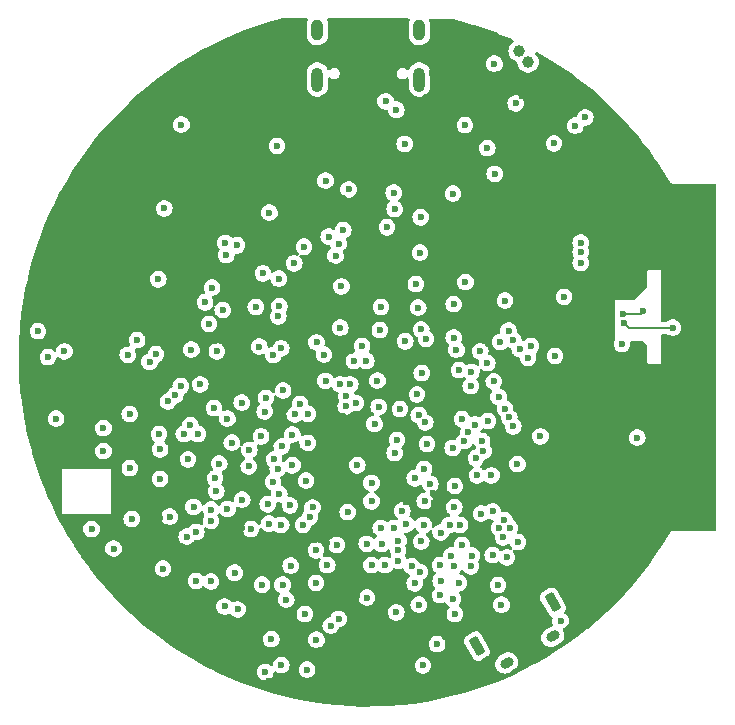
<source format=gbr>
%TF.GenerationSoftware,KiCad,Pcbnew,8.0.1*%
%TF.CreationDate,2024-08-18T17:01:31-04:00*%
%TF.ProjectId,stm32h7,73746d33-3268-4372-9e6b-696361645f70,rev?*%
%TF.SameCoordinates,Original*%
%TF.FileFunction,Copper,L2,Inr*%
%TF.FilePolarity,Positive*%
%FSLAX46Y46*%
G04 Gerber Fmt 4.6, Leading zero omitted, Abs format (unit mm)*
G04 Created by KiCad (PCBNEW 8.0.1) date 2024-08-18 17:01:31*
%MOMM*%
%LPD*%
G01*
G04 APERTURE LIST*
G04 Aperture macros list*
%AMRoundRect*
0 Rectangle with rounded corners*
0 $1 Rounding radius*
0 $2 $3 $4 $5 $6 $7 $8 $9 X,Y pos of 4 corners*
0 Add a 4 corners polygon primitive as box body*
4,1,4,$2,$3,$4,$5,$6,$7,$8,$9,$2,$3,0*
0 Add four circle primitives for the rounded corners*
1,1,$1+$1,$2,$3*
1,1,$1+$1,$4,$5*
1,1,$1+$1,$6,$7*
1,1,$1+$1,$8,$9*
0 Add four rect primitives between the rounded corners*
20,1,$1+$1,$2,$3,$4,$5,0*
20,1,$1+$1,$4,$5,$6,$7,0*
20,1,$1+$1,$6,$7,$8,$9,0*
20,1,$1+$1,$8,$9,$2,$3,0*%
%AMHorizOval*
0 Thick line with rounded ends*
0 $1 width*
0 $2 $3 position (X,Y) of the first rounded end (center of the circle)*
0 $4 $5 position (X,Y) of the second rounded end (center of the circle)*
0 Add line between two ends*
20,1,$1,$2,$3,$4,$5,0*
0 Add two circle primitives to create the rounded ends*
1,1,$1,$2,$3*
1,1,$1,$4,$5*%
G04 Aperture macros list end*
%TA.AperFunction,ComponentPad*%
%ADD10HorizOval,0.800000X0.173205X0.100000X-0.173205X-0.100000X0*%
%TD*%
%TA.AperFunction,ComponentPad*%
%ADD11RoundRect,0.131234X0.101625X-0.713551X0.567141X-0.444785X-0.101625X0.713551X-0.567141X0.444785X0*%
%TD*%
%TA.AperFunction,ComponentPad*%
%ADD12O,1.000000X2.100000*%
%TD*%
%TA.AperFunction,ComponentPad*%
%ADD13O,1.000000X1.800000*%
%TD*%
%TA.AperFunction,ViaPad*%
%ADD14C,0.600000*%
%TD*%
%TA.AperFunction,ViaPad*%
%ADD15C,1.000000*%
%TD*%
%TA.AperFunction,Conductor*%
%ADD16C,0.200000*%
%TD*%
G04 APERTURE END LIST*
D10*
%TO.N,BTN*%
%TO.C,SW1*%
X141742149Y-97881403D03*
%TO.N,+3V3*%
X145630603Y-95636403D03*
D11*
%TO.N,N/C*%
X145650000Y-92750000D03*
X139232752Y-96455000D03*
%TD*%
D12*
%TO.N,unconnected-(J1-SHIELD-PadS1)_1*%
%TO.C,J1*%
X134345000Y-48490000D03*
D13*
%TO.N,unconnected-(J1-SHIELD-PadS1)_2*%
X134345000Y-44290000D03*
D12*
%TO.N,unconnected-(J1-SHIELD-PadS1)*%
X125705000Y-48490000D03*
D13*
%TO.N,unconnected-(J1-SHIELD-PadS1)_0*%
X125705000Y-44290000D03*
%TD*%
D14*
%TO.N,GND*%
X127000000Y-52600000D03*
X126600000Y-53300000D03*
X127500000Y-53300000D03*
%TO.N,+3V3*%
X112400000Y-79800000D03*
X134365000Y-90185000D03*
X151500000Y-70900000D03*
X148000000Y-63100000D03*
X102900000Y-72000000D03*
X127500000Y-62400000D03*
X121650000Y-59750000D03*
X106590796Y-86549452D03*
X146300000Y-94300000D03*
X144600000Y-78700000D03*
X134800000Y-84182940D03*
X103595000Y-77200000D03*
X148000000Y-62300000D03*
X126550000Y-89600000D03*
D15*
X143550000Y-47000000D03*
X142780000Y-46080000D03*
D14*
X126400000Y-74000000D03*
X122300000Y-54100000D03*
X137161192Y-79674110D03*
X107600000Y-78000000D03*
X108450000Y-88200000D03*
X125600000Y-88350000D03*
X102050000Y-69800000D03*
X141000000Y-91300000D03*
X114200000Y-52300000D03*
X148000000Y-64000000D03*
X112650000Y-89900000D03*
X112050000Y-71750000D03*
X126275000Y-71775000D03*
X112307777Y-78513878D03*
X116800000Y-66100000D03*
%TO.N,GPS_TXD*%
X117925000Y-62325000D03*
X116200000Y-67350000D03*
%TO.N,VCC*%
X137200000Y-58150000D03*
X128350000Y-57800000D03*
X142500000Y-50512500D03*
X147550000Y-52400000D03*
X123800000Y-76850000D03*
X140724584Y-56475790D03*
X118700000Y-90250000D03*
X123750000Y-64050000D03*
X122350000Y-81450000D03*
%TO.N,VBUS*%
X132250000Y-59450000D03*
X131600000Y-61000000D03*
X127250000Y-63400000D03*
X128950000Y-75875000D03*
%TO.N,Net-(J1-CC1)*%
X131486091Y-50336091D03*
X132400000Y-51050000D03*
%TO.N,Net-(U6-XTB)*%
X151600000Y-68300000D03*
X153300000Y-68100000D03*
%TO.N,Net-(U6-XTA)*%
X155800000Y-69500000D03*
X151700000Y-69141158D03*
%TO.N,Net-(U4-PROG)*%
X140100000Y-54300000D03*
X138200000Y-52350000D03*
%TO.N,ANT_SW_CTRL*%
X146600000Y-66900000D03*
X152800000Y-78800000D03*
%TO.N,LCD_RST*%
X139586091Y-85236091D03*
X123075000Y-92525000D03*
X137200000Y-92450000D03*
X134988603Y-79350000D03*
X141750000Y-88950000D03*
X129900000Y-92350000D03*
X138150000Y-79100000D03*
X139775000Y-79925000D03*
%TO.N,LoRa_BUSY*%
X141550000Y-85788909D03*
X132575000Y-87525000D03*
X141950000Y-77100000D03*
X142300000Y-70550000D03*
%TO.N,LoRa_NSS*%
X127900000Y-61250000D03*
X122813909Y-74813909D03*
X145825000Y-71900000D03*
X134450000Y-60150000D03*
%TO.N,INT_MAG*%
X134300000Y-92950000D03*
X130300000Y-89600000D03*
X129888909Y-87800000D03*
X141300000Y-92950000D03*
%TO.N,LCD_B3*%
X130900000Y-76200000D03*
X115225000Y-84675000D03*
X122050000Y-80650000D03*
X117150000Y-83350000D03*
X137700000Y-73100000D03*
X134150000Y-75150000D03*
%TO.N,SCK*%
X120500000Y-67750000D03*
X141600000Y-67200000D03*
X134300000Y-76900000D03*
X141200000Y-70700000D03*
%TO.N,XL_INT1*%
X137300000Y-84700000D03*
X128275000Y-85125000D03*
X137800000Y-86200000D03*
%TO.N,LCD_CS*%
X132700000Y-76400000D03*
X129500000Y-71050000D03*
%TO.N,USB_D-*%
X126672488Y-61800000D03*
X124922182Y-76800000D03*
%TO.N,USB_D+*%
X124575000Y-62650000D03*
X124250000Y-75948829D03*
%TO.N,LCD_HSYNC*%
X139050000Y-77704664D03*
X132450000Y-79000000D03*
%TO.N,LCD_R1*%
X117400000Y-81000000D03*
X115450000Y-86800000D03*
X115600000Y-78500000D03*
X128500000Y-74300000D03*
X138250000Y-65650000D03*
X130800000Y-73978318D03*
%TO.N,Net-(J5-Pin_12)*%
X137250000Y-89700000D03*
X138700000Y-89700000D03*
X140550000Y-88750000D03*
X132400000Y-93600000D03*
%TO.N,LoRa_RST*%
X138800000Y-88800000D03*
X142850000Y-71300000D03*
X132550000Y-89249184D03*
X142000000Y-86450000D03*
X137050000Y-88800000D03*
X142300000Y-77850000D03*
%TO.N,LCD_B2*%
X138700000Y-74450000D03*
X140550000Y-85050000D03*
X122763909Y-91263909D03*
X141050000Y-75350000D03*
%TO.N,LCD_G3*%
X137250000Y-70350000D03*
X131076603Y-86450000D03*
X124500000Y-86200000D03*
X139661091Y-79111091D03*
X133950000Y-82250000D03*
X139500000Y-71500000D03*
%TO.N,LCD_R4*%
X118100000Y-77200000D03*
X127650000Y-69500000D03*
X131100000Y-67750000D03*
X119350000Y-84050000D03*
X119950000Y-79850000D03*
X122650000Y-71250000D03*
%TO.N,LCD_G0*%
X117050000Y-82250000D03*
X122700000Y-79550000D03*
X114638909Y-87188909D03*
X129850000Y-72300000D03*
%TO.N,LCD_VSYNC*%
X138500000Y-78350000D03*
X121500000Y-84450000D03*
X116700000Y-85850000D03*
X124750000Y-82450000D03*
%TO.N,LoRa_DIO1*%
X132550000Y-88356270D03*
X141100000Y-86450000D03*
X141600000Y-76350000D03*
X141900000Y-69750000D03*
%TO.N,LCD_G4*%
X138750000Y-73250000D03*
X130550000Y-77650000D03*
%TO.N,XL_INT0*%
X133250000Y-86150000D03*
X136900000Y-86200000D03*
X134700000Y-86200000D03*
X125300000Y-84725000D03*
%TO.N,LCD_R3*%
X114750000Y-80650000D03*
X134250000Y-67800000D03*
X128175000Y-75325000D03*
X120950000Y-78700000D03*
X123600000Y-78550000D03*
X134550000Y-73350000D03*
%TO.N,LCD_G1*%
X125638379Y-70738379D03*
X116700461Y-84899661D03*
X131000000Y-69700000D03*
X114400000Y-78500000D03*
X121989674Y-71825208D03*
X134500000Y-69650000D03*
X137486091Y-71363909D03*
X120100000Y-86550000D03*
%TO.N,LCD_B5*%
X116950000Y-76300000D03*
X119300000Y-75850000D03*
%TO.N,LCD_DE*%
X132250000Y-80100000D03*
X137950000Y-77250000D03*
X129100000Y-81150000D03*
X122650000Y-86200000D03*
%TO.N,LCD_R5*%
X134050000Y-65800000D03*
X123600000Y-81150000D03*
X128800000Y-72300000D03*
X124900000Y-79250000D03*
X133150000Y-70650000D03*
X123400000Y-84550000D03*
%TO.N,LCD_B4*%
X127647182Y-74297182D03*
X121250000Y-76600000D03*
%TO.N,LCD_G2*%
X134750000Y-81450000D03*
X134900000Y-70450000D03*
X140100000Y-72500000D03*
X130300000Y-82650000D03*
X140150000Y-77400000D03*
X125086091Y-85513909D03*
%TO.N,LCD_R2*%
X132177913Y-86450000D03*
X125600000Y-91100000D03*
X115450000Y-90950000D03*
X127350000Y-87900000D03*
X140650000Y-74050000D03*
X135275000Y-82725000D03*
X137249262Y-67499262D03*
X139150000Y-80550000D03*
%TO.N,SDA*%
X136150000Y-90950000D03*
X132900000Y-85000000D03*
X141450000Y-87250000D03*
X130300000Y-84200000D03*
X137950000Y-87900000D03*
%TO.N,SCL*%
X126400000Y-57050000D03*
X136110000Y-89600000D03*
X131150000Y-87800000D03*
X133950000Y-91150000D03*
X120800000Y-71100000D03*
X121100000Y-64900000D03*
X122488909Y-67688909D03*
X145750000Y-53900000D03*
X131450000Y-89600000D03*
%TO.N,MISO*%
X143800000Y-71050000D03*
X122450000Y-65350000D03*
%TO.N,MOSI*%
X135850000Y-96300000D03*
X121036091Y-91263909D03*
X143550000Y-72050000D03*
X124650000Y-93750000D03*
X134852274Y-77525067D03*
X142650000Y-81050000D03*
X116713909Y-90986091D03*
X142700000Y-87650000D03*
X137350000Y-93750000D03*
%TO.N,/Accel & Magnetometer/CS_MAG*%
X137700000Y-91100000D03*
X136100000Y-92150000D03*
%TO.N,GND*%
X143550000Y-96450000D03*
X152600000Y-77000000D03*
X114700000Y-67550000D03*
X145900000Y-75000000D03*
X130450000Y-45100000D03*
X146500000Y-82400000D03*
X144400000Y-76650000D03*
X107650000Y-68650000D03*
X121700000Y-45100000D03*
X127646616Y-83729460D03*
X143300000Y-59600000D03*
X109500000Y-63900000D03*
X104400000Y-73400000D03*
X103100000Y-67400000D03*
X154100000Y-59200000D03*
X112850000Y-55800000D03*
X152400000Y-62100000D03*
X131150000Y-81150000D03*
X151800000Y-75600000D03*
X110100000Y-51700000D03*
X120250000Y-98900000D03*
X148300000Y-55250000D03*
X138400000Y-48900000D03*
X152800000Y-86800000D03*
X155000000Y-72900000D03*
X120800000Y-45100000D03*
X152800000Y-76000000D03*
X126950000Y-50250000D03*
X144900000Y-66100000D03*
X144000000Y-60000000D03*
X149900000Y-61100000D03*
X157600000Y-84250000D03*
X104500000Y-68100000D03*
X144550000Y-94650000D03*
X125450000Y-89650000D03*
X147100000Y-81000000D03*
X135500000Y-48900000D03*
X112800000Y-95200000D03*
X147650000Y-50550000D03*
X157600000Y-83350000D03*
X123900000Y-48300000D03*
X147900000Y-71800000D03*
X152800000Y-85900000D03*
X132550000Y-52150000D03*
X157300000Y-78950000D03*
X147600000Y-76800000D03*
X149900000Y-82500000D03*
X149700000Y-68800000D03*
X143050000Y-49850000D03*
X103700000Y-73900000D03*
X151450000Y-57100000D03*
X122500000Y-58500000D03*
X145800000Y-84000000D03*
X111750000Y-88450000D03*
X141250000Y-61500000D03*
X104000000Y-67400000D03*
X153400000Y-59700000D03*
X152000000Y-87200000D03*
X120550000Y-74500000D03*
X128400000Y-55950000D03*
X145100000Y-83600000D03*
X154100000Y-60100000D03*
X114350000Y-82400000D03*
X123350000Y-95100000D03*
X116800000Y-64050000D03*
X127850000Y-58500000D03*
X128800000Y-89600000D03*
X135450000Y-58900000D03*
X117350000Y-52900000D03*
X144550000Y-93750000D03*
X151450000Y-55300000D03*
X149400000Y-62400000D03*
X120350000Y-84550000D03*
X127500000Y-55950000D03*
X146350000Y-90750000D03*
X143050000Y-53900000D03*
X139000000Y-68000000D03*
X119050000Y-70300000D03*
X155200000Y-71200000D03*
X115500000Y-58700000D03*
X140550000Y-62900000D03*
X147800000Y-58750000D03*
X143850000Y-94250000D03*
X129750000Y-45600000D03*
X145500000Y-76700000D03*
X117450000Y-59450000D03*
X148100000Y-83200000D03*
X140200000Y-50000000D03*
X116650000Y-53400000D03*
X123900000Y-49200000D03*
X135600000Y-84350000D03*
X151400000Y-80800000D03*
X142900000Y-52450000D03*
X153300000Y-62300000D03*
X146700000Y-73600000D03*
X114350000Y-90450000D03*
X110500000Y-90350000D03*
X142850000Y-95150000D03*
X148800000Y-68000000D03*
X125050000Y-74850000D03*
X123700000Y-58650000D03*
X109500000Y-83450000D03*
X112150000Y-93550000D03*
X127000000Y-95950000D03*
X135700000Y-55250000D03*
X142150000Y-92100000D03*
X150750000Y-56700000D03*
X113650000Y-92900000D03*
X108600000Y-63900000D03*
X109800000Y-91750000D03*
X129100000Y-92200000D03*
X142650000Y-48950000D03*
X147274997Y-82900000D03*
X137150000Y-99150000D03*
X153200000Y-72300000D03*
X144000000Y-59100000D03*
X112000000Y-69200000D03*
X123100000Y-45800000D03*
X130350000Y-91200000D03*
X147300000Y-88100000D03*
X114800000Y-58300000D03*
X135850000Y-58200000D03*
X147800000Y-80600000D03*
X134050000Y-52900000D03*
X119700000Y-95150000D03*
X142850000Y-96050000D03*
X146800000Y-76700000D03*
X144400000Y-75750000D03*
X114800000Y-60100000D03*
X112100000Y-74050000D03*
X111850000Y-89300000D03*
X119000000Y-74850000D03*
X153000000Y-81000000D03*
X119050000Y-94600000D03*
X133236396Y-84236396D03*
X152400000Y-80400000D03*
X151500000Y-81900000D03*
X156600000Y-67300000D03*
X141550000Y-52050000D03*
X115050000Y-82800000D03*
X158350000Y-75200000D03*
X144400000Y-74850000D03*
X127800000Y-64750000D03*
X119300000Y-86450000D03*
X127900000Y-52600000D03*
X152000000Y-86300000D03*
X107150000Y-67950000D03*
X129750000Y-46500000D03*
X141250000Y-62400000D03*
X140200000Y-49100000D03*
X156600000Y-79450000D03*
X136350000Y-58900000D03*
X148900000Y-77750000D03*
X150700000Y-81700000D03*
X154300000Y-64200000D03*
X120600000Y-49150000D03*
X145100000Y-84500000D03*
X113550000Y-55300000D03*
X145650000Y-89450000D03*
X149700000Y-68000000D03*
X120542112Y-63664552D03*
X114700000Y-48600000D03*
X146100000Y-65200000D03*
X132750000Y-81150000D03*
X110500000Y-92150000D03*
X152700000Y-83100000D03*
X145600000Y-81400000D03*
X116950000Y-58750000D03*
X153700000Y-75800000D03*
X147000000Y-71900000D03*
X134300000Y-52050000D03*
X129750000Y-44700000D03*
X158300000Y-84650000D03*
X153500000Y-82600000D03*
X153400000Y-64300000D03*
X139600000Y-44750000D03*
X151600000Y-61900000D03*
X108500000Y-60800000D03*
X150200000Y-84100000D03*
X112850000Y-54900000D03*
X143550000Y-95550000D03*
X147900000Y-69600000D03*
X114800000Y-59200000D03*
X112150000Y-92650000D03*
X126788909Y-96750000D03*
X153400000Y-58800000D03*
X139700000Y-69300000D03*
X115500000Y-56900000D03*
X132300000Y-53000000D03*
X146400000Y-81400000D03*
X145150000Y-65150000D03*
X130450000Y-46000000D03*
X148800000Y-68800000D03*
X150800000Y-61300000D03*
X140550000Y-63800000D03*
X117050000Y-70600000D03*
X156200000Y-68200000D03*
X128450000Y-97450000D03*
X116500000Y-62700000D03*
X151900000Y-66800000D03*
X110500000Y-91250000D03*
X131700000Y-97500000D03*
X112950000Y-84450000D03*
X150600000Y-80800000D03*
X110800000Y-51200000D03*
X154200000Y-62500000D03*
X138400000Y-47100000D03*
X147900000Y-82300000D03*
X118650000Y-98300000D03*
X145800000Y-85800000D03*
X123200000Y-48800000D03*
X145100000Y-85400000D03*
X143850000Y-93350000D03*
X145100000Y-73200000D03*
X141550000Y-96400000D03*
X112850000Y-93050000D03*
X132150000Y-91950000D03*
X145800000Y-84900000D03*
X124400000Y-50050000D03*
X147300000Y-84200000D03*
X123200000Y-49700000D03*
X153500000Y-63400000D03*
X152000000Y-84500000D03*
X133150000Y-52750000D03*
X109450000Y-82550000D03*
X117350000Y-52000000D03*
X114800000Y-57400000D03*
X119800000Y-74800000D03*
X147300000Y-77700000D03*
X115500000Y-57800000D03*
X128850000Y-69400000D03*
X153500000Y-84400000D03*
X125000000Y-97500000D03*
X149700000Y-69600000D03*
X106200000Y-60100000D03*
X143300000Y-58700000D03*
X147500000Y-61300000D03*
X148900000Y-91800000D03*
X138900000Y-47800000D03*
X146600000Y-63600000D03*
X129250000Y-100600000D03*
X146200000Y-77400000D03*
X157300000Y-79850000D03*
X150200000Y-77100000D03*
X116800000Y-64950000D03*
X103750000Y-80850000D03*
X155900000Y-70600000D03*
X149100000Y-61500000D03*
X153900000Y-72900000D03*
X139000000Y-68900000D03*
X150750000Y-57600000D03*
X152300000Y-65000000D03*
X121950000Y-77400000D03*
X126550000Y-87700000D03*
X132500000Y-97500000D03*
X146000000Y-80700000D03*
X105800000Y-73300000D03*
X146350000Y-89850000D03*
X150700000Y-82600000D03*
X122750000Y-100000000D03*
X157650000Y-73900000D03*
X110400000Y-63900000D03*
X125500000Y-87500000D03*
X145300000Y-75800000D03*
X147300000Y-76000000D03*
X153300000Y-77800000D03*
X152000000Y-82700000D03*
X140600000Y-45850000D03*
X152700000Y-82200000D03*
X142450000Y-54600000D03*
X154400000Y-73600000D03*
X124850000Y-83550000D03*
X123000000Y-76450000D03*
X145100000Y-86300000D03*
X152000000Y-83600000D03*
X153200000Y-65500000D03*
X103050000Y-81350000D03*
X115550000Y-97050000D03*
X136300000Y-55850000D03*
X144600000Y-73900000D03*
X130650000Y-64900000D03*
X145000000Y-80800000D03*
X157400000Y-58950000D03*
X157650000Y-74800000D03*
X147100000Y-59250000D03*
X153800000Y-79300000D03*
X148800000Y-69600000D03*
X135500000Y-83500000D03*
X112550000Y-77350000D03*
X148200000Y-93200000D03*
X155900000Y-65900000D03*
X147500000Y-78700000D03*
X103700000Y-83450000D03*
X106750000Y-68650000D03*
X113800000Y-67550000D03*
X145800000Y-66000000D03*
X148900000Y-92700000D03*
X106250000Y-67950000D03*
X147900000Y-49700000D03*
X131950000Y-81150000D03*
X109800000Y-90850000D03*
X119650000Y-96800000D03*
X155500000Y-63600000D03*
X119400000Y-85100000D03*
X151450000Y-56200000D03*
X118350000Y-59450000D03*
X112367870Y-85649286D03*
X103750000Y-81750000D03*
X156000000Y-64900000D03*
X103050000Y-80450000D03*
X114000000Y-50000000D03*
X145200000Y-77500000D03*
X113550000Y-54400000D03*
X141250000Y-63300000D03*
X127900000Y-100450000D03*
X147100000Y-81800000D03*
X135000000Y-49950000D03*
X145800000Y-86700000D03*
X103750000Y-79950000D03*
X150750000Y-55800000D03*
X148900000Y-90900000D03*
X142500000Y-55800000D03*
X145600000Y-82200000D03*
X157100000Y-68700000D03*
X155500000Y-73600000D03*
X140850000Y-96000000D03*
X149800000Y-80800000D03*
X156000000Y-72800000D03*
X111300000Y-63900000D03*
X121650000Y-62500000D03*
X112000000Y-67750000D03*
X130900000Y-97500000D03*
X155100000Y-65300000D03*
X114350000Y-83300000D03*
X138000000Y-48150000D03*
X114150000Y-96200000D03*
X152600000Y-64000000D03*
X124550000Y-80950000D03*
X153400000Y-80200000D03*
X156600000Y-78550000D03*
X158350000Y-74300000D03*
X122200000Y-45800000D03*
X110150000Y-74000000D03*
X119450000Y-97750000D03*
X112650000Y-83700000D03*
X134900000Y-52650000D03*
X128600000Y-71450000D03*
X153300000Y-71400000D03*
X146300000Y-64400000D03*
X153500000Y-81700000D03*
X153900000Y-78400000D03*
X145800000Y-83100000D03*
X154500000Y-76300000D03*
X112850000Y-93950000D03*
X124172182Y-95227818D03*
X152100000Y-81300000D03*
X147300000Y-74300000D03*
X156700000Y-66300000D03*
X148500000Y-50300000D03*
X155100000Y-64400000D03*
X107600000Y-60800000D03*
X148050000Y-56100000D03*
X146100000Y-76100000D03*
X136450000Y-99650000D03*
X148900000Y-78550000D03*
X105800000Y-74200000D03*
X145800000Y-87600000D03*
X103050000Y-82250000D03*
X112300000Y-87275000D03*
X135450000Y-47950000D03*
X155400000Y-72100000D03*
X150100000Y-64900000D03*
X103700000Y-74800000D03*
X149900000Y-81700000D03*
X119900000Y-95950000D03*
X156900000Y-69700000D03*
X153500000Y-76600000D03*
X147700000Y-72700000D03*
X121300000Y-45800000D03*
X111400000Y-94100000D03*
X153500000Y-83500000D03*
X150600000Y-83400000D03*
X105100000Y-73800000D03*
X154500000Y-75400000D03*
X145800000Y-72800000D03*
X150800000Y-62400000D03*
X121350000Y-93150000D03*
X119900000Y-48750000D03*
X126150000Y-50150000D03*
X117850000Y-58750000D03*
X113000000Y-69200000D03*
X139700000Y-68400000D03*
X152700000Y-84900000D03*
X145650000Y-90350000D03*
X157400000Y-67800000D03*
X151200000Y-74500000D03*
X140150000Y-52400000D03*
X122600000Y-45100000D03*
X129100000Y-91300000D03*
X140550000Y-62000000D03*
X102200000Y-67400000D03*
X157400000Y-59850000D03*
X123500000Y-45100000D03*
X152500000Y-66200000D03*
X110800000Y-52100000D03*
X124000000Y-45800000D03*
X146600000Y-75400000D03*
X158100000Y-60250000D03*
X133300000Y-97500000D03*
X140450000Y-44900000D03*
X120600000Y-48250000D03*
X152600000Y-62900000D03*
X151700000Y-76700000D03*
X148400000Y-61100000D03*
X140700000Y-94300000D03*
X149800000Y-83300000D03*
X108000000Y-60100000D03*
X133350000Y-49800000D03*
X152700000Y-84000000D03*
X155000000Y-74500000D03*
X146700000Y-62700000D03*
X150600000Y-77800000D03*
X147800000Y-81400000D03*
X158300000Y-83750000D03*
X156300000Y-64100000D03*
X134950000Y-58200000D03*
X130350000Y-81150000D03*
X154500000Y-63400000D03*
X156200000Y-71500000D03*
X105100000Y-72900000D03*
X104400000Y-74300000D03*
X110100000Y-52600000D03*
X155900000Y-66900000D03*
X125800000Y-99650000D03*
X121650000Y-99400000D03*
X127863909Y-77013909D03*
X144900000Y-79800000D03*
X127900000Y-55250000D03*
X148200000Y-92300000D03*
X146500000Y-74400000D03*
X148900000Y-55850000D03*
X116300000Y-71050000D03*
X150600000Y-75400000D03*
X147400000Y-75100000D03*
X112900000Y-67750000D03*
X150700000Y-73800000D03*
X144400000Y-77450000D03*
X114700000Y-49500000D03*
X117800000Y-89800000D03*
X146900000Y-61900000D03*
X147100000Y-60150000D03*
X145300000Y-74400000D03*
X126650000Y-99600000D03*
X119900000Y-47850000D03*
X114000000Y-49100000D03*
X127000000Y-55250000D03*
X147800000Y-59650000D03*
X126550000Y-69400000D03*
X135450000Y-56100000D03*
X117100000Y-97700000D03*
X114000000Y-79650000D03*
X106700000Y-60800000D03*
X155200000Y-66300000D03*
X115500000Y-59600000D03*
X158100000Y-59350000D03*
X148200000Y-91400000D03*
X103600000Y-68100000D03*
X150100000Y-62000000D03*
X119050000Y-71150000D03*
X135200000Y-46900000D03*
X147900000Y-68000000D03*
X103700000Y-73000000D03*
X124400000Y-89600000D03*
X156800000Y-70500000D03*
X116650000Y-52500000D03*
X147900000Y-68800000D03*
X130450000Y-44200000D03*
X145900000Y-73800000D03*
X112700000Y-74750000D03*
X105100000Y-74700000D03*
X104400000Y-72500000D03*
X154100000Y-74500000D03*
X154200000Y-77300000D03*
X125300000Y-50250000D03*
X122000000Y-93750000D03*
X107100000Y-60100000D03*
X102700000Y-68100000D03*
X120450000Y-77450000D03*
X115050000Y-81900000D03*
X150600000Y-88200000D03*
X152000000Y-85400000D03*
%TO.N,Net-(C1-Pad2)*%
X128113909Y-76163909D03*
X121950000Y-82550000D03*
X123450000Y-89650000D03*
X121600000Y-86100000D03*
%TO.N,NRST*%
X109836159Y-81391660D03*
X122400000Y-68550000D03*
%TO.N,QSPI_CLK*%
X111500000Y-72400000D03*
X114150000Y-74450000D03*
X118100000Y-84850000D03*
X118463909Y-79236091D03*
%TO.N,QSPI_NCS*%
X115800000Y-74299999D03*
X107600000Y-79950000D03*
%TO.N,QSPI_D0*%
X122481954Y-83595864D03*
X113675000Y-75225000D03*
X119900000Y-81250000D03*
X109650000Y-71800000D03*
%TO.N,QSPI_D1*%
X121350000Y-75450000D03*
X114950000Y-77750000D03*
X113050000Y-75746935D03*
X109825001Y-76798515D03*
%TO.N,QSPI_D3*%
X109999095Y-85692289D03*
X104300000Y-71499998D03*
%TO.N,FG_NALERT*%
X134400000Y-63150000D03*
X127750000Y-66000000D03*
%TO.N,Net-(J6-Pin_2)*%
X113200000Y-85500000D03*
X117850000Y-93100000D03*
%TO.N,BTN*%
X121809719Y-95872893D03*
X116525000Y-69175000D03*
X118950000Y-93350000D03*
X132175000Y-58075000D03*
X117700000Y-68000000D03*
X134650000Y-98100000D03*
%TO.N,Net-(ATGM336H1-GND)*%
X118900000Y-62522182D03*
X112750000Y-59400000D03*
X112250000Y-65400000D03*
%TO.N,GPS_ON*%
X117200000Y-71500000D03*
X110450000Y-70550000D03*
%TO.N,LDO_EN*%
X140700000Y-47150000D03*
X115047182Y-71352818D03*
X133100000Y-53950000D03*
X112400000Y-82300000D03*
X148400000Y-51700000D03*
X118000000Y-63350000D03*
%TO.N,BL_ANODE*%
X121300000Y-98650000D03*
X133700000Y-89700000D03*
X134500000Y-87600000D03*
X124844306Y-98455694D03*
X127500000Y-94150000D03*
X136150000Y-86850000D03*
%TO.N,BL_CATHODE*%
X139250000Y-82000000D03*
X122662649Y-98075823D03*
X125636091Y-95913909D03*
X126850000Y-94725000D03*
X137350000Y-82900000D03*
X140450000Y-82000000D03*
%TD*%
D16*
%TO.N,Net-(U6-XTB)*%
X151600000Y-68300000D02*
X153100000Y-68300000D01*
X153100000Y-68300000D02*
X153300000Y-68100000D01*
%TO.N,Net-(U6-XTA)*%
X151700000Y-69141158D02*
X152058842Y-69500000D01*
X152058842Y-69500000D02*
X155800000Y-69500000D01*
%TO.N,XL_INT1*%
X137800000Y-86200000D02*
X137754751Y-86154751D01*
%TD*%
%TA.AperFunction,Conductor*%
%TO.N,GND*%
G36*
X124855944Y-43320185D02*
G01*
X124901699Y-43372989D01*
X124911643Y-43442147D01*
X124903466Y-43471952D01*
X124839106Y-43627332D01*
X124839103Y-43627341D01*
X124804500Y-43801304D01*
X124804500Y-44778695D01*
X124839103Y-44952658D01*
X124839106Y-44952667D01*
X124906983Y-45116540D01*
X124906990Y-45116553D01*
X125005535Y-45264034D01*
X125005538Y-45264038D01*
X125130961Y-45389461D01*
X125130965Y-45389464D01*
X125278446Y-45488009D01*
X125278459Y-45488016D01*
X125372970Y-45527163D01*
X125442334Y-45555894D01*
X125442336Y-45555894D01*
X125442341Y-45555896D01*
X125616304Y-45590499D01*
X125616307Y-45590500D01*
X125616309Y-45590500D01*
X125793693Y-45590500D01*
X125793694Y-45590499D01*
X125851682Y-45578964D01*
X125967658Y-45555896D01*
X125967661Y-45555894D01*
X125967666Y-45555894D01*
X126131547Y-45488013D01*
X126279035Y-45389464D01*
X126404464Y-45264035D01*
X126503013Y-45116547D01*
X126570894Y-44952666D01*
X126605500Y-44778691D01*
X126605500Y-43801309D01*
X126605500Y-43801306D01*
X126605499Y-43801304D01*
X126570896Y-43627341D01*
X126570893Y-43627332D01*
X126506534Y-43471952D01*
X126499065Y-43402482D01*
X126530341Y-43340003D01*
X126590430Y-43304352D01*
X126621095Y-43300500D01*
X129998961Y-43300500D01*
X129999577Y-43300502D01*
X133422476Y-43317517D01*
X133489414Y-43337534D01*
X133534906Y-43390565D01*
X133544506Y-43459772D01*
X133536419Y-43488966D01*
X133479106Y-43627334D01*
X133479105Y-43627338D01*
X133479104Y-43627341D01*
X133479103Y-43627341D01*
X133444500Y-43801304D01*
X133444500Y-44778695D01*
X133479103Y-44952658D01*
X133479106Y-44952667D01*
X133546983Y-45116540D01*
X133546990Y-45116553D01*
X133645535Y-45264034D01*
X133645538Y-45264038D01*
X133770961Y-45389461D01*
X133770965Y-45389464D01*
X133918446Y-45488009D01*
X133918459Y-45488016D01*
X134012970Y-45527163D01*
X134082334Y-45555894D01*
X134082336Y-45555894D01*
X134082341Y-45555896D01*
X134256304Y-45590499D01*
X134256307Y-45590500D01*
X134256309Y-45590500D01*
X134433693Y-45590500D01*
X134433694Y-45590499D01*
X134491682Y-45578964D01*
X134607658Y-45555896D01*
X134607661Y-45555894D01*
X134607666Y-45555894D01*
X134771547Y-45488013D01*
X134919035Y-45389464D01*
X135044464Y-45264035D01*
X135143013Y-45116547D01*
X135210894Y-44952666D01*
X135245500Y-44778691D01*
X135245500Y-43801309D01*
X135245500Y-43801306D01*
X135245499Y-43801304D01*
X135210896Y-43627341D01*
X135210893Y-43627332D01*
X135157391Y-43498165D01*
X135149922Y-43428696D01*
X135181197Y-43366217D01*
X135241287Y-43330565D01*
X135272560Y-43326715D01*
X137135218Y-43335975D01*
X137166560Y-43340164D01*
X138110466Y-43592035D01*
X138114578Y-43593210D01*
X138924212Y-43839746D01*
X139094421Y-43891575D01*
X139098528Y-43892904D01*
X140067379Y-44225192D01*
X140071438Y-44226663D01*
X141028163Y-44592488D01*
X141032168Y-44594100D01*
X141975556Y-44992998D01*
X141979496Y-44994745D01*
X142253202Y-45121884D01*
X142305709Y-45167978D01*
X142324960Y-45235143D01*
X142304844Y-45302054D01*
X142273849Y-45334661D01*
X142174127Y-45407113D01*
X142047466Y-45547785D01*
X141952821Y-45711715D01*
X141952818Y-45711722D01*
X141894327Y-45891740D01*
X141894326Y-45891744D01*
X141874540Y-46080000D01*
X141894326Y-46268256D01*
X141894327Y-46268259D01*
X141952818Y-46448277D01*
X141952821Y-46448284D01*
X142047467Y-46612216D01*
X142174129Y-46752888D01*
X142327265Y-46864148D01*
X142327270Y-46864151D01*
X142500191Y-46941142D01*
X142500193Y-46941142D01*
X142500197Y-46941144D01*
X142553390Y-46952450D01*
X142614868Y-46985640D01*
X142648646Y-47046802D01*
X142650927Y-47060772D01*
X142664326Y-47188256D01*
X142664327Y-47188259D01*
X142722818Y-47368277D01*
X142722821Y-47368284D01*
X142817467Y-47532216D01*
X142894642Y-47617927D01*
X142944129Y-47672888D01*
X143097265Y-47784148D01*
X143097270Y-47784151D01*
X143270192Y-47861142D01*
X143270197Y-47861144D01*
X143455354Y-47900500D01*
X143455355Y-47900500D01*
X143644644Y-47900500D01*
X143644646Y-47900500D01*
X143829803Y-47861144D01*
X144002730Y-47784151D01*
X144155871Y-47672888D01*
X144282533Y-47532216D01*
X144377179Y-47368284D01*
X144435674Y-47188256D01*
X144455460Y-47000000D01*
X144435674Y-46811744D01*
X144377179Y-46631716D01*
X144282533Y-46467784D01*
X144195851Y-46371514D01*
X144165621Y-46308523D01*
X144174246Y-46239187D01*
X144218988Y-46185522D01*
X144285640Y-46164564D01*
X144347936Y-46179989D01*
X144726168Y-46388829D01*
X144729873Y-46390960D01*
X145608785Y-46916979D01*
X145612400Y-46919228D01*
X146472497Y-47475544D01*
X146476069Y-47477945D01*
X146787900Y-47695399D01*
X147316195Y-48063805D01*
X147319693Y-48066335D01*
X147710440Y-48359554D01*
X147781787Y-48413094D01*
X148138967Y-48681124D01*
X148142364Y-48683767D01*
X148939721Y-49326689D01*
X148943028Y-49329452D01*
X149530655Y-49838016D01*
X149717523Y-49999741D01*
X149720728Y-50002614D01*
X150079973Y-50336091D01*
X150471415Y-50699455D01*
X150474528Y-50702447D01*
X150613165Y-50840430D01*
X151159943Y-51384629D01*
X151200507Y-51425001D01*
X151203507Y-51428093D01*
X151903902Y-52175490D01*
X151906768Y-52178657D01*
X152386699Y-52727930D01*
X152580719Y-52949983D01*
X152583503Y-52953283D01*
X152922172Y-53369263D01*
X153109619Y-53599500D01*
X153230190Y-53747594D01*
X153232857Y-53750989D01*
X153851500Y-54567329D01*
X153854047Y-54570815D01*
X154128040Y-54959789D01*
X154413003Y-55364337D01*
X154443888Y-55408182D01*
X154446312Y-55411754D01*
X155006637Y-56269135D01*
X155008936Y-56272789D01*
X155539558Y-57149954D01*
X155540845Y-57152132D01*
X155562886Y-57190306D01*
X155564090Y-57192102D01*
X155564136Y-57192182D01*
X155564137Y-57192183D01*
X155590855Y-57216094D01*
X155595843Y-57220814D01*
X155615489Y-57240460D01*
X155615492Y-57240462D01*
X155621938Y-57245408D01*
X155621798Y-57245590D01*
X155632360Y-57253239D01*
X155635067Y-57255662D01*
X155635068Y-57255662D01*
X155635069Y-57255663D01*
X155649658Y-57262105D01*
X155657668Y-57265643D01*
X155669577Y-57271688D01*
X155684011Y-57280021D01*
X155690569Y-57281778D01*
X155708573Y-57288122D01*
X155722146Y-57294116D01*
X155735615Y-57295490D01*
X155755111Y-57299072D01*
X155760438Y-57300500D01*
X155778402Y-57300500D01*
X155790991Y-57301141D01*
X155816842Y-57303779D01*
X155816842Y-57303778D01*
X155816843Y-57303779D01*
X155818369Y-57303449D01*
X155819121Y-57303288D01*
X155845267Y-57300500D01*
X159375500Y-57300500D01*
X159442539Y-57320185D01*
X159488294Y-57372989D01*
X159499500Y-57424500D01*
X159499500Y-86577509D01*
X159479815Y-86644548D01*
X159427011Y-86690303D01*
X159376088Y-86701508D01*
X155877248Y-86718112D01*
X155850525Y-86715327D01*
X155849237Y-86715049D01*
X155849226Y-86715048D01*
X155822361Y-86717790D01*
X155810369Y-86718430D01*
X155791696Y-86718519D01*
X155791402Y-86718521D01*
X155791400Y-86718521D01*
X155791396Y-86718522D01*
X155787059Y-86719706D01*
X155767009Y-86723439D01*
X155754537Y-86724712D01*
X155754529Y-86724714D01*
X155740027Y-86731119D01*
X155722601Y-86737307D01*
X155715078Y-86739361D01*
X155715071Y-86739364D01*
X155701544Y-86747258D01*
X155689146Y-86753588D01*
X155667457Y-86763167D01*
X155667452Y-86763170D01*
X155663982Y-86766276D01*
X155653106Y-86774193D01*
X155653165Y-86774269D01*
X155646741Y-86779247D01*
X155627884Y-86798281D01*
X155622494Y-86803404D01*
X155596526Y-86826645D01*
X155596519Y-86826654D01*
X155596344Y-86826957D01*
X155593339Y-86831465D01*
X155573248Y-86866646D01*
X155571614Y-86869423D01*
X155014143Y-87789246D01*
X155011727Y-87793073D01*
X154421258Y-88691628D01*
X154418704Y-88695365D01*
X153795823Y-89571792D01*
X153793134Y-89575433D01*
X153138685Y-90428538D01*
X153135865Y-90432078D01*
X152450715Y-91260733D01*
X152447767Y-91264168D01*
X151732854Y-92067239D01*
X151729784Y-92070564D01*
X150986001Y-92847048D01*
X150982811Y-92850259D01*
X150211229Y-93599039D01*
X150207923Y-93602132D01*
X149409492Y-94322286D01*
X149406077Y-94325255D01*
X148581906Y-95015781D01*
X148578384Y-95018624D01*
X147729562Y-95678609D01*
X147725938Y-95681322D01*
X146853604Y-96309883D01*
X146849884Y-96312462D01*
X145955180Y-96908776D01*
X145951369Y-96911217D01*
X145035488Y-97474487D01*
X145031590Y-97476787D01*
X144095785Y-98006242D01*
X144091805Y-98008399D01*
X143137273Y-98503363D01*
X143133218Y-98505372D01*
X142161300Y-98965150D01*
X142157174Y-98967011D01*
X141169087Y-99391028D01*
X141164895Y-99392737D01*
X140161987Y-99780412D01*
X140157736Y-99781966D01*
X139141400Y-100132762D01*
X139137096Y-100134161D01*
X138108566Y-100447652D01*
X138104213Y-100448892D01*
X137064974Y-100724625D01*
X137060578Y-100725706D01*
X136011939Y-100963335D01*
X136007508Y-100964254D01*
X134950938Y-101163445D01*
X134946475Y-101164203D01*
X133883297Y-101324707D01*
X133878810Y-101325301D01*
X132810472Y-101446898D01*
X132805966Y-101447327D01*
X131733948Y-101529850D01*
X131729430Y-101530115D01*
X130655093Y-101573459D01*
X130650568Y-101573559D01*
X129575371Y-101577666D01*
X129570845Y-101577601D01*
X128496185Y-101542464D01*
X128491664Y-101542233D01*
X127419044Y-101467901D01*
X127414536Y-101467506D01*
X126345308Y-101354075D01*
X126340816Y-101353515D01*
X125276471Y-101201141D01*
X125272003Y-101200418D01*
X124213930Y-101009301D01*
X124209491Y-101008416D01*
X123159061Y-100778805D01*
X123154658Y-100777758D01*
X122113311Y-100509963D01*
X122108948Y-100508755D01*
X121078114Y-100203147D01*
X121073799Y-100201782D01*
X120054762Y-99858742D01*
X120050500Y-99857220D01*
X119044678Y-99477225D01*
X119040473Y-99475548D01*
X118049185Y-99059096D01*
X118045045Y-99057267D01*
X117166836Y-98650000D01*
X120594355Y-98650000D01*
X120614859Y-98818869D01*
X120614860Y-98818874D01*
X120675182Y-98977931D01*
X120715562Y-99036430D01*
X120771817Y-99117929D01*
X120877505Y-99211560D01*
X120899150Y-99230736D01*
X121049773Y-99309789D01*
X121049775Y-99309790D01*
X121214944Y-99350500D01*
X121385056Y-99350500D01*
X121550225Y-99309790D01*
X121629692Y-99268081D01*
X121700849Y-99230736D01*
X121700850Y-99230734D01*
X121700852Y-99230734D01*
X121828183Y-99117929D01*
X121924818Y-98977930D01*
X121985140Y-98818872D01*
X122001326Y-98685567D01*
X122028948Y-98621391D01*
X122086882Y-98582334D01*
X122156735Y-98580799D01*
X122206646Y-98607698D01*
X122261797Y-98656557D01*
X122412424Y-98735613D01*
X122577593Y-98776323D01*
X122747705Y-98776323D01*
X122912874Y-98735613D01*
X123008226Y-98685568D01*
X123063498Y-98656559D01*
X123063499Y-98656557D01*
X123063501Y-98656557D01*
X123190832Y-98543752D01*
X123251614Y-98455694D01*
X124138661Y-98455694D01*
X124159165Y-98624563D01*
X124159166Y-98624568D01*
X124219488Y-98783625D01*
X124243816Y-98818869D01*
X124316123Y-98923623D01*
X124421811Y-99017254D01*
X124443456Y-99036430D01*
X124594079Y-99115483D01*
X124594081Y-99115484D01*
X124759250Y-99156194D01*
X124929362Y-99156194D01*
X125094531Y-99115484D01*
X125173998Y-99073775D01*
X125245155Y-99036430D01*
X125245156Y-99036428D01*
X125245158Y-99036428D01*
X125372489Y-98923623D01*
X125469124Y-98783624D01*
X125529446Y-98624566D01*
X125549951Y-98455694D01*
X125529446Y-98286822D01*
X125522637Y-98268869D01*
X125498858Y-98206166D01*
X125469124Y-98127764D01*
X125460514Y-98115291D01*
X125449959Y-98100000D01*
X133944355Y-98100000D01*
X133964859Y-98268869D01*
X133964860Y-98268874D01*
X134025182Y-98427931D01*
X134077250Y-98503363D01*
X134121817Y-98567929D01*
X134221858Y-98656557D01*
X134249150Y-98680736D01*
X134399773Y-98759789D01*
X134399775Y-98759790D01*
X134564944Y-98800500D01*
X134735056Y-98800500D01*
X134900225Y-98759790D01*
X135041642Y-98685568D01*
X135050849Y-98680736D01*
X135050850Y-98680734D01*
X135050852Y-98680734D01*
X135178183Y-98567929D01*
X135274818Y-98427930D01*
X135335140Y-98268872D01*
X135355645Y-98100000D01*
X135344440Y-98007723D01*
X140765001Y-98007723D01*
X140785583Y-98164050D01*
X140785585Y-98164062D01*
X140836268Y-98313369D01*
X140836270Y-98313375D01*
X140915110Y-98449929D01*
X140915115Y-98449936D01*
X141019077Y-98568482D01*
X141019084Y-98568489D01*
X141144176Y-98664476D01*
X141144180Y-98664479D01*
X141285604Y-98734221D01*
X141437915Y-98775033D01*
X141595263Y-98785346D01*
X141751598Y-98764763D01*
X141900915Y-98714077D01*
X142383883Y-98435235D01*
X142502437Y-98331266D01*
X142598430Y-98206167D01*
X142668172Y-98064743D01*
X142708984Y-97912432D01*
X142719297Y-97755084D01*
X142698714Y-97598749D01*
X142648028Y-97449432D01*
X142569186Y-97312874D01*
X142547243Y-97287853D01*
X142465220Y-97194323D01*
X142465213Y-97194316D01*
X142340121Y-97098329D01*
X142340116Y-97098326D01*
X142198698Y-97028586D01*
X142198696Y-97028585D01*
X142122539Y-97008179D01*
X142046383Y-96987773D01*
X141889036Y-96977460D01*
X141889035Y-96977460D01*
X141889034Y-96977460D01*
X141732706Y-96998042D01*
X141732694Y-96998044D01*
X141583387Y-97048727D01*
X141583381Y-97048729D01*
X141100417Y-97327569D01*
X141100410Y-97327574D01*
X140981864Y-97431536D01*
X140981857Y-97431543D01*
X140885870Y-97556635D01*
X140885867Y-97556639D01*
X140816127Y-97698059D01*
X140775314Y-97850374D01*
X140765001Y-98007723D01*
X135344440Y-98007723D01*
X135335140Y-97931128D01*
X135274818Y-97772070D01*
X135263169Y-97755194D01*
X135223734Y-97698063D01*
X135178183Y-97632071D01*
X135050852Y-97519266D01*
X135050849Y-97519263D01*
X134900226Y-97440210D01*
X134735056Y-97399500D01*
X134564944Y-97399500D01*
X134399773Y-97440210D01*
X134249150Y-97519263D01*
X134121816Y-97632072D01*
X134025182Y-97772068D01*
X133964860Y-97931125D01*
X133964859Y-97931130D01*
X133944355Y-98100000D01*
X125449959Y-98100000D01*
X125428743Y-98069263D01*
X125372489Y-97987765D01*
X125245158Y-97874960D01*
X125245155Y-97874957D01*
X125094532Y-97795904D01*
X124929362Y-97755194D01*
X124759250Y-97755194D01*
X124594079Y-97795904D01*
X124443456Y-97874957D01*
X124316122Y-97987766D01*
X124219488Y-98127762D01*
X124159166Y-98286819D01*
X124159165Y-98286824D01*
X124138661Y-98455694D01*
X123251614Y-98455694D01*
X123287467Y-98403753D01*
X123347789Y-98244695D01*
X123368294Y-98075823D01*
X123347789Y-97906951D01*
X123287467Y-97747893D01*
X123190832Y-97607894D01*
X123063501Y-97495089D01*
X123063498Y-97495086D01*
X122912875Y-97416033D01*
X122747705Y-97375323D01*
X122577593Y-97375323D01*
X122412422Y-97416033D01*
X122261799Y-97495086D01*
X122134465Y-97607895D01*
X122037831Y-97747891D01*
X121977509Y-97906948D01*
X121977508Y-97906954D01*
X121961322Y-98040254D01*
X121933700Y-98104432D01*
X121875765Y-98143488D01*
X121805912Y-98145023D01*
X121756001Y-98118123D01*
X121700852Y-98069266D01*
X121700850Y-98069265D01*
X121700849Y-98069264D01*
X121550226Y-97990210D01*
X121385056Y-97949500D01*
X121214944Y-97949500D01*
X121049773Y-97990210D01*
X120899150Y-98069263D01*
X120771816Y-98182072D01*
X120675182Y-98322068D01*
X120614860Y-98481125D01*
X120614859Y-98481130D01*
X120594355Y-98650000D01*
X117166836Y-98650000D01*
X117069621Y-98604917D01*
X117065550Y-98602938D01*
X116107287Y-98115291D01*
X116103291Y-98113165D01*
X115163458Y-97590867D01*
X115159543Y-97588597D01*
X114239391Y-97032344D01*
X114235561Y-97029932D01*
X113336341Y-96440479D01*
X113332601Y-96437929D01*
X112535664Y-95872893D01*
X121104074Y-95872893D01*
X121124578Y-96041762D01*
X121124579Y-96041767D01*
X121184901Y-96200824D01*
X121213212Y-96241839D01*
X121281536Y-96340822D01*
X121370322Y-96419479D01*
X121408869Y-96453629D01*
X121487019Y-96494645D01*
X121559494Y-96532683D01*
X121724663Y-96573393D01*
X121894775Y-96573393D01*
X122059944Y-96532683D01*
X122181521Y-96468874D01*
X122210568Y-96453629D01*
X122210569Y-96453627D01*
X122210571Y-96453627D01*
X122337902Y-96340822D01*
X122434537Y-96200823D01*
X122494859Y-96041765D01*
X122510384Y-95913909D01*
X124930446Y-95913909D01*
X124950950Y-96082778D01*
X124950951Y-96082783D01*
X125011273Y-96241840D01*
X125051419Y-96300000D01*
X125107908Y-96381838D01*
X125206152Y-96468874D01*
X125235241Y-96494645D01*
X125385283Y-96573393D01*
X125385866Y-96573699D01*
X125551035Y-96614409D01*
X125721147Y-96614409D01*
X125886316Y-96573699D01*
X125969516Y-96530032D01*
X126036940Y-96494645D01*
X126036941Y-96494643D01*
X126036943Y-96494643D01*
X126164274Y-96381838D01*
X126220763Y-96300000D01*
X135144355Y-96300000D01*
X135164859Y-96468869D01*
X135164860Y-96468874D01*
X135225182Y-96627931D01*
X135254199Y-96669968D01*
X135321817Y-96767929D01*
X135427505Y-96861560D01*
X135449150Y-96880736D01*
X135599773Y-96959789D01*
X135599775Y-96959790D01*
X135764944Y-97000500D01*
X135935056Y-97000500D01*
X136100225Y-96959790D01*
X136226184Y-96893681D01*
X136250849Y-96880736D01*
X136250850Y-96880734D01*
X136250852Y-96880734D01*
X136378183Y-96767929D01*
X136474818Y-96627930D01*
X136535140Y-96468872D01*
X136555645Y-96300000D01*
X136535140Y-96131128D01*
X136516803Y-96082778D01*
X136501250Y-96041767D01*
X136491600Y-96016322D01*
X138128913Y-96016322D01*
X138150461Y-96160890D01*
X138150462Y-96160895D01*
X138150463Y-96160897D01*
X138184302Y-96240032D01*
X138316423Y-96468872D01*
X138812193Y-97327569D01*
X138894696Y-97470467D01*
X138946308Y-97539341D01*
X139060737Y-97630291D01*
X139060739Y-97630292D01*
X139060741Y-97630293D01*
X139195457Y-97686995D01*
X139195460Y-97686996D01*
X139340486Y-97705249D01*
X139485059Y-97683699D01*
X139564194Y-97649860D01*
X140101809Y-97339467D01*
X140170683Y-97287854D01*
X140261633Y-97173425D01*
X140318338Y-97038702D01*
X140336591Y-96893676D01*
X140315041Y-96749103D01*
X140281202Y-96669968D01*
X139570808Y-95439533D01*
X139519196Y-95370659D01*
X139404767Y-95279709D01*
X139404765Y-95279708D01*
X139404762Y-95279706D01*
X139270046Y-95223004D01*
X139270043Y-95223003D01*
X139125023Y-95204751D01*
X139125019Y-95204751D01*
X139125018Y-95204751D01*
X139107844Y-95207310D01*
X138980451Y-95226299D01*
X138980445Y-95226301D01*
X138901310Y-95260140D01*
X138901304Y-95260143D01*
X138363697Y-95570531D01*
X138294820Y-95622146D01*
X138203870Y-95736576D01*
X138203868Y-95736579D01*
X138147166Y-95871295D01*
X138147165Y-95871298D01*
X138128913Y-96016318D01*
X138128913Y-96016322D01*
X136491600Y-96016322D01*
X136474818Y-95972070D01*
X136467294Y-95961170D01*
X136438229Y-95919062D01*
X136378183Y-95832071D01*
X136279938Y-95745034D01*
X136250849Y-95719263D01*
X136100226Y-95640210D01*
X135935056Y-95599500D01*
X135764944Y-95599500D01*
X135599773Y-95640210D01*
X135449150Y-95719263D01*
X135321816Y-95832072D01*
X135225182Y-95972068D01*
X135164860Y-96131125D01*
X135164859Y-96131130D01*
X135144355Y-96300000D01*
X126220763Y-96300000D01*
X126260909Y-96241839D01*
X126321231Y-96082781D01*
X126341736Y-95913909D01*
X126321231Y-95745037D01*
X126311457Y-95719266D01*
X126260908Y-95585977D01*
X126208521Y-95510082D01*
X126164274Y-95445980D01*
X126036943Y-95333175D01*
X126036940Y-95333172D01*
X125886317Y-95254119D01*
X125721147Y-95213409D01*
X125551035Y-95213409D01*
X125385864Y-95254119D01*
X125235241Y-95333172D01*
X125107907Y-95445981D01*
X125011273Y-95585977D01*
X124950951Y-95745034D01*
X124950950Y-95745039D01*
X124930446Y-95913909D01*
X122510384Y-95913909D01*
X122515364Y-95872893D01*
X122494859Y-95704021D01*
X122434537Y-95544963D01*
X122337902Y-95404964D01*
X122243035Y-95320919D01*
X122210568Y-95292156D01*
X122059945Y-95213103D01*
X121894775Y-95172393D01*
X121724663Y-95172393D01*
X121559492Y-95213103D01*
X121408869Y-95292156D01*
X121281535Y-95404965D01*
X121184901Y-95544961D01*
X121124579Y-95704018D01*
X121124578Y-95704023D01*
X121104074Y-95872893D01*
X112535664Y-95872893D01*
X112455472Y-95816036D01*
X112451828Y-95813351D01*
X111597985Y-95159866D01*
X111594442Y-95157050D01*
X111070697Y-94725000D01*
X126144355Y-94725000D01*
X126164859Y-94893869D01*
X126164860Y-94893874D01*
X126225182Y-95052931D01*
X126281153Y-95134018D01*
X126321817Y-95192929D01*
X126419768Y-95279706D01*
X126449150Y-95305736D01*
X126540643Y-95353755D01*
X126599775Y-95384790D01*
X126764944Y-95425500D01*
X126935056Y-95425500D01*
X127100225Y-95384790D01*
X127198574Y-95333172D01*
X127250849Y-95305736D01*
X127250850Y-95305734D01*
X127250852Y-95305734D01*
X127378183Y-95192929D01*
X127474818Y-95052930D01*
X127525060Y-94920450D01*
X127567237Y-94864748D01*
X127611325Y-94844025D01*
X127750225Y-94809790D01*
X127829984Y-94767929D01*
X127900849Y-94730736D01*
X127900850Y-94730734D01*
X127900852Y-94730734D01*
X128028183Y-94617929D01*
X128124818Y-94477930D01*
X128185140Y-94318872D01*
X128205645Y-94150000D01*
X128185140Y-93981128D01*
X128124818Y-93822070D01*
X128121958Y-93817927D01*
X128085749Y-93765469D01*
X128028183Y-93682071D01*
X127935544Y-93600000D01*
X131694355Y-93600000D01*
X131714859Y-93768869D01*
X131714860Y-93768874D01*
X131775182Y-93927931D01*
X131812501Y-93981996D01*
X131871817Y-94067929D01*
X131977505Y-94161560D01*
X131999150Y-94180736D01*
X132144594Y-94257071D01*
X132149775Y-94259790D01*
X132314944Y-94300500D01*
X132485056Y-94300500D01*
X132650225Y-94259790D01*
X132729987Y-94217927D01*
X132800849Y-94180736D01*
X132800850Y-94180734D01*
X132800852Y-94180734D01*
X132928183Y-94067929D01*
X133024818Y-93927930D01*
X133085140Y-93768872D01*
X133105645Y-93600000D01*
X133085140Y-93431128D01*
X133024818Y-93272070D01*
X133022608Y-93268869D01*
X132967258Y-93188681D01*
X132928183Y-93132071D01*
X132800852Y-93019266D01*
X132800849Y-93019263D01*
X132668879Y-92950000D01*
X133594355Y-92950000D01*
X133614859Y-93118869D01*
X133614860Y-93118874D01*
X133675182Y-93277931D01*
X133713678Y-93333701D01*
X133771817Y-93417929D01*
X133853406Y-93490210D01*
X133899150Y-93530736D01*
X134035184Y-93602132D01*
X134049775Y-93609790D01*
X134214944Y-93650500D01*
X134385056Y-93650500D01*
X134550225Y-93609790D01*
X134629987Y-93567927D01*
X134700849Y-93530736D01*
X134700850Y-93530734D01*
X134700852Y-93530734D01*
X134828183Y-93417929D01*
X134924818Y-93277930D01*
X134985140Y-93118872D01*
X135005645Y-92950000D01*
X134985140Y-92781128D01*
X134980641Y-92769266D01*
X134924817Y-92622068D01*
X134864743Y-92535037D01*
X134828183Y-92482071D01*
X134700852Y-92369266D01*
X134700849Y-92369263D01*
X134550226Y-92290210D01*
X134385056Y-92249500D01*
X134214944Y-92249500D01*
X134049773Y-92290210D01*
X133899150Y-92369263D01*
X133771816Y-92482072D01*
X133675182Y-92622068D01*
X133614860Y-92781125D01*
X133614859Y-92781130D01*
X133594355Y-92950000D01*
X132668879Y-92950000D01*
X132650226Y-92940210D01*
X132485056Y-92899500D01*
X132314944Y-92899500D01*
X132149773Y-92940210D01*
X131999150Y-93019263D01*
X131871816Y-93132072D01*
X131775182Y-93272068D01*
X131714860Y-93431125D01*
X131714859Y-93431130D01*
X131694355Y-93600000D01*
X127935544Y-93600000D01*
X127914244Y-93581130D01*
X127900849Y-93569263D01*
X127750226Y-93490210D01*
X127585056Y-93449500D01*
X127414944Y-93449500D01*
X127249773Y-93490210D01*
X127099150Y-93569263D01*
X126971816Y-93682072D01*
X126875182Y-93822068D01*
X126875182Y-93822069D01*
X126824939Y-93954549D01*
X126782761Y-94010252D01*
X126738672Y-94030975D01*
X126599773Y-94065210D01*
X126449150Y-94144263D01*
X126321816Y-94257072D01*
X126225182Y-94397068D01*
X126164860Y-94556125D01*
X126164859Y-94556130D01*
X126144355Y-94725000D01*
X111070697Y-94725000D01*
X110765028Y-94472846D01*
X110761589Y-94469902D01*
X109957683Y-93755871D01*
X109954355Y-93752804D01*
X109271307Y-93100000D01*
X117144355Y-93100000D01*
X117164859Y-93268869D01*
X117164860Y-93268874D01*
X117225182Y-93427931D01*
X117268171Y-93490210D01*
X117321817Y-93567929D01*
X117403406Y-93640210D01*
X117449150Y-93680736D01*
X117592308Y-93755871D01*
X117599775Y-93759790D01*
X117764944Y-93800500D01*
X117935056Y-93800500D01*
X118100225Y-93759790D01*
X118145306Y-93736129D01*
X118209565Y-93702404D01*
X118278073Y-93688678D01*
X118343127Y-93714170D01*
X118369240Y-93741759D01*
X118421817Y-93817929D01*
X118527505Y-93911560D01*
X118549150Y-93930736D01*
X118699773Y-94009789D01*
X118699775Y-94009790D01*
X118864944Y-94050500D01*
X119035056Y-94050500D01*
X119200225Y-94009790D01*
X119305477Y-93954549D01*
X119350849Y-93930736D01*
X119350850Y-93930734D01*
X119350852Y-93930734D01*
X119478183Y-93817929D01*
X119525071Y-93750000D01*
X123944355Y-93750000D01*
X123964859Y-93918869D01*
X123964860Y-93918874D01*
X124025182Y-94077931D01*
X124070971Y-94144266D01*
X124121817Y-94217929D01*
X124215021Y-94300500D01*
X124249150Y-94330736D01*
X124375539Y-94397070D01*
X124399775Y-94409790D01*
X124564944Y-94450500D01*
X124735056Y-94450500D01*
X124900225Y-94409790D01*
X124979692Y-94368081D01*
X125050849Y-94330736D01*
X125050850Y-94330734D01*
X125050852Y-94330734D01*
X125178183Y-94217929D01*
X125274818Y-94077930D01*
X125335140Y-93918872D01*
X125355645Y-93750000D01*
X125335140Y-93581128D01*
X125330641Y-93569266D01*
X125274817Y-93422068D01*
X125213823Y-93333704D01*
X125178183Y-93282071D01*
X125072763Y-93188677D01*
X125050849Y-93169263D01*
X124900226Y-93090210D01*
X124735056Y-93049500D01*
X124564944Y-93049500D01*
X124399773Y-93090210D01*
X124249150Y-93169263D01*
X124121816Y-93282072D01*
X124025182Y-93422068D01*
X123964860Y-93581125D01*
X123964859Y-93581130D01*
X123944355Y-93750000D01*
X119525071Y-93750000D01*
X119574818Y-93677930D01*
X119635140Y-93518872D01*
X119655645Y-93350000D01*
X119635140Y-93181128D01*
X119630641Y-93169266D01*
X119574817Y-93022068D01*
X119525071Y-92950000D01*
X119478183Y-92882071D01*
X119364244Y-92781130D01*
X119350849Y-92769263D01*
X119200226Y-92690210D01*
X119035056Y-92649500D01*
X118864944Y-92649500D01*
X118699773Y-92690210D01*
X118590435Y-92747596D01*
X118521927Y-92761322D01*
X118456873Y-92735830D01*
X118430759Y-92708240D01*
X118420839Y-92693869D01*
X118378183Y-92632071D01*
X118268647Y-92535031D01*
X118250849Y-92519263D01*
X118100226Y-92440210D01*
X117935056Y-92399500D01*
X117764944Y-92399500D01*
X117599773Y-92440210D01*
X117449150Y-92519263D01*
X117321816Y-92632072D01*
X117225182Y-92772068D01*
X117164860Y-92931125D01*
X117164859Y-92931130D01*
X117144355Y-93100000D01*
X109271307Y-93100000D01*
X109177073Y-93009939D01*
X109173858Y-93006753D01*
X108424167Y-92235974D01*
X108421071Y-92232672D01*
X107826263Y-91574706D01*
X107700027Y-91435066D01*
X107697058Y-91431658D01*
X107693927Y-91427930D01*
X107292578Y-90950000D01*
X114744355Y-90950000D01*
X114764859Y-91118869D01*
X114764860Y-91118874D01*
X114825182Y-91277931D01*
X114887475Y-91368177D01*
X114921817Y-91417929D01*
X114989546Y-91477931D01*
X115049150Y-91530736D01*
X115192119Y-91605772D01*
X115199775Y-91609790D01*
X115364944Y-91650500D01*
X115535056Y-91650500D01*
X115700225Y-91609790D01*
X115840998Y-91535906D01*
X115850849Y-91530736D01*
X115850850Y-91530734D01*
X115850852Y-91530734D01*
X115978183Y-91417929D01*
X115978183Y-91417927D01*
X115983797Y-91412955D01*
X115985284Y-91414634D01*
X116035045Y-91383409D01*
X116104910Y-91384163D01*
X116163278Y-91422569D01*
X116170742Y-91432314D01*
X116185723Y-91454017D01*
X116185725Y-91454019D01*
X116185726Y-91454020D01*
X116237346Y-91499751D01*
X116313059Y-91566827D01*
X116463682Y-91645880D01*
X116463684Y-91645881D01*
X116628853Y-91686591D01*
X116798965Y-91686591D01*
X116964134Y-91645881D01*
X117043601Y-91604172D01*
X117114758Y-91566827D01*
X117114759Y-91566825D01*
X117114761Y-91566825D01*
X117242092Y-91454020D01*
X117338727Y-91314021D01*
X117357732Y-91263909D01*
X120330446Y-91263909D01*
X120350950Y-91432778D01*
X120350951Y-91432783D01*
X120411273Y-91591840D01*
X120472633Y-91680734D01*
X120507908Y-91731838D01*
X120573797Y-91790210D01*
X120635241Y-91844645D01*
X120773380Y-91917146D01*
X120785866Y-91923699D01*
X120951035Y-91964409D01*
X121121147Y-91964409D01*
X121286316Y-91923699D01*
X121368178Y-91880734D01*
X121436940Y-91844645D01*
X121436941Y-91844643D01*
X121436943Y-91844643D01*
X121564274Y-91731838D01*
X121660909Y-91591839D01*
X121721231Y-91432781D01*
X121741736Y-91263909D01*
X122058264Y-91263909D01*
X122078768Y-91432778D01*
X122078769Y-91432783D01*
X122139091Y-91591840D01*
X122200451Y-91680734D01*
X122235726Y-91731838D01*
X122363057Y-91844643D01*
X122481652Y-91906887D01*
X122531862Y-91955470D01*
X122547837Y-92023489D01*
X122526074Y-92087122D01*
X122450182Y-92197068D01*
X122389860Y-92356125D01*
X122389859Y-92356130D01*
X122369355Y-92525000D01*
X122389859Y-92693869D01*
X122389860Y-92693874D01*
X122450182Y-92852931D01*
X122504160Y-92931130D01*
X122546817Y-92992929D01*
X122635290Y-93071309D01*
X122674150Y-93105736D01*
X122824773Y-93184789D01*
X122824775Y-93184790D01*
X122989944Y-93225500D01*
X123160056Y-93225500D01*
X123325225Y-93184790D01*
X123425672Y-93132071D01*
X123475849Y-93105736D01*
X123475850Y-93105734D01*
X123475852Y-93105734D01*
X123603183Y-92992929D01*
X123699818Y-92852930D01*
X123760140Y-92693872D01*
X123780645Y-92525000D01*
X123760140Y-92356128D01*
X123757816Y-92350000D01*
X129194355Y-92350000D01*
X129214859Y-92518869D01*
X129214860Y-92518874D01*
X129275182Y-92677931D01*
X129315148Y-92735830D01*
X129371817Y-92817929D01*
X129444219Y-92882071D01*
X129499150Y-92930736D01*
X129647056Y-93008363D01*
X129649775Y-93009790D01*
X129814944Y-93050500D01*
X129985056Y-93050500D01*
X130150225Y-93009790D01*
X130265739Y-92949163D01*
X130300849Y-92930736D01*
X130300850Y-92930734D01*
X130300852Y-92930734D01*
X130428183Y-92817929D01*
X130524818Y-92677930D01*
X130585140Y-92518872D01*
X130605645Y-92350000D01*
X130585140Y-92181128D01*
X130573335Y-92150000D01*
X135394355Y-92150000D01*
X135414859Y-92318869D01*
X135414860Y-92318874D01*
X135475182Y-92477931D01*
X135503712Y-92519263D01*
X135571817Y-92617929D01*
X135657536Y-92693869D01*
X135699150Y-92730736D01*
X135840755Y-92805056D01*
X135849775Y-92809790D01*
X136014944Y-92850500D01*
X136185056Y-92850500D01*
X136350225Y-92809790D01*
X136434231Y-92765699D01*
X136502737Y-92751974D01*
X136567791Y-92777466D01*
X136593905Y-92805055D01*
X136671817Y-92917929D01*
X136799148Y-93030734D01*
X136832472Y-93048223D01*
X136882684Y-93096808D01*
X136898659Y-93164826D01*
X136875324Y-93230684D01*
X136857075Y-93250834D01*
X136821817Y-93282070D01*
X136725182Y-93422068D01*
X136664860Y-93581125D01*
X136664859Y-93581130D01*
X136644355Y-93750000D01*
X136664859Y-93918869D01*
X136664860Y-93918874D01*
X136725182Y-94077931D01*
X136770971Y-94144266D01*
X136821817Y-94217929D01*
X136915021Y-94300500D01*
X136949150Y-94330736D01*
X137075539Y-94397070D01*
X137099775Y-94409790D01*
X137264944Y-94450500D01*
X137435056Y-94450500D01*
X137600225Y-94409790D01*
X137679692Y-94368081D01*
X137750849Y-94330736D01*
X137750850Y-94330734D01*
X137750852Y-94330734D01*
X137878183Y-94217929D01*
X137974818Y-94077930D01*
X138035140Y-93918872D01*
X138055645Y-93750000D01*
X138035140Y-93581128D01*
X138030641Y-93569266D01*
X137974817Y-93422068D01*
X137913823Y-93333704D01*
X137878183Y-93282071D01*
X137772763Y-93188677D01*
X137750849Y-93169263D01*
X137717527Y-93151775D01*
X137667314Y-93103190D01*
X137651340Y-93035171D01*
X137674675Y-92969314D01*
X137692168Y-92950000D01*
X140594355Y-92950000D01*
X140614859Y-93118869D01*
X140614860Y-93118874D01*
X140675182Y-93277931D01*
X140713678Y-93333701D01*
X140771817Y-93417929D01*
X140853406Y-93490210D01*
X140899150Y-93530736D01*
X141035184Y-93602132D01*
X141049775Y-93609790D01*
X141214944Y-93650500D01*
X141385056Y-93650500D01*
X141550225Y-93609790D01*
X141629987Y-93567927D01*
X141700849Y-93530736D01*
X141700850Y-93530734D01*
X141700852Y-93530734D01*
X141828183Y-93417929D01*
X141924818Y-93277930D01*
X141985140Y-93118872D01*
X142005645Y-92950000D01*
X141985140Y-92781128D01*
X141980641Y-92769266D01*
X141924817Y-92622068D01*
X141864743Y-92535037D01*
X141828183Y-92482071D01*
X141700852Y-92369266D01*
X141700849Y-92369263D01*
X141590455Y-92311324D01*
X144546161Y-92311324D01*
X144551280Y-92345671D01*
X144567709Y-92455890D01*
X144567710Y-92455895D01*
X144567711Y-92455897D01*
X144601550Y-92535032D01*
X144890306Y-93035171D01*
X145311945Y-93765469D01*
X145314497Y-93768874D01*
X145363556Y-93834341D01*
X145477985Y-93925291D01*
X145477987Y-93925292D01*
X145477989Y-93925293D01*
X145553078Y-93956898D01*
X145607231Y-94001048D01*
X145628918Y-94067466D01*
X145620917Y-94115155D01*
X145614861Y-94131123D01*
X145614859Y-94131130D01*
X145594355Y-94300000D01*
X145614859Y-94468869D01*
X145614860Y-94468874D01*
X145665509Y-94602423D01*
X145670876Y-94672086D01*
X145637728Y-94733592D01*
X145589425Y-94763813D01*
X145471841Y-94803727D01*
X145471835Y-94803729D01*
X144988871Y-95082569D01*
X144988864Y-95082574D01*
X144870318Y-95186536D01*
X144870311Y-95186543D01*
X144774324Y-95311635D01*
X144774321Y-95311639D01*
X144704581Y-95453059D01*
X144704580Y-95453063D01*
X144663768Y-95605374D01*
X144655169Y-95736579D01*
X144653455Y-95762723D01*
X144674037Y-95919050D01*
X144674039Y-95919062D01*
X144724722Y-96068369D01*
X144724724Y-96068375D01*
X144803564Y-96204929D01*
X144803569Y-96204936D01*
X144907531Y-96323482D01*
X144907538Y-96323489D01*
X145032630Y-96419476D01*
X145032634Y-96419479D01*
X145174058Y-96489221D01*
X145326369Y-96530033D01*
X145483717Y-96540346D01*
X145640052Y-96519763D01*
X145789369Y-96469077D01*
X146272337Y-96190235D01*
X146390891Y-96086266D01*
X146486884Y-95961167D01*
X146556626Y-95819743D01*
X146597438Y-95667432D01*
X146607751Y-95510084D01*
X146587168Y-95353749D01*
X146536482Y-95204432D01*
X146495827Y-95134016D01*
X146479355Y-95066118D01*
X146502207Y-95000091D01*
X146545590Y-94962221D01*
X146550219Y-94959791D01*
X146550225Y-94959790D01*
X146700852Y-94880734D01*
X146828183Y-94767929D01*
X146924818Y-94627930D01*
X146985140Y-94468872D01*
X147005645Y-94300000D01*
X146985140Y-94131128D01*
X146924818Y-93972070D01*
X146914345Y-93956898D01*
X146888096Y-93918869D01*
X146828183Y-93832071D01*
X146700852Y-93719266D01*
X146677350Y-93706931D01*
X146627138Y-93658348D01*
X146611163Y-93590329D01*
X146634498Y-93524471D01*
X146637882Y-93520007D01*
X146678881Y-93468425D01*
X146735586Y-93333702D01*
X146753839Y-93188676D01*
X146733243Y-93050500D01*
X146732290Y-93044109D01*
X146732289Y-93044108D01*
X146732289Y-93044103D01*
X146698450Y-92964968D01*
X145988056Y-91734533D01*
X145986036Y-91731838D01*
X145977794Y-91720839D01*
X145936444Y-91665659D01*
X145822015Y-91574709D01*
X145822013Y-91574708D01*
X145822010Y-91574706D01*
X145687294Y-91518004D01*
X145687291Y-91518003D01*
X145542271Y-91499751D01*
X145542267Y-91499751D01*
X145542266Y-91499751D01*
X145525092Y-91502310D01*
X145397699Y-91521299D01*
X145397693Y-91521301D01*
X145318558Y-91555140D01*
X145318552Y-91555143D01*
X144780945Y-91865531D01*
X144712068Y-91917146D01*
X144621118Y-92031576D01*
X144621116Y-92031579D01*
X144564414Y-92166295D01*
X144564413Y-92166298D01*
X144546161Y-92311318D01*
X144546161Y-92311322D01*
X144546161Y-92311324D01*
X141590455Y-92311324D01*
X141550226Y-92290210D01*
X141385056Y-92249500D01*
X141214944Y-92249500D01*
X141049773Y-92290210D01*
X140899150Y-92369263D01*
X140771816Y-92482072D01*
X140675182Y-92622068D01*
X140614860Y-92781125D01*
X140614859Y-92781130D01*
X140594355Y-92950000D01*
X137692168Y-92950000D01*
X137692922Y-92949167D01*
X137728183Y-92917929D01*
X137824818Y-92777930D01*
X137885140Y-92618872D01*
X137905645Y-92450000D01*
X137885140Y-92281128D01*
X137824818Y-92122070D01*
X137824817Y-92122068D01*
X137824816Y-92122066D01*
X137756772Y-92023489D01*
X137731394Y-91986723D01*
X137709511Y-91920370D01*
X137726976Y-91852719D01*
X137778243Y-91805248D01*
X137803766Y-91795888D01*
X137950225Y-91759790D01*
X137998348Y-91734533D01*
X138100849Y-91680736D01*
X138100850Y-91680734D01*
X138100852Y-91680734D01*
X138228183Y-91567929D01*
X138324818Y-91427930D01*
X138373335Y-91300000D01*
X140294355Y-91300000D01*
X140314859Y-91468869D01*
X140314860Y-91468874D01*
X140375182Y-91627931D01*
X140412553Y-91682071D01*
X140471817Y-91767929D01*
X140577505Y-91861560D01*
X140599150Y-91880736D01*
X140741544Y-91955470D01*
X140749775Y-91959790D01*
X140914944Y-92000500D01*
X141085056Y-92000500D01*
X141250225Y-91959790D01*
X141398305Y-91882071D01*
X141400849Y-91880736D01*
X141400850Y-91880734D01*
X141400852Y-91880734D01*
X141528183Y-91767929D01*
X141624818Y-91627930D01*
X141685140Y-91468872D01*
X141705645Y-91300000D01*
X141685140Y-91131128D01*
X141624818Y-90972070D01*
X141528183Y-90832071D01*
X141400852Y-90719266D01*
X141400849Y-90719263D01*
X141250226Y-90640210D01*
X141085056Y-90599500D01*
X140914944Y-90599500D01*
X140749773Y-90640210D01*
X140599150Y-90719263D01*
X140488579Y-90817221D01*
X140473873Y-90830250D01*
X140471816Y-90832072D01*
X140375182Y-90972068D01*
X140314860Y-91131125D01*
X140314859Y-91131130D01*
X140294355Y-91300000D01*
X138373335Y-91300000D01*
X138385140Y-91268872D01*
X138405645Y-91100000D01*
X138385140Y-90931128D01*
X138324818Y-90772070D01*
X138228183Y-90632071D01*
X138133316Y-90548026D01*
X138100849Y-90519263D01*
X137950226Y-90440210D01*
X137804580Y-90404312D01*
X137744199Y-90369156D01*
X137712411Y-90306936D01*
X137719307Y-90237408D01*
X137752026Y-90191101D01*
X137778183Y-90167929D01*
X137872950Y-90030635D01*
X137927233Y-89986646D01*
X137996682Y-89978986D01*
X138059247Y-90010090D01*
X138077049Y-90030635D01*
X138171817Y-90167929D01*
X138267641Y-90252821D01*
X138299150Y-90280736D01*
X138438499Y-90353872D01*
X138449775Y-90359790D01*
X138614944Y-90400500D01*
X138785056Y-90400500D01*
X138950225Y-90359790D01*
X139050929Y-90306936D01*
X139100849Y-90280736D01*
X139100850Y-90280734D01*
X139100852Y-90280734D01*
X139228183Y-90167929D01*
X139324818Y-90027930D01*
X139385140Y-89868872D01*
X139405645Y-89700000D01*
X139385140Y-89531128D01*
X139324818Y-89372070D01*
X139324815Y-89372066D01*
X139323598Y-89368856D01*
X139318231Y-89299193D01*
X139337488Y-89254448D01*
X139424818Y-89127930D01*
X139485140Y-88968872D01*
X139505645Y-88800000D01*
X139485140Y-88631128D01*
X139473524Y-88600500D01*
X139442566Y-88518869D01*
X139424818Y-88472070D01*
X139328183Y-88332071D01*
X139200852Y-88219266D01*
X139200849Y-88219263D01*
X139050226Y-88140210D01*
X138885056Y-88099500D01*
X138771388Y-88099500D01*
X138704349Y-88079815D01*
X138658594Y-88027011D01*
X138648292Y-87960553D01*
X138649513Y-87950500D01*
X138655645Y-87900000D01*
X138635140Y-87731128D01*
X138574818Y-87572070D01*
X138552826Y-87540210D01*
X138536695Y-87516840D01*
X138478183Y-87432071D01*
X138365817Y-87332524D01*
X138350849Y-87319263D01*
X138200226Y-87240210D01*
X138035056Y-87199500D01*
X137864944Y-87199500D01*
X137699773Y-87240210D01*
X137549150Y-87319263D01*
X137436719Y-87418869D01*
X137422882Y-87431128D01*
X137421816Y-87432072D01*
X137325182Y-87572068D01*
X137264860Y-87731125D01*
X137264859Y-87731130D01*
X137247746Y-87872070D01*
X137244355Y-87900000D01*
X137247746Y-87927931D01*
X137251708Y-87960553D01*
X137240248Y-88029476D01*
X137193344Y-88081263D01*
X137128612Y-88099500D01*
X136964944Y-88099500D01*
X136799773Y-88140210D01*
X136649150Y-88219263D01*
X136521816Y-88332072D01*
X136425182Y-88472068D01*
X136364860Y-88631125D01*
X136364859Y-88631131D01*
X136345157Y-88793392D01*
X136317535Y-88857570D01*
X136259601Y-88896626D01*
X136202733Y-88898500D01*
X136202502Y-88900404D01*
X136195056Y-88899500D01*
X136024944Y-88899500D01*
X135859773Y-88940210D01*
X135709150Y-89019263D01*
X135596719Y-89118869D01*
X135586494Y-89127928D01*
X135581816Y-89132072D01*
X135485182Y-89272068D01*
X135424860Y-89431125D01*
X135424859Y-89431130D01*
X135404355Y-89600000D01*
X135424859Y-89768869D01*
X135424860Y-89768874D01*
X135485182Y-89927931D01*
X135525711Y-89986646D01*
X135581817Y-90067929D01*
X135709148Y-90180734D01*
X135709149Y-90180734D01*
X135709152Y-90180737D01*
X135715322Y-90184996D01*
X135714555Y-90186105D01*
X135759047Y-90229152D01*
X135775024Y-90297170D01*
X135751691Y-90363029D01*
X135733439Y-90383182D01*
X135621816Y-90482071D01*
X135525182Y-90622068D01*
X135464860Y-90781125D01*
X135464859Y-90781130D01*
X135444355Y-90950000D01*
X135464859Y-91118869D01*
X135464860Y-91118874D01*
X135525182Y-91277931D01*
X135621816Y-91417928D01*
X135621817Y-91417929D01*
X135633104Y-91427928D01*
X135641128Y-91435037D01*
X135678254Y-91494227D01*
X135677486Y-91564092D01*
X135641127Y-91620667D01*
X135571818Y-91682069D01*
X135475182Y-91822068D01*
X135414860Y-91981125D01*
X135414859Y-91981130D01*
X135394355Y-92150000D01*
X130573335Y-92150000D01*
X130524818Y-92022070D01*
X130497208Y-91982071D01*
X130454619Y-91920370D01*
X130428183Y-91882071D01*
X130300852Y-91769266D01*
X130300849Y-91769263D01*
X130150226Y-91690210D01*
X129985056Y-91649500D01*
X129814944Y-91649500D01*
X129649773Y-91690210D01*
X129499150Y-91769263D01*
X129371816Y-91882072D01*
X129275182Y-92022068D01*
X129214860Y-92181125D01*
X129214859Y-92181130D01*
X129194355Y-92350000D01*
X123757816Y-92350000D01*
X123699818Y-92197070D01*
X123688815Y-92181130D01*
X123648046Y-92122066D01*
X123603183Y-92057071D01*
X123493374Y-91959789D01*
X123475849Y-91944263D01*
X123357259Y-91882022D01*
X123307046Y-91833437D01*
X123291072Y-91765418D01*
X123312833Y-91701788D01*
X123388727Y-91591839D01*
X123449049Y-91432781D01*
X123469554Y-91263909D01*
X123449652Y-91100000D01*
X124894355Y-91100000D01*
X124914859Y-91268869D01*
X124914860Y-91268874D01*
X124975182Y-91427931D01*
X125020944Y-91494227D01*
X125071817Y-91567929D01*
X125159806Y-91645880D01*
X125199150Y-91680736D01*
X125349773Y-91759789D01*
X125349775Y-91759790D01*
X125514944Y-91800500D01*
X125685056Y-91800500D01*
X125850225Y-91759790D01*
X125969327Y-91697280D01*
X126000849Y-91680736D01*
X126000850Y-91680734D01*
X126000852Y-91680734D01*
X126128183Y-91567929D01*
X126224818Y-91427930D01*
X126285140Y-91268872D01*
X126305645Y-91100000D01*
X126285140Y-90931128D01*
X126224818Y-90772070D01*
X126128183Y-90632071D01*
X126033316Y-90548026D01*
X126000849Y-90519263D01*
X125850226Y-90440210D01*
X125685056Y-90399500D01*
X125514944Y-90399500D01*
X125349773Y-90440210D01*
X125199150Y-90519263D01*
X125071816Y-90632072D01*
X124975182Y-90772068D01*
X124914860Y-90931125D01*
X124914859Y-90931130D01*
X124894355Y-91100000D01*
X123449652Y-91100000D01*
X123449049Y-91095037D01*
X123388727Y-90935979D01*
X123292092Y-90795980D01*
X123164761Y-90683175D01*
X123164758Y-90683172D01*
X123014135Y-90604119D01*
X122848965Y-90563409D01*
X122678853Y-90563409D01*
X122513682Y-90604119D01*
X122363059Y-90683172D01*
X122235725Y-90795981D01*
X122139091Y-90935977D01*
X122078769Y-91095034D01*
X122078768Y-91095039D01*
X122058264Y-91263909D01*
X121741736Y-91263909D01*
X121721231Y-91095037D01*
X121660909Y-90935979D01*
X121564274Y-90795980D01*
X121436943Y-90683175D01*
X121436940Y-90683172D01*
X121286317Y-90604119D01*
X121121147Y-90563409D01*
X120951035Y-90563409D01*
X120785864Y-90604119D01*
X120635241Y-90683172D01*
X120507907Y-90795981D01*
X120411273Y-90935977D01*
X120350951Y-91095034D01*
X120350950Y-91095039D01*
X120330446Y-91263909D01*
X117357732Y-91263909D01*
X117399049Y-91154963D01*
X117419554Y-90986091D01*
X117399049Y-90817219D01*
X117338727Y-90658161D01*
X117335114Y-90652927D01*
X117283347Y-90577930D01*
X117242092Y-90518162D01*
X117130019Y-90418874D01*
X117114758Y-90405354D01*
X116964135Y-90326301D01*
X116798965Y-90285591D01*
X116628853Y-90285591D01*
X116463682Y-90326301D01*
X116313059Y-90405354D01*
X116180112Y-90523136D01*
X116178629Y-90521462D01*
X116128821Y-90552693D01*
X116058956Y-90551915D01*
X116000602Y-90513488D01*
X115993165Y-90503775D01*
X115978184Y-90482072D01*
X115850849Y-90369263D01*
X115700226Y-90290210D01*
X115537085Y-90250000D01*
X117994355Y-90250000D01*
X118014859Y-90418869D01*
X118014860Y-90418874D01*
X118075182Y-90577931D01*
X118112552Y-90632070D01*
X118171817Y-90717929D01*
X118259919Y-90795980D01*
X118299150Y-90830736D01*
X118415414Y-90891756D01*
X118449775Y-90909790D01*
X118614944Y-90950500D01*
X118785056Y-90950500D01*
X118950225Y-90909790D01*
X119031535Y-90867115D01*
X119100849Y-90830736D01*
X119100850Y-90830734D01*
X119100852Y-90830734D01*
X119228183Y-90717929D01*
X119324818Y-90577930D01*
X119385140Y-90418872D01*
X119405645Y-90250000D01*
X119385140Y-90081128D01*
X119324818Y-89922070D01*
X119315778Y-89908974D01*
X119284809Y-89864108D01*
X119228183Y-89782071D01*
X119100852Y-89669266D01*
X119100849Y-89669263D01*
X119064146Y-89650000D01*
X122744355Y-89650000D01*
X122764859Y-89818869D01*
X122764860Y-89818874D01*
X122825182Y-89977931D01*
X122880000Y-90057347D01*
X122921817Y-90117929D01*
X122997525Y-90185000D01*
X123049150Y-90230736D01*
X123194337Y-90306936D01*
X123199775Y-90309790D01*
X123364944Y-90350500D01*
X123535056Y-90350500D01*
X123700225Y-90309790D01*
X123795493Y-90259789D01*
X123850849Y-90230736D01*
X123850850Y-90230734D01*
X123850852Y-90230734D01*
X123978183Y-90117929D01*
X124074818Y-89977930D01*
X124135140Y-89818872D01*
X124155645Y-89650000D01*
X124135140Y-89481128D01*
X124123524Y-89450500D01*
X124092561Y-89368856D01*
X124074818Y-89322070D01*
X124072880Y-89319263D01*
X124022003Y-89245555D01*
X123978183Y-89182071D01*
X123873685Y-89089494D01*
X123850849Y-89069263D01*
X123700226Y-88990210D01*
X123535056Y-88949500D01*
X123364944Y-88949500D01*
X123199773Y-88990210D01*
X123049150Y-89069263D01*
X122921816Y-89182072D01*
X122825182Y-89322068D01*
X122764860Y-89481125D01*
X122764859Y-89481130D01*
X122744355Y-89650000D01*
X119064146Y-89650000D01*
X118950226Y-89590210D01*
X118785056Y-89549500D01*
X118614944Y-89549500D01*
X118449773Y-89590210D01*
X118299150Y-89669263D01*
X118171816Y-89782072D01*
X118075182Y-89922068D01*
X118014860Y-90081125D01*
X118014859Y-90081130D01*
X117994355Y-90250000D01*
X115537085Y-90250000D01*
X115535056Y-90249500D01*
X115364944Y-90249500D01*
X115199773Y-90290210D01*
X115049150Y-90369263D01*
X114921816Y-90482072D01*
X114825182Y-90622068D01*
X114764860Y-90781125D01*
X114764859Y-90781130D01*
X114744355Y-90950000D01*
X107292578Y-90950000D01*
X107005602Y-90608267D01*
X107002755Y-90604748D01*
X106453515Y-89900000D01*
X111944355Y-89900000D01*
X111964859Y-90068869D01*
X111964860Y-90068874D01*
X112025182Y-90227931D01*
X112064983Y-90285591D01*
X112121817Y-90367929D01*
X112194227Y-90432078D01*
X112249150Y-90480736D01*
X112386253Y-90552693D01*
X112399775Y-90559790D01*
X112564944Y-90600500D01*
X112735056Y-90600500D01*
X112900225Y-90559790D01*
X112988445Y-90513488D01*
X113050849Y-90480736D01*
X113050850Y-90480734D01*
X113050852Y-90480734D01*
X113178183Y-90367929D01*
X113274818Y-90227930D01*
X113335140Y-90068872D01*
X113355645Y-89900000D01*
X113335140Y-89731128D01*
X113274818Y-89572070D01*
X113178183Y-89432071D01*
X113063797Y-89330734D01*
X113050849Y-89319263D01*
X112900226Y-89240210D01*
X112735056Y-89199500D01*
X112564944Y-89199500D01*
X112399773Y-89240210D01*
X112249150Y-89319263D01*
X112189544Y-89372070D01*
X112122882Y-89431128D01*
X112121816Y-89432072D01*
X112025182Y-89572068D01*
X111964860Y-89731125D01*
X111964859Y-89731130D01*
X111944355Y-89900000D01*
X106453515Y-89900000D01*
X106341822Y-89756683D01*
X106339105Y-89753063D01*
X105802263Y-89009790D01*
X105709543Y-88881416D01*
X105706967Y-88877709D01*
X105699340Y-88866294D01*
X105254173Y-88200000D01*
X107744355Y-88200000D01*
X107764859Y-88368869D01*
X107764860Y-88368874D01*
X107825182Y-88527931D01*
X107875274Y-88600500D01*
X107921817Y-88667929D01*
X108027078Y-88761182D01*
X108049150Y-88780736D01*
X108195545Y-88857570D01*
X108199775Y-88859790D01*
X108364944Y-88900500D01*
X108535056Y-88900500D01*
X108700225Y-88859790D01*
X108801161Y-88806814D01*
X108850849Y-88780736D01*
X108850850Y-88780734D01*
X108850852Y-88780734D01*
X108978183Y-88667929D01*
X109074818Y-88527930D01*
X109135140Y-88368872D01*
X109137432Y-88350000D01*
X124894355Y-88350000D01*
X124914859Y-88518869D01*
X124914860Y-88518874D01*
X124975182Y-88677931D01*
X125017644Y-88739447D01*
X125071817Y-88817929D01*
X125165021Y-88900500D01*
X125199150Y-88930736D01*
X125330169Y-88999500D01*
X125349775Y-89009790D01*
X125514944Y-89050500D01*
X125685056Y-89050500D01*
X125841245Y-89012003D01*
X125911044Y-89015072D01*
X125968106Y-89055392D01*
X125994311Y-89120161D01*
X125981340Y-89188816D01*
X125972968Y-89202839D01*
X125925182Y-89272069D01*
X125864860Y-89431125D01*
X125864859Y-89431130D01*
X125844355Y-89600000D01*
X125864859Y-89768869D01*
X125864860Y-89768874D01*
X125925182Y-89927931D01*
X125965711Y-89986646D01*
X126021817Y-90067929D01*
X126127505Y-90161560D01*
X126149150Y-90180736D01*
X126257130Y-90237408D01*
X126299775Y-90259790D01*
X126464944Y-90300500D01*
X126635056Y-90300500D01*
X126800225Y-90259790D01*
X126879692Y-90218081D01*
X126950849Y-90180736D01*
X126950850Y-90180734D01*
X126950852Y-90180734D01*
X127078183Y-90067929D01*
X127174818Y-89927930D01*
X127235140Y-89768872D01*
X127255645Y-89600000D01*
X127235140Y-89431128D01*
X127174818Y-89272070D01*
X127152826Y-89240210D01*
X127137447Y-89217929D01*
X127078183Y-89132071D01*
X126950852Y-89019266D01*
X126950849Y-89019263D01*
X126800226Y-88940210D01*
X126635056Y-88899500D01*
X126464944Y-88899500D01*
X126308757Y-88937996D01*
X126238954Y-88934927D01*
X126181892Y-88894607D01*
X126155687Y-88829837D01*
X126168659Y-88761182D01*
X126177025Y-88747169D01*
X126224818Y-88677930D01*
X126285140Y-88518872D01*
X126305645Y-88350000D01*
X126285140Y-88181128D01*
X126280641Y-88169266D01*
X126247267Y-88081263D01*
X126224818Y-88022070D01*
X126198309Y-87983666D01*
X126183934Y-87962840D01*
X126140559Y-87900000D01*
X126644355Y-87900000D01*
X126664859Y-88068869D01*
X126664860Y-88068874D01*
X126725182Y-88227931D01*
X126781109Y-88308954D01*
X126821817Y-88367929D01*
X126882904Y-88422047D01*
X126949150Y-88480736D01*
X127039071Y-88527930D01*
X127099775Y-88559790D01*
X127264944Y-88600500D01*
X127435056Y-88600500D01*
X127600225Y-88559790D01*
X127705115Y-88504739D01*
X127750849Y-88480736D01*
X127750850Y-88480734D01*
X127750852Y-88480734D01*
X127878183Y-88367929D01*
X127974818Y-88227930D01*
X128035140Y-88068872D01*
X128055645Y-87900000D01*
X128043503Y-87800000D01*
X129183264Y-87800000D01*
X129203768Y-87968869D01*
X129203769Y-87968874D01*
X129264091Y-88127931D01*
X129301147Y-88181615D01*
X129360726Y-88267929D01*
X129453930Y-88350500D01*
X129488059Y-88380736D01*
X129638682Y-88459789D01*
X129638684Y-88459790D01*
X129803853Y-88500500D01*
X129973965Y-88500500D01*
X130139134Y-88459790D01*
X130267675Y-88392326D01*
X130289758Y-88380736D01*
X130289759Y-88380734D01*
X130289761Y-88380734D01*
X130417092Y-88267929D01*
X130417401Y-88267480D01*
X130417713Y-88267227D01*
X130422066Y-88262315D01*
X130422882Y-88263038D01*
X130471680Y-88223489D01*
X130541128Y-88215825D01*
X130603695Y-88246924D01*
X130621501Y-88267472D01*
X130621814Y-88267926D01*
X130621816Y-88267928D01*
X130621817Y-88267929D01*
X130686119Y-88324895D01*
X130749150Y-88380736D01*
X130899773Y-88459789D01*
X130899775Y-88459790D01*
X131064944Y-88500500D01*
X131235056Y-88500500D01*
X131400225Y-88459790D01*
X131550852Y-88380734D01*
X131641686Y-88300261D01*
X131704918Y-88270540D01*
X131774182Y-88279723D01*
X131827486Y-88324895D01*
X131847009Y-88378130D01*
X131864859Y-88525138D01*
X131864860Y-88525144D01*
X131925182Y-88684200D01*
X131958374Y-88732288D01*
X131980256Y-88798643D01*
X131962790Y-88866294D01*
X131958374Y-88873166D01*
X131920922Y-88927426D01*
X131919268Y-88926284D01*
X131877833Y-88969104D01*
X131809813Y-88985075D01*
X131759001Y-88971058D01*
X131700226Y-88940210D01*
X131535056Y-88899500D01*
X131364944Y-88899500D01*
X131199773Y-88940210D01*
X131049150Y-89019263D01*
X130957227Y-89100701D01*
X130893994Y-89130422D01*
X130824730Y-89121238D01*
X130792773Y-89100701D01*
X130757290Y-89069266D01*
X130700852Y-89019266D01*
X130700849Y-89019263D01*
X130550226Y-88940210D01*
X130385056Y-88899500D01*
X130214944Y-88899500D01*
X130049773Y-88940210D01*
X129899150Y-89019263D01*
X129786719Y-89118869D01*
X129776494Y-89127928D01*
X129771816Y-89132072D01*
X129675182Y-89272068D01*
X129614860Y-89431125D01*
X129614859Y-89431130D01*
X129594355Y-89600000D01*
X129614859Y-89768869D01*
X129614860Y-89768874D01*
X129675182Y-89927931D01*
X129715711Y-89986646D01*
X129771817Y-90067929D01*
X129877505Y-90161560D01*
X129899150Y-90180736D01*
X130007130Y-90237408D01*
X130049775Y-90259790D01*
X130214944Y-90300500D01*
X130385056Y-90300500D01*
X130550225Y-90259790D01*
X130700852Y-90180734D01*
X130792773Y-90099298D01*
X130856005Y-90069577D01*
X130925269Y-90078760D01*
X130957225Y-90099297D01*
X131029360Y-90163203D01*
X131049147Y-90180733D01*
X131049149Y-90180735D01*
X131157130Y-90237408D01*
X131199775Y-90259790D01*
X131364944Y-90300500D01*
X131535056Y-90300500D01*
X131700225Y-90259790D01*
X131779692Y-90218081D01*
X131850849Y-90180736D01*
X131850850Y-90180734D01*
X131850852Y-90180734D01*
X131978183Y-90067929D01*
X132074818Y-89927930D01*
X132074818Y-89927929D01*
X132079079Y-89921757D01*
X132080735Y-89922900D01*
X132122146Y-89880091D01*
X132190163Y-89864108D01*
X132240997Y-89878124D01*
X132299775Y-89908974D01*
X132464944Y-89949684D01*
X132635056Y-89949684D01*
X132800225Y-89908974D01*
X132867978Y-89873413D01*
X132936485Y-89859688D01*
X133001539Y-89885180D01*
X133041546Y-89939239D01*
X133075182Y-90027930D01*
X133075182Y-90027931D01*
X133124445Y-90099299D01*
X133171817Y-90167929D01*
X133267641Y-90252821D01*
X133299150Y-90280736D01*
X133438499Y-90353872D01*
X133449775Y-90359790D01*
X133482789Y-90367927D01*
X133483105Y-90368005D01*
X133543485Y-90403161D01*
X133575274Y-90465380D01*
X133568378Y-90534909D01*
X133535657Y-90581217D01*
X133421818Y-90682069D01*
X133325182Y-90822068D01*
X133264860Y-90981125D01*
X133264859Y-90981130D01*
X133244355Y-91150000D01*
X133264859Y-91318869D01*
X133264860Y-91318874D01*
X133325182Y-91477931D01*
X133384091Y-91563274D01*
X133421817Y-91617929D01*
X133494219Y-91682071D01*
X133549150Y-91730736D01*
X133691121Y-91805248D01*
X133699775Y-91809790D01*
X133864944Y-91850500D01*
X134035056Y-91850500D01*
X134200225Y-91809790D01*
X134295493Y-91759789D01*
X134350849Y-91730736D01*
X134350850Y-91730734D01*
X134350852Y-91730734D01*
X134478183Y-91617929D01*
X134574818Y-91477930D01*
X134635140Y-91318872D01*
X134655645Y-91150000D01*
X134635140Y-90981128D01*
X134631704Y-90972068D01*
X134627666Y-90961419D01*
X134622299Y-90891756D01*
X134655447Y-90830250D01*
X134685978Y-90807655D01*
X134765852Y-90765734D01*
X134893183Y-90652929D01*
X134989818Y-90512930D01*
X135050140Y-90353872D01*
X135070645Y-90185000D01*
X135050140Y-90016128D01*
X134989818Y-89857070D01*
X134893183Y-89717071D01*
X134798316Y-89633026D01*
X134765849Y-89604263D01*
X134615226Y-89525210D01*
X134450054Y-89484499D01*
X134442611Y-89483596D01*
X134442864Y-89481509D01*
X134386009Y-89464815D01*
X134340254Y-89412011D01*
X134337106Y-89404472D01*
X134331583Y-89389909D01*
X134324818Y-89372070D01*
X134322949Y-89369363D01*
X134296286Y-89330735D01*
X134228183Y-89232071D01*
X134110632Y-89127930D01*
X134100849Y-89119263D01*
X133950226Y-89040210D01*
X133785056Y-88999500D01*
X133614944Y-88999500D01*
X133449774Y-89040209D01*
X133382020Y-89075770D01*
X133313512Y-89089494D01*
X133248459Y-89064002D01*
X133208453Y-89009944D01*
X133192877Y-88968874D01*
X133174818Y-88921254D01*
X133141625Y-88873166D01*
X133119742Y-88806814D01*
X133137207Y-88739162D01*
X133141626Y-88732286D01*
X133168377Y-88693531D01*
X133174818Y-88684200D01*
X133235140Y-88525142D01*
X133255645Y-88356270D01*
X133235140Y-88187398D01*
X133232613Y-88180736D01*
X133190190Y-88068874D01*
X133174818Y-88028340D01*
X133174817Y-88028338D01*
X133171331Y-88021696D01*
X133172696Y-88020979D01*
X133153518Y-87962840D01*
X133170977Y-87895187D01*
X133175385Y-87888326D01*
X133199818Y-87852930D01*
X133260140Y-87693872D01*
X133280645Y-87525000D01*
X133260140Y-87356128D01*
X133258976Y-87353060D01*
X133208236Y-87219266D01*
X133199818Y-87197070D01*
X133186607Y-87177931D01*
X133103181Y-87057068D01*
X133102876Y-87056724D01*
X133102732Y-87056417D01*
X133098922Y-87050898D01*
X133099840Y-87050264D01*
X133073157Y-86993490D01*
X133082342Y-86924227D01*
X133127516Y-86870925D01*
X133194336Y-86850507D01*
X133195694Y-86850500D01*
X133335056Y-86850500D01*
X133500225Y-86809790D01*
X133617094Y-86748452D01*
X133650849Y-86730736D01*
X133650850Y-86730734D01*
X133650852Y-86730734D01*
X133778183Y-86617929D01*
X133857682Y-86502754D01*
X133911964Y-86458766D01*
X133981412Y-86451106D01*
X134043977Y-86482209D01*
X134070684Y-86521822D01*
X134071698Y-86521291D01*
X134075182Y-86527931D01*
X134131400Y-86609375D01*
X134171817Y-86667929D01*
X134259355Y-86745481D01*
X134296482Y-86804670D01*
X134295714Y-86874535D01*
X134257297Y-86932895D01*
X134234755Y-86948092D01*
X134099149Y-87019265D01*
X134056478Y-87057068D01*
X133973943Y-87130188D01*
X133971816Y-87132072D01*
X133875182Y-87272068D01*
X133814860Y-87431125D01*
X133814859Y-87431130D01*
X133794355Y-87600000D01*
X133814859Y-87768869D01*
X133814860Y-87768874D01*
X133875182Y-87927931D01*
X133913654Y-87983666D01*
X133971817Y-88067929D01*
X134039546Y-88127931D01*
X134099150Y-88180736D01*
X134225261Y-88246924D01*
X134249775Y-88259790D01*
X134414944Y-88300500D01*
X134585056Y-88300500D01*
X134750225Y-88259790D01*
X134864144Y-88200000D01*
X134900849Y-88180736D01*
X134900850Y-88180734D01*
X134900852Y-88180734D01*
X135028183Y-88067929D01*
X135124818Y-87927930D01*
X135185140Y-87768872D01*
X135205645Y-87600000D01*
X135185140Y-87431128D01*
X135124818Y-87272070D01*
X135121958Y-87267927D01*
X135083463Y-87212157D01*
X135028183Y-87132071D01*
X134940643Y-87054517D01*
X134903517Y-86995329D01*
X134904285Y-86925464D01*
X134942702Y-86867104D01*
X134965245Y-86851907D01*
X135045491Y-86809790D01*
X135100852Y-86780734D01*
X135228183Y-86667929D01*
X135231538Y-86663068D01*
X135285818Y-86619077D01*
X135355266Y-86611415D01*
X135417832Y-86642516D01*
X135453651Y-86702506D01*
X135456685Y-86748452D01*
X135444355Y-86849999D01*
X135464859Y-87018869D01*
X135464860Y-87018874D01*
X135525182Y-87177931D01*
X135574928Y-87249999D01*
X135621817Y-87317929D01*
X135727505Y-87411560D01*
X135749150Y-87430736D01*
X135883010Y-87500991D01*
X135899775Y-87509790D01*
X136064944Y-87550500D01*
X136235056Y-87550500D01*
X136400225Y-87509790D01*
X136548305Y-87432071D01*
X136550849Y-87430736D01*
X136550850Y-87430734D01*
X136550852Y-87430734D01*
X136678183Y-87317929D01*
X136774818Y-87177930D01*
X136835140Y-87018872D01*
X136835140Y-87018868D01*
X136835142Y-87018862D01*
X136836273Y-87009550D01*
X136863896Y-86945373D01*
X136921831Y-86906318D01*
X136959368Y-86900500D01*
X136985056Y-86900500D01*
X137150225Y-86859790D01*
X137249182Y-86807853D01*
X137292374Y-86785184D01*
X137360882Y-86771458D01*
X137407626Y-86785184D01*
X137532088Y-86850507D01*
X137549775Y-86859790D01*
X137714944Y-86900500D01*
X137885056Y-86900500D01*
X138050225Y-86859790D01*
X138149182Y-86807853D01*
X138200849Y-86780736D01*
X138200850Y-86780734D01*
X138200852Y-86780734D01*
X138328183Y-86667929D01*
X138424818Y-86527930D01*
X138485140Y-86368872D01*
X138505645Y-86200000D01*
X138485140Y-86031128D01*
X138424818Y-85872070D01*
X138422881Y-85869264D01*
X138386684Y-85816824D01*
X138328183Y-85732071D01*
X138202833Y-85621021D01*
X138200849Y-85619263D01*
X138050226Y-85540210D01*
X137885056Y-85499500D01*
X137780877Y-85499500D01*
X137713838Y-85479815D01*
X137668083Y-85427011D01*
X137658139Y-85357853D01*
X137687164Y-85294297D01*
X137698650Y-85282684D01*
X137700849Y-85280735D01*
X137700852Y-85280734D01*
X137751244Y-85236091D01*
X138880446Y-85236091D01*
X138900950Y-85404960D01*
X138900951Y-85404965D01*
X138961273Y-85564022D01*
X139011500Y-85636787D01*
X139057908Y-85704020D01*
X139149078Y-85784789D01*
X139185241Y-85816827D01*
X139335864Y-85895880D01*
X139335866Y-85895881D01*
X139501035Y-85936591D01*
X139671147Y-85936591D01*
X139836316Y-85895881D01*
X139986943Y-85816825D01*
X140112337Y-85705736D01*
X140115130Y-85703262D01*
X140178363Y-85673540D01*
X140247627Y-85682724D01*
X140254969Y-85686273D01*
X140292047Y-85705734D01*
X140299775Y-85709790D01*
X140464944Y-85750500D01*
X140506246Y-85750500D01*
X140573285Y-85770185D01*
X140619040Y-85822989D01*
X140628984Y-85892147D01*
X140599959Y-85955703D01*
X140588472Y-85967316D01*
X140571817Y-85982070D01*
X140475182Y-86122068D01*
X140414860Y-86281125D01*
X140414859Y-86281130D01*
X140394355Y-86450000D01*
X140414859Y-86618869D01*
X140414860Y-86618874D01*
X140475182Y-86777931D01*
X140526245Y-86851907D01*
X140571817Y-86917929D01*
X140699148Y-87030734D01*
X140699150Y-87030735D01*
X140703732Y-87033898D01*
X140747722Y-87088181D01*
X140756388Y-87150894D01*
X140744355Y-87249999D01*
X140764859Y-87418869D01*
X140764860Y-87418874D01*
X140825182Y-87577931D01*
X140874929Y-87650000D01*
X140921817Y-87717929D01*
X141021885Y-87806581D01*
X141049150Y-87830736D01*
X141181120Y-87899999D01*
X141199775Y-87909790D01*
X141364944Y-87950500D01*
X141535056Y-87950500D01*
X141700225Y-87909790D01*
X141808562Y-87852930D01*
X141850845Y-87830738D01*
X141850846Y-87830736D01*
X141850852Y-87830734D01*
X141850856Y-87830730D01*
X141854135Y-87828467D01*
X141856926Y-87827546D01*
X141857493Y-87827249D01*
X141857542Y-87827343D01*
X141920488Y-87806581D01*
X141988141Y-87824042D01*
X142035614Y-87875306D01*
X142040523Y-87886542D01*
X142056220Y-87927931D01*
X142075182Y-87977930D01*
X142105650Y-88022070D01*
X142169975Y-88115261D01*
X142191858Y-88181615D01*
X142174393Y-88249267D01*
X142123125Y-88296737D01*
X142054332Y-88308954D01*
X142010298Y-88295497D01*
X142000224Y-88290209D01*
X141835056Y-88249500D01*
X141664944Y-88249500D01*
X141499773Y-88290210D01*
X141349150Y-88369264D01*
X141323119Y-88392326D01*
X141259886Y-88422047D01*
X141190622Y-88412863D01*
X141138842Y-88369950D01*
X141112696Y-88332072D01*
X141078183Y-88282071D01*
X140971319Y-88187398D01*
X140950849Y-88169263D01*
X140800226Y-88090210D01*
X140635056Y-88049500D01*
X140464944Y-88049500D01*
X140299773Y-88090210D01*
X140149150Y-88169263D01*
X140021816Y-88282072D01*
X139925182Y-88422068D01*
X139864860Y-88581125D01*
X139864859Y-88581130D01*
X139844355Y-88750000D01*
X139864859Y-88918869D01*
X139864860Y-88918874D01*
X139925182Y-89077931D01*
X139965077Y-89135728D01*
X140021817Y-89217929D01*
X140123121Y-89307676D01*
X140149150Y-89330736D01*
X140299773Y-89409789D01*
X140299775Y-89409790D01*
X140464944Y-89450500D01*
X140635056Y-89450500D01*
X140800225Y-89409790D01*
X140950852Y-89330734D01*
X140976881Y-89307673D01*
X141040109Y-89277953D01*
X141109373Y-89287134D01*
X141161156Y-89330047D01*
X141221817Y-89417929D01*
X141323072Y-89507633D01*
X141349150Y-89530736D01*
X141481122Y-89600000D01*
X141499775Y-89609790D01*
X141664944Y-89650500D01*
X141835056Y-89650500D01*
X142000225Y-89609790D01*
X142115097Y-89549500D01*
X142150849Y-89530736D01*
X142150850Y-89530734D01*
X142150852Y-89530734D01*
X142278183Y-89417929D01*
X142374818Y-89277930D01*
X142435140Y-89118872D01*
X142455645Y-88950000D01*
X142435140Y-88781128D01*
X142374818Y-88622070D01*
X142372517Y-88618737D01*
X142280024Y-88484738D01*
X142258141Y-88418384D01*
X142275606Y-88350732D01*
X142326874Y-88303262D01*
X142395667Y-88291045D01*
X142439702Y-88304503D01*
X142443162Y-88306319D01*
X142449774Y-88309790D01*
X142614944Y-88350500D01*
X142785056Y-88350500D01*
X142950225Y-88309790D01*
X143070005Y-88246924D01*
X143100849Y-88230736D01*
X143100850Y-88230734D01*
X143100852Y-88230734D01*
X143228183Y-88117929D01*
X143324818Y-87977930D01*
X143385140Y-87818872D01*
X143405645Y-87650000D01*
X143385140Y-87481128D01*
X143366178Y-87431130D01*
X143347066Y-87380734D01*
X143324818Y-87322070D01*
X143322880Y-87319263D01*
X143287447Y-87267929D01*
X143228183Y-87182071D01*
X143122203Y-87088181D01*
X143100849Y-87069263D01*
X142950226Y-86990210D01*
X142785056Y-86949500D01*
X142739395Y-86949500D01*
X142672356Y-86929815D01*
X142626601Y-86877011D01*
X142616657Y-86807853D01*
X142623453Y-86781529D01*
X142624818Y-86777930D01*
X142685140Y-86618872D01*
X142705645Y-86450000D01*
X142685140Y-86281128D01*
X142680641Y-86269266D01*
X142637838Y-86156401D01*
X142624818Y-86122070D01*
X142624463Y-86121556D01*
X142562045Y-86031128D01*
X142528183Y-85982071D01*
X142400852Y-85869266D01*
X142400850Y-85869265D01*
X142400849Y-85869264D01*
X142313808Y-85823581D01*
X142263596Y-85774997D01*
X142248338Y-85728732D01*
X142245546Y-85705736D01*
X142235140Y-85620037D01*
X142234846Y-85619263D01*
X142192582Y-85507820D01*
X142174818Y-85460979D01*
X142164205Y-85445604D01*
X142118404Y-85379250D01*
X142078183Y-85320980D01*
X141965861Y-85221472D01*
X141950849Y-85208172D01*
X141800226Y-85129119D01*
X141635056Y-85088409D01*
X141464944Y-85088409D01*
X141464942Y-85088409D01*
X141402153Y-85103885D01*
X141332351Y-85100816D01*
X141275289Y-85060496D01*
X141249383Y-84998436D01*
X141235140Y-84881128D01*
X141216178Y-84831130D01*
X141192960Y-84769908D01*
X141174818Y-84722070D01*
X141172608Y-84718869D01*
X141137447Y-84667929D01*
X141078183Y-84582071D01*
X140950852Y-84469266D01*
X140950849Y-84469263D01*
X140800226Y-84390210D01*
X140635056Y-84349500D01*
X140464944Y-84349500D01*
X140299773Y-84390210D01*
X140149150Y-84469264D01*
X140020961Y-84582829D01*
X139957727Y-84612550D01*
X139888464Y-84603366D01*
X139881109Y-84599810D01*
X139836314Y-84576300D01*
X139671147Y-84535591D01*
X139501035Y-84535591D01*
X139335864Y-84576301D01*
X139185241Y-84655354D01*
X139057907Y-84768163D01*
X138961273Y-84908159D01*
X138900951Y-85067216D01*
X138900950Y-85067221D01*
X138880446Y-85236091D01*
X137751244Y-85236091D01*
X137828183Y-85167929D01*
X137924818Y-85027930D01*
X137985140Y-84868872D01*
X138005645Y-84700000D01*
X137985140Y-84531128D01*
X137976663Y-84508777D01*
X137947445Y-84431733D01*
X137924818Y-84372070D01*
X137922608Y-84368869D01*
X137872750Y-84296637D01*
X137828183Y-84232071D01*
X137700852Y-84119266D01*
X137700849Y-84119263D01*
X137550226Y-84040210D01*
X137385056Y-83999500D01*
X137214944Y-83999500D01*
X137049773Y-84040210D01*
X136899150Y-84119263D01*
X136771816Y-84232072D01*
X136675182Y-84372068D01*
X136614860Y-84531125D01*
X136614859Y-84531130D01*
X136594355Y-84700000D01*
X136614859Y-84868869D01*
X136614860Y-84868874D01*
X136675182Y-85027931D01*
X136703208Y-85068533D01*
X136771817Y-85167929D01*
X136899148Y-85280734D01*
X136899150Y-85280735D01*
X136901350Y-85282684D01*
X136938477Y-85341874D01*
X136937709Y-85411739D01*
X136899292Y-85470099D01*
X136835421Y-85498424D01*
X136819123Y-85499500D01*
X136814944Y-85499500D01*
X136649773Y-85540210D01*
X136499150Y-85619263D01*
X136371816Y-85732072D01*
X136275182Y-85872068D01*
X136214860Y-86031125D01*
X136214857Y-86031137D01*
X136213727Y-86040450D01*
X136186104Y-86104627D01*
X136128169Y-86143682D01*
X136090632Y-86149500D01*
X136064944Y-86149500D01*
X135899773Y-86190210D01*
X135749150Y-86269263D01*
X135621814Y-86382073D01*
X135618455Y-86386940D01*
X135564170Y-86430927D01*
X135494720Y-86438581D01*
X135432158Y-86407474D01*
X135396344Y-86347481D01*
X135393314Y-86301550D01*
X135405645Y-86200000D01*
X135385140Y-86031128D01*
X135324818Y-85872070D01*
X135322881Y-85869264D01*
X135286684Y-85816824D01*
X135228183Y-85732071D01*
X135102833Y-85621021D01*
X135100849Y-85619263D01*
X134950226Y-85540210D01*
X134785056Y-85499500D01*
X134614944Y-85499500D01*
X134449773Y-85540210D01*
X134299150Y-85619263D01*
X134171815Y-85732072D01*
X134092317Y-85847244D01*
X134038034Y-85891234D01*
X133968586Y-85898893D01*
X133906021Y-85867789D01*
X133879317Y-85828176D01*
X133878302Y-85828709D01*
X133874817Y-85822068D01*
X133812696Y-85732072D01*
X133778183Y-85682071D01*
X133650852Y-85569266D01*
X133650849Y-85569263D01*
X133559986Y-85521575D01*
X133509774Y-85472991D01*
X133493799Y-85404972D01*
X133515562Y-85341339D01*
X133524818Y-85327930D01*
X133585140Y-85168872D01*
X133605645Y-85000000D01*
X133585140Y-84831128D01*
X133583362Y-84826441D01*
X133543780Y-84722070D01*
X133524818Y-84672070D01*
X133521958Y-84667927D01*
X133462696Y-84582072D01*
X133428183Y-84532071D01*
X133317477Y-84433994D01*
X133300849Y-84419263D01*
X133150226Y-84340210D01*
X132985056Y-84299500D01*
X132814944Y-84299500D01*
X132649773Y-84340210D01*
X132499150Y-84419263D01*
X132395748Y-84510870D01*
X132372882Y-84531128D01*
X132371816Y-84532072D01*
X132275182Y-84672068D01*
X132214860Y-84831125D01*
X132214859Y-84831130D01*
X132194355Y-85000000D01*
X132214859Y-85168869D01*
X132214860Y-85168874D01*
X132275182Y-85327931D01*
X132325274Y-85400500D01*
X132371817Y-85467929D01*
X132477543Y-85561593D01*
X132514669Y-85620782D01*
X132513901Y-85690647D01*
X132475484Y-85749007D01*
X132411613Y-85777332D01*
X132365641Y-85774805D01*
X132262970Y-85749500D01*
X132262969Y-85749500D01*
X132092857Y-85749500D01*
X131927686Y-85790210D01*
X131777063Y-85869264D01*
X131709485Y-85929133D01*
X131646252Y-85958854D01*
X131576988Y-85949670D01*
X131545031Y-85929133D01*
X131503282Y-85892147D01*
X131477455Y-85869266D01*
X131477453Y-85869265D01*
X131477452Y-85869264D01*
X131326829Y-85790210D01*
X131161659Y-85749500D01*
X130991547Y-85749500D01*
X130826376Y-85790210D01*
X130675753Y-85869263D01*
X130565075Y-85967316D01*
X130549485Y-85981128D01*
X130548419Y-85982072D01*
X130451785Y-86122068D01*
X130391463Y-86281125D01*
X130391462Y-86281130D01*
X130370958Y-86450000D01*
X130391462Y-86618869D01*
X130391463Y-86618874D01*
X130451785Y-86777931D01*
X130502848Y-86851907D01*
X130548420Y-86917929D01*
X130675751Y-87030734D01*
X130696411Y-87041577D01*
X130746624Y-87090160D01*
X130762600Y-87158178D01*
X130739266Y-87224037D01*
X130721014Y-87244189D01*
X130621817Y-87332070D01*
X130621812Y-87332075D01*
X130621496Y-87332534D01*
X130621178Y-87332791D01*
X130616843Y-87337685D01*
X130616028Y-87336963D01*
X130567208Y-87376519D01*
X130497759Y-87384170D01*
X130435198Y-87353060D01*
X130417405Y-87332524D01*
X130417093Y-87332072D01*
X130289758Y-87219263D01*
X130139135Y-87140210D01*
X129973965Y-87099500D01*
X129803853Y-87099500D01*
X129638682Y-87140210D01*
X129488059Y-87219263D01*
X129360725Y-87332072D01*
X129264091Y-87472068D01*
X129203769Y-87631125D01*
X129203768Y-87631130D01*
X129183264Y-87800000D01*
X128043503Y-87800000D01*
X128035140Y-87731128D01*
X127974818Y-87572070D01*
X127952826Y-87540210D01*
X127936695Y-87516840D01*
X127878183Y-87432071D01*
X127765817Y-87332524D01*
X127750849Y-87319263D01*
X127600226Y-87240210D01*
X127435056Y-87199500D01*
X127264944Y-87199500D01*
X127099773Y-87240210D01*
X126949150Y-87319263D01*
X126836719Y-87418869D01*
X126822882Y-87431128D01*
X126821816Y-87432072D01*
X126725182Y-87572068D01*
X126664860Y-87731125D01*
X126664859Y-87731130D01*
X126644355Y-87900000D01*
X126140559Y-87900000D01*
X126128183Y-87882071D01*
X126000852Y-87769266D01*
X126000849Y-87769263D01*
X125850226Y-87690210D01*
X125685056Y-87649500D01*
X125514944Y-87649500D01*
X125349773Y-87690210D01*
X125199150Y-87769263D01*
X125071816Y-87882072D01*
X124975182Y-88022068D01*
X124914860Y-88181125D01*
X124914859Y-88181130D01*
X124894355Y-88350000D01*
X109137432Y-88350000D01*
X109155645Y-88200000D01*
X109135140Y-88031128D01*
X109134513Y-88029476D01*
X109074817Y-87872068D01*
X109020290Y-87793073D01*
X108978183Y-87732071D01*
X108864244Y-87631130D01*
X108850849Y-87619263D01*
X108700226Y-87540210D01*
X108535056Y-87499500D01*
X108364944Y-87499500D01*
X108199773Y-87540210D01*
X108049150Y-87619263D01*
X107937782Y-87717927D01*
X107922882Y-87731128D01*
X107921816Y-87732072D01*
X107825182Y-87872068D01*
X107764860Y-88031125D01*
X107764859Y-88031130D01*
X107744355Y-88200000D01*
X105254173Y-88200000D01*
X105109633Y-87983663D01*
X105107190Y-87979857D01*
X105071841Y-87922525D01*
X104739914Y-87384170D01*
X104542901Y-87064634D01*
X104540596Y-87060738D01*
X104250561Y-86549452D01*
X105885151Y-86549452D01*
X105905655Y-86718321D01*
X105905656Y-86718326D01*
X105965978Y-86877383D01*
X105998313Y-86924227D01*
X106062613Y-87017381D01*
X106134569Y-87081128D01*
X106189946Y-87130188D01*
X106317379Y-87197070D01*
X106340571Y-87209242D01*
X106505740Y-87249952D01*
X106675852Y-87249952D01*
X106841021Y-87209242D01*
X106879762Y-87188909D01*
X113933264Y-87188909D01*
X113953768Y-87357778D01*
X113953769Y-87357783D01*
X114014091Y-87516840D01*
X114052213Y-87572068D01*
X114110726Y-87656838D01*
X114194585Y-87731130D01*
X114238059Y-87769645D01*
X114388682Y-87848698D01*
X114388684Y-87848699D01*
X114553853Y-87889409D01*
X114723965Y-87889409D01*
X114889134Y-87848699D01*
X114981921Y-87800000D01*
X115039758Y-87769645D01*
X115039759Y-87769643D01*
X115039761Y-87769643D01*
X115167092Y-87656838D01*
X115239460Y-87551994D01*
X115293743Y-87508005D01*
X115357326Y-87500991D01*
X115357496Y-87499596D01*
X115364942Y-87500500D01*
X115364944Y-87500500D01*
X115535056Y-87500500D01*
X115700225Y-87459790D01*
X115819218Y-87397337D01*
X115850849Y-87380736D01*
X115850850Y-87380734D01*
X115850852Y-87380734D01*
X115978183Y-87267929D01*
X116074818Y-87127930D01*
X116135140Y-86968872D01*
X116155645Y-86800000D01*
X116135140Y-86631128D01*
X116115139Y-86578390D01*
X116109773Y-86508732D01*
X116142920Y-86447225D01*
X116204058Y-86413404D01*
X116273776Y-86418005D01*
X116292319Y-86427607D01*
X116292507Y-86427249D01*
X116418924Y-86493598D01*
X116449775Y-86509790D01*
X116614944Y-86550500D01*
X116785056Y-86550500D01*
X116787085Y-86550000D01*
X119394355Y-86550000D01*
X119414859Y-86718869D01*
X119414860Y-86718874D01*
X119475182Y-86877931D01*
X119537475Y-86968177D01*
X119571817Y-87017929D01*
X119663892Y-87099500D01*
X119699150Y-87130736D01*
X119825539Y-87197070D01*
X119849775Y-87209790D01*
X120014944Y-87250500D01*
X120185056Y-87250500D01*
X120350225Y-87209790D01*
X120429692Y-87168081D01*
X120500849Y-87130736D01*
X120500850Y-87130734D01*
X120500852Y-87130734D01*
X120628183Y-87017929D01*
X120724818Y-86877930D01*
X120785140Y-86718872D01*
X120804201Y-86561891D01*
X120831822Y-86497716D01*
X120889755Y-86458659D01*
X120959608Y-86457124D01*
X121019202Y-86493598D01*
X121029343Y-86506395D01*
X121071817Y-86567929D01*
X121156009Y-86642516D01*
X121199150Y-86680736D01*
X121328172Y-86748452D01*
X121349775Y-86759790D01*
X121514944Y-86800500D01*
X121685056Y-86800500D01*
X121850225Y-86759790D01*
X121899936Y-86733699D01*
X122007494Y-86677249D01*
X122008693Y-86679535D01*
X122063350Y-86661500D01*
X122131004Y-86678954D01*
X122149682Y-86692615D01*
X122249148Y-86780734D01*
X122399775Y-86859790D01*
X122564944Y-86900500D01*
X122735056Y-86900500D01*
X122900225Y-86859790D01*
X122999182Y-86807853D01*
X123050849Y-86780736D01*
X123050850Y-86780734D01*
X123050852Y-86780734D01*
X123178183Y-86667929D01*
X123274818Y-86527930D01*
X123335140Y-86368872D01*
X123355645Y-86200000D01*
X123794355Y-86200000D01*
X123814859Y-86368869D01*
X123814860Y-86368874D01*
X123875182Y-86527931D01*
X123931400Y-86609375D01*
X123971817Y-86667929D01*
X124061361Y-86747258D01*
X124099150Y-86780736D01*
X124232088Y-86850507D01*
X124249775Y-86859790D01*
X124414944Y-86900500D01*
X124585056Y-86900500D01*
X124750225Y-86859790D01*
X124849182Y-86807853D01*
X124900849Y-86780736D01*
X124900850Y-86780734D01*
X124900852Y-86780734D01*
X125028183Y-86667929D01*
X125124818Y-86527930D01*
X125185140Y-86368872D01*
X125194588Y-86291055D01*
X125222209Y-86226877D01*
X125280143Y-86187820D01*
X125287968Y-86185615D01*
X125336316Y-86173699D01*
X125486943Y-86094643D01*
X125614274Y-85981838D01*
X125710909Y-85841839D01*
X125771231Y-85682781D01*
X125791736Y-85513909D01*
X125771231Y-85345037D01*
X125771230Y-85345035D01*
X125769436Y-85337755D01*
X125771818Y-85337167D01*
X125767354Y-85279333D01*
X125800492Y-85217822D01*
X125806432Y-85212197D01*
X125828183Y-85192929D01*
X125875071Y-85125000D01*
X127569355Y-85125000D01*
X127589859Y-85293869D01*
X127589860Y-85293874D01*
X127650182Y-85452931D01*
X127710427Y-85540210D01*
X127746817Y-85592929D01*
X127846376Y-85681130D01*
X127874150Y-85705736D01*
X128000539Y-85772070D01*
X128024775Y-85784790D01*
X128189944Y-85825500D01*
X128360056Y-85825500D01*
X128525225Y-85784790D01*
X128625672Y-85732071D01*
X128675849Y-85705736D01*
X128675850Y-85705734D01*
X128675852Y-85705734D01*
X128803183Y-85592929D01*
X128899818Y-85452930D01*
X128960140Y-85293872D01*
X128980645Y-85125000D01*
X128960140Y-84956128D01*
X128899818Y-84797070D01*
X128888543Y-84780736D01*
X128845839Y-84718869D01*
X128803183Y-84657071D01*
X128689244Y-84556130D01*
X128675849Y-84544263D01*
X128525226Y-84465210D01*
X128360056Y-84424500D01*
X128189944Y-84424500D01*
X128024773Y-84465210D01*
X127874150Y-84544263D01*
X127746816Y-84657072D01*
X127650182Y-84797068D01*
X127589860Y-84956125D01*
X127589859Y-84956130D01*
X127569355Y-85125000D01*
X125875071Y-85125000D01*
X125924818Y-85052930D01*
X125985140Y-84893872D01*
X126005645Y-84725000D01*
X125985140Y-84556128D01*
X125980641Y-84544266D01*
X125933236Y-84419266D01*
X125924818Y-84397070D01*
X125913815Y-84381130D01*
X125862929Y-84307409D01*
X125828183Y-84257071D01*
X125763763Y-84200000D01*
X129594355Y-84200000D01*
X129614859Y-84368869D01*
X129614860Y-84368874D01*
X129675182Y-84527931D01*
X129727252Y-84603366D01*
X129771817Y-84667929D01*
X129842772Y-84730789D01*
X129899150Y-84780736D01*
X130031122Y-84850000D01*
X130049775Y-84859790D01*
X130214944Y-84900500D01*
X130385056Y-84900500D01*
X130550225Y-84859790D01*
X130669727Y-84797070D01*
X130700849Y-84780736D01*
X130700850Y-84780734D01*
X130700852Y-84780734D01*
X130828183Y-84667929D01*
X130924818Y-84527930D01*
X130985140Y-84368872D01*
X131005645Y-84200000D01*
X130985140Y-84031128D01*
X130924818Y-83872070D01*
X130922880Y-83869263D01*
X130887447Y-83817929D01*
X130828183Y-83732071D01*
X130700852Y-83619266D01*
X130700849Y-83619263D01*
X130543584Y-83536724D01*
X130544437Y-83535097D01*
X130496454Y-83498766D01*
X130472395Y-83433169D01*
X130487621Y-83364978D01*
X130537296Y-83315844D01*
X130548040Y-83310936D01*
X130550222Y-83309790D01*
X130550225Y-83309790D01*
X130660545Y-83251889D01*
X130700849Y-83230736D01*
X130700850Y-83230734D01*
X130700852Y-83230734D01*
X130828183Y-83117929D01*
X130924818Y-82977930D01*
X130985140Y-82818872D01*
X131005645Y-82650000D01*
X130985140Y-82481128D01*
X130924818Y-82322070D01*
X130922880Y-82319263D01*
X130875071Y-82250000D01*
X133244355Y-82250000D01*
X133264859Y-82418869D01*
X133264860Y-82418874D01*
X133325182Y-82577931D01*
X133359695Y-82627931D01*
X133421817Y-82717929D01*
X133517120Y-82802360D01*
X133549150Y-82830736D01*
X133681122Y-82900000D01*
X133699775Y-82909790D01*
X133864944Y-82950500D01*
X134035056Y-82950500D01*
X134200225Y-82909790D01*
X134350852Y-82830734D01*
X134382881Y-82802358D01*
X134446111Y-82772638D01*
X134515375Y-82781820D01*
X134568679Y-82826991D01*
X134588203Y-82880226D01*
X134589859Y-82893869D01*
X134589860Y-82893874D01*
X134650182Y-83052931D01*
X134703888Y-83130736D01*
X134746817Y-83192929D01*
X134828875Y-83265625D01*
X134866001Y-83324814D01*
X134865233Y-83394679D01*
X134826816Y-83453039D01*
X134762945Y-83481364D01*
X134746647Y-83482440D01*
X134714944Y-83482440D01*
X134549773Y-83523150D01*
X134399150Y-83602203D01*
X134271816Y-83715012D01*
X134175182Y-83855008D01*
X134114860Y-84014065D01*
X134114859Y-84014070D01*
X134094355Y-84182940D01*
X134114859Y-84351809D01*
X134114860Y-84351814D01*
X134175182Y-84510871D01*
X134224852Y-84582829D01*
X134271817Y-84650869D01*
X134377505Y-84744500D01*
X134399150Y-84763676D01*
X134549773Y-84842729D01*
X134549775Y-84842730D01*
X134714944Y-84883440D01*
X134885056Y-84883440D01*
X135050225Y-84842730D01*
X135137226Y-84797068D01*
X135200849Y-84763676D01*
X135200850Y-84763674D01*
X135200852Y-84763674D01*
X135328183Y-84650869D01*
X135424818Y-84510870D01*
X135485140Y-84351812D01*
X135505645Y-84182940D01*
X135485140Y-84014068D01*
X135424818Y-83855010D01*
X135328183Y-83715011D01*
X135246124Y-83642314D01*
X135208999Y-83583126D01*
X135209767Y-83513261D01*
X135248184Y-83454901D01*
X135312055Y-83426576D01*
X135328353Y-83425500D01*
X135360056Y-83425500D01*
X135525225Y-83384790D01*
X135604692Y-83343081D01*
X135675849Y-83305736D01*
X135675850Y-83305734D01*
X135675852Y-83305734D01*
X135803183Y-83192929D01*
X135899818Y-83052930D01*
X135957816Y-82900000D01*
X136644355Y-82900000D01*
X136664859Y-83068869D01*
X136664860Y-83068874D01*
X136725182Y-83227931D01*
X136778888Y-83305736D01*
X136821817Y-83367929D01*
X136927505Y-83461560D01*
X136949150Y-83480736D01*
X137099773Y-83559789D01*
X137099775Y-83559790D01*
X137264944Y-83600500D01*
X137435056Y-83600500D01*
X137600225Y-83559790D01*
X137715097Y-83499500D01*
X137750849Y-83480736D01*
X137750850Y-83480734D01*
X137750852Y-83480734D01*
X137878183Y-83367929D01*
X137974818Y-83227930D01*
X138035140Y-83068872D01*
X138055645Y-82900000D01*
X138035140Y-82731128D01*
X138026597Y-82708603D01*
X137992566Y-82618869D01*
X137974818Y-82572070D01*
X137963815Y-82556130D01*
X137912045Y-82481128D01*
X137878183Y-82432071D01*
X137750852Y-82319266D01*
X137750849Y-82319263D01*
X137600226Y-82240210D01*
X137435056Y-82199500D01*
X137264944Y-82199500D01*
X137099773Y-82240210D01*
X136949150Y-82319263D01*
X136821816Y-82432072D01*
X136725182Y-82572068D01*
X136664860Y-82731125D01*
X136664859Y-82731130D01*
X136644355Y-82900000D01*
X135957816Y-82900000D01*
X135960140Y-82893872D01*
X135980645Y-82725000D01*
X135960140Y-82556128D01*
X135899818Y-82397070D01*
X135888815Y-82381130D01*
X135832815Y-82300000D01*
X135803183Y-82257071D01*
X135682889Y-82150500D01*
X135675849Y-82144263D01*
X135525226Y-82065210D01*
X135401647Y-82034751D01*
X135341266Y-81999595D01*
X135309478Y-81937375D01*
X135316374Y-81867847D01*
X135329268Y-81843919D01*
X135374818Y-81777930D01*
X135435140Y-81618872D01*
X135455645Y-81450000D01*
X135435140Y-81281128D01*
X135423524Y-81250500D01*
X135406284Y-81205039D01*
X135374818Y-81122070D01*
X135371958Y-81117927D01*
X135340476Y-81072318D01*
X135278183Y-80982071D01*
X135164244Y-80881130D01*
X135150849Y-80869263D01*
X135000226Y-80790210D01*
X134835056Y-80749500D01*
X134664944Y-80749500D01*
X134499773Y-80790210D01*
X134349150Y-80869263D01*
X134289544Y-80922070D01*
X134222882Y-80981128D01*
X134221816Y-80982072D01*
X134125182Y-81122068D01*
X134064860Y-81281125D01*
X134064859Y-81281130D01*
X134045515Y-81440447D01*
X134017893Y-81504625D01*
X133959959Y-81543681D01*
X133922419Y-81549500D01*
X133864944Y-81549500D01*
X133699773Y-81590210D01*
X133549150Y-81669263D01*
X133436683Y-81768901D01*
X133426494Y-81777928D01*
X133421816Y-81782072D01*
X133325182Y-81922068D01*
X133264860Y-82081125D01*
X133264859Y-82081130D01*
X133244355Y-82250000D01*
X130875071Y-82250000D01*
X130869732Y-82242265D01*
X130828183Y-82182071D01*
X130726694Y-82092160D01*
X130700849Y-82069263D01*
X130550226Y-81990210D01*
X130385056Y-81949500D01*
X130214944Y-81949500D01*
X130049773Y-81990210D01*
X129899150Y-82069263D01*
X129771816Y-82182072D01*
X129675182Y-82322068D01*
X129614860Y-82481125D01*
X129614859Y-82481130D01*
X129594355Y-82650000D01*
X129614859Y-82818869D01*
X129614860Y-82818874D01*
X129675182Y-82977931D01*
X129726951Y-83052930D01*
X129771817Y-83117929D01*
X129856473Y-83192927D01*
X129899150Y-83230736D01*
X130056416Y-83313276D01*
X130055562Y-83314901D01*
X130103550Y-83351241D01*
X130127604Y-83416839D01*
X130112374Y-83485029D01*
X130062696Y-83534160D01*
X130051960Y-83539062D01*
X129899150Y-83619263D01*
X129771816Y-83732072D01*
X129675182Y-83872068D01*
X129614860Y-84031125D01*
X129614859Y-84031130D01*
X129594355Y-84200000D01*
X125763763Y-84200000D01*
X125706760Y-84149500D01*
X125700849Y-84144263D01*
X125550226Y-84065210D01*
X125385056Y-84024500D01*
X125214944Y-84024500D01*
X125049773Y-84065210D01*
X124899150Y-84144263D01*
X124795803Y-84235821D01*
X124773417Y-84255654D01*
X124771816Y-84257072D01*
X124675182Y-84397068D01*
X124614860Y-84556125D01*
X124614859Y-84556130D01*
X124594355Y-84725000D01*
X124614859Y-84893869D01*
X124616655Y-84901153D01*
X124614277Y-84901739D01*
X124618729Y-84959609D01*
X124585574Y-85021111D01*
X124579652Y-85026716D01*
X124557909Y-85045978D01*
X124557906Y-85045982D01*
X124461273Y-85185977D01*
X124461273Y-85185978D01*
X124400951Y-85345033D01*
X124400950Y-85345039D01*
X124391502Y-85422853D01*
X124363880Y-85487031D01*
X124305946Y-85526087D01*
X124298082Y-85528303D01*
X124249772Y-85540210D01*
X124099150Y-85619263D01*
X123971816Y-85732072D01*
X123875182Y-85872068D01*
X123814860Y-86031125D01*
X123814859Y-86031130D01*
X123794355Y-86200000D01*
X123355645Y-86200000D01*
X123335140Y-86031128D01*
X123274818Y-85872070D01*
X123272881Y-85869264D01*
X123236684Y-85816824D01*
X123178183Y-85732071D01*
X123052833Y-85621021D01*
X123050849Y-85619263D01*
X122900226Y-85540210D01*
X122735056Y-85499500D01*
X122564944Y-85499500D01*
X122399773Y-85540210D01*
X122242507Y-85622751D01*
X122241311Y-85620472D01*
X122186600Y-85638502D01*
X122118952Y-85621021D01*
X122100316Y-85607383D01*
X122000852Y-85519266D01*
X122000850Y-85519264D01*
X121850226Y-85440210D01*
X121685056Y-85399500D01*
X121514944Y-85399500D01*
X121349773Y-85440210D01*
X121199150Y-85519263D01*
X121071816Y-85632072D01*
X120975182Y-85772068D01*
X120914860Y-85931125D01*
X120914859Y-85931131D01*
X120895799Y-86088106D01*
X120868177Y-86152284D01*
X120810243Y-86191340D01*
X120740390Y-86192875D01*
X120680796Y-86156401D01*
X120670653Y-86143599D01*
X120656817Y-86123554D01*
X120628183Y-86082071D01*
X120515041Y-85981836D01*
X120500849Y-85969263D01*
X120350226Y-85890210D01*
X120185056Y-85849500D01*
X120014944Y-85849500D01*
X119849773Y-85890210D01*
X119699150Y-85969263D01*
X119583631Y-86071605D01*
X119572435Y-86081524D01*
X119571816Y-86082072D01*
X119475182Y-86222068D01*
X119414860Y-86381125D01*
X119414859Y-86381130D01*
X119394355Y-86550000D01*
X116787085Y-86550000D01*
X116950225Y-86509790D01*
X117067252Y-86448369D01*
X117100849Y-86430736D01*
X117100850Y-86430734D01*
X117100852Y-86430734D01*
X117228183Y-86317929D01*
X117324818Y-86177930D01*
X117385140Y-86018872D01*
X117405645Y-85850000D01*
X117385140Y-85681128D01*
X117324818Y-85522070D01*
X117324813Y-85522063D01*
X117272037Y-85445604D01*
X117250154Y-85379250D01*
X117267619Y-85311598D01*
X117272029Y-85304735D01*
X117315321Y-85242017D01*
X117369602Y-85198029D01*
X117439050Y-85190369D01*
X117501615Y-85221472D01*
X117519418Y-85242018D01*
X117571815Y-85317927D01*
X117571816Y-85317928D01*
X117571817Y-85317929D01*
X117624224Y-85364357D01*
X117699150Y-85430736D01*
X117849773Y-85509789D01*
X117849775Y-85509790D01*
X118014944Y-85550500D01*
X118185056Y-85550500D01*
X118350225Y-85509790D01*
X118443226Y-85460979D01*
X118500849Y-85430736D01*
X118500850Y-85430734D01*
X118500852Y-85430734D01*
X118628183Y-85317929D01*
X118724818Y-85177930D01*
X118785140Y-85018872D01*
X118805645Y-84850000D01*
X118795919Y-84769904D01*
X118807379Y-84700984D01*
X118854282Y-84649198D01*
X118921738Y-84630990D01*
X118976641Y-84645164D01*
X119081122Y-84700000D01*
X119099775Y-84709790D01*
X119264944Y-84750500D01*
X119435056Y-84750500D01*
X119600225Y-84709790D01*
X119700672Y-84657071D01*
X119750849Y-84630736D01*
X119750850Y-84630734D01*
X119750852Y-84630734D01*
X119878183Y-84517929D01*
X119925071Y-84450000D01*
X120794355Y-84450000D01*
X120814859Y-84618869D01*
X120814860Y-84618874D01*
X120875182Y-84777931D01*
X120920697Y-84843869D01*
X120971817Y-84917929D01*
X121067764Y-85002930D01*
X121099150Y-85030736D01*
X121238524Y-85103885D01*
X121249775Y-85109790D01*
X121414944Y-85150500D01*
X121585056Y-85150500D01*
X121750225Y-85109790D01*
X121871800Y-85045982D01*
X121900849Y-85030736D01*
X121900850Y-85030734D01*
X121900852Y-85030734D01*
X122028183Y-84917929D01*
X122124818Y-84777930D01*
X122185140Y-84618872D01*
X122205645Y-84450000D01*
X122202168Y-84421365D01*
X122213628Y-84352442D01*
X122260532Y-84300656D01*
X122327988Y-84282449D01*
X122354937Y-84286021D01*
X122396898Y-84296364D01*
X122567007Y-84296364D01*
X122567010Y-84296364D01*
X122567012Y-84296363D01*
X122570390Y-84295953D01*
X122572863Y-84296364D01*
X122574511Y-84296364D01*
X122574511Y-84296637D01*
X122639314Y-84307409D01*
X122691103Y-84354310D01*
X122709314Y-84421765D01*
X122708440Y-84433994D01*
X122694355Y-84549999D01*
X122714859Y-84718869D01*
X122714860Y-84718874D01*
X122775182Y-84877931D01*
X122829160Y-84956130D01*
X122871817Y-85017929D01*
X122968842Y-85103885D01*
X122999150Y-85130736D01*
X123146692Y-85208172D01*
X123149775Y-85209790D01*
X123314944Y-85250500D01*
X123485056Y-85250500D01*
X123650225Y-85209790D01*
X123746535Y-85159242D01*
X123800849Y-85130736D01*
X123800850Y-85130734D01*
X123800852Y-85130734D01*
X123928183Y-85017929D01*
X124024818Y-84877930D01*
X124085140Y-84718872D01*
X124105645Y-84550000D01*
X124085140Y-84381128D01*
X124024818Y-84222070D01*
X124022608Y-84218869D01*
X123961330Y-84130093D01*
X123928183Y-84082071D01*
X123800852Y-83969266D01*
X123800849Y-83969263D01*
X123650226Y-83890210D01*
X123485056Y-83849500D01*
X123314944Y-83849500D01*
X123311550Y-83849912D01*
X123309073Y-83849500D01*
X123307443Y-83849500D01*
X123307443Y-83849228D01*
X123242627Y-83838448D01*
X123190843Y-83791542D01*
X123172639Y-83724086D01*
X123173513Y-83711868D01*
X123177634Y-83677930D01*
X123187599Y-83595864D01*
X123167094Y-83426992D01*
X123154839Y-83394679D01*
X123137895Y-83350000D01*
X123106772Y-83267934D01*
X123010137Y-83127935D01*
X122900422Y-83030736D01*
X122882803Y-83015127D01*
X122732181Y-82936074D01*
X122704002Y-82929129D01*
X122643622Y-82893972D01*
X122611834Y-82831753D01*
X122617735Y-82764764D01*
X122635140Y-82718872D01*
X122655645Y-82550000D01*
X122643503Y-82450000D01*
X124044355Y-82450000D01*
X124064859Y-82618869D01*
X124064860Y-82618874D01*
X124125182Y-82777931D01*
X124168595Y-82840824D01*
X124221817Y-82917929D01*
X124289546Y-82977931D01*
X124349150Y-83030736D01*
X124499773Y-83109789D01*
X124499775Y-83109790D01*
X124664944Y-83150500D01*
X124835056Y-83150500D01*
X125000225Y-83109790D01*
X125108562Y-83052930D01*
X125150849Y-83030736D01*
X125150850Y-83030734D01*
X125150852Y-83030734D01*
X125278183Y-82917929D01*
X125374818Y-82777930D01*
X125435140Y-82618872D01*
X125455645Y-82450000D01*
X125435140Y-82281128D01*
X125426016Y-82257071D01*
X125385600Y-82150500D01*
X125374818Y-82122070D01*
X125354172Y-82092160D01*
X125326072Y-82051450D01*
X125278183Y-81982071D01*
X125150852Y-81869266D01*
X125150849Y-81869263D01*
X125000226Y-81790210D01*
X124835056Y-81749500D01*
X124664944Y-81749500D01*
X124499773Y-81790210D01*
X124349150Y-81869263D01*
X124221816Y-81982072D01*
X124125182Y-82122068D01*
X124064860Y-82281125D01*
X124064859Y-82281130D01*
X124044355Y-82450000D01*
X122643503Y-82450000D01*
X122635140Y-82381128D01*
X122582475Y-82242262D01*
X122577109Y-82172602D01*
X122610256Y-82111096D01*
X122640788Y-82088500D01*
X122750852Y-82030734D01*
X122878183Y-81917929D01*
X122974818Y-81777930D01*
X122980928Y-81761817D01*
X123023101Y-81706116D01*
X123088697Y-81682056D01*
X123156888Y-81697279D01*
X123179094Y-81712968D01*
X123199148Y-81730734D01*
X123349775Y-81809790D01*
X123514944Y-81850500D01*
X123685056Y-81850500D01*
X123850225Y-81809790D01*
X123941621Y-81761821D01*
X124000849Y-81730736D01*
X124000850Y-81730734D01*
X124000852Y-81730734D01*
X124128183Y-81617929D01*
X124224818Y-81477930D01*
X124285140Y-81318872D01*
X124305645Y-81150000D01*
X128394355Y-81150000D01*
X128414859Y-81318869D01*
X128414860Y-81318874D01*
X128475182Y-81477931D01*
X128524723Y-81549702D01*
X128571817Y-81617929D01*
X128629764Y-81669265D01*
X128699150Y-81730736D01*
X128849773Y-81809789D01*
X128849775Y-81809790D01*
X129014944Y-81850500D01*
X129185056Y-81850500D01*
X129350225Y-81809790D01*
X129441621Y-81761821D01*
X129500849Y-81730736D01*
X129500850Y-81730734D01*
X129500852Y-81730734D01*
X129628183Y-81617929D01*
X129724818Y-81477930D01*
X129785140Y-81318872D01*
X129805645Y-81150000D01*
X129785140Y-80981128D01*
X129724818Y-80822070D01*
X129722608Y-80818869D01*
X129674726Y-80749500D01*
X129628183Y-80682071D01*
X129500852Y-80569266D01*
X129500849Y-80569263D01*
X129350226Y-80490210D01*
X129185056Y-80449500D01*
X129014944Y-80449500D01*
X128849773Y-80490210D01*
X128699150Y-80569263D01*
X128571816Y-80682072D01*
X128475182Y-80822068D01*
X128414860Y-80981125D01*
X128414859Y-80981130D01*
X128394355Y-81150000D01*
X124305645Y-81150000D01*
X124285140Y-80981128D01*
X124224818Y-80822070D01*
X124222608Y-80818869D01*
X124174726Y-80749500D01*
X124128183Y-80682071D01*
X124000852Y-80569266D01*
X124000849Y-80569263D01*
X123850226Y-80490210D01*
X123685056Y-80449500D01*
X123514944Y-80449500D01*
X123349773Y-80490210D01*
X123199150Y-80569263D01*
X123071816Y-80682072D01*
X122970921Y-80828243D01*
X122969057Y-80826956D01*
X122928243Y-80869130D01*
X122860222Y-80885097D01*
X122794367Y-80861755D01*
X122751586Y-80806514D01*
X122743947Y-80746338D01*
X122745704Y-80731870D01*
X122755645Y-80650000D01*
X122735140Y-80481128D01*
X122709050Y-80412335D01*
X122703684Y-80342675D01*
X122736831Y-80281169D01*
X122795317Y-80247970D01*
X122950225Y-80209790D01*
X123010929Y-80177930D01*
X123100849Y-80130736D01*
X123100850Y-80130734D01*
X123100852Y-80130734D01*
X123135544Y-80100000D01*
X131544355Y-80100000D01*
X131564859Y-80268869D01*
X131564860Y-80268874D01*
X131625182Y-80427931D01*
X131678888Y-80505736D01*
X131721817Y-80567929D01*
X131815021Y-80650500D01*
X131849150Y-80680736D01*
X131980169Y-80749500D01*
X131999775Y-80759790D01*
X132164944Y-80800500D01*
X132335056Y-80800500D01*
X132500225Y-80759790D01*
X132587613Y-80713925D01*
X132650849Y-80680736D01*
X132650850Y-80680734D01*
X132650852Y-80680734D01*
X132778183Y-80567929D01*
X132874818Y-80427930D01*
X132935140Y-80268872D01*
X132955645Y-80100000D01*
X132935140Y-79931128D01*
X132874818Y-79772070D01*
X132846172Y-79730570D01*
X132824290Y-79664219D01*
X132841754Y-79596568D01*
X132865990Y-79567322D01*
X132978183Y-79467929D01*
X133059584Y-79350000D01*
X134282958Y-79350000D01*
X134303462Y-79518869D01*
X134303463Y-79518874D01*
X134363785Y-79677931D01*
X134417762Y-79756129D01*
X134460420Y-79817929D01*
X134528149Y-79877931D01*
X134587753Y-79930736D01*
X134738376Y-80009789D01*
X134738378Y-80009790D01*
X134903547Y-80050500D01*
X135073659Y-80050500D01*
X135238828Y-80009790D01*
X135318295Y-79968081D01*
X135389452Y-79930736D01*
X135389453Y-79930734D01*
X135389455Y-79930734D01*
X135516786Y-79817929D01*
X135613421Y-79677930D01*
X135614870Y-79674110D01*
X136455547Y-79674110D01*
X136476051Y-79842979D01*
X136476052Y-79842984D01*
X136536374Y-80002041D01*
X136582775Y-80069263D01*
X136633009Y-80142039D01*
X136723346Y-80222070D01*
X136760342Y-80254846D01*
X136880533Y-80317927D01*
X136910967Y-80333900D01*
X137076136Y-80374610D01*
X137246248Y-80374610D01*
X137411417Y-80333900D01*
X137490884Y-80292191D01*
X137562041Y-80254846D01*
X137562042Y-80254844D01*
X137562044Y-80254844D01*
X137689375Y-80142039D01*
X137786010Y-80002040D01*
X137840799Y-79857570D01*
X137882976Y-79801868D01*
X137948574Y-79777810D01*
X137986410Y-79781143D01*
X138064944Y-79800500D01*
X138064946Y-79800500D01*
X138235056Y-79800500D01*
X138400225Y-79759790D01*
X138506489Y-79704018D01*
X138550849Y-79680736D01*
X138550850Y-79680734D01*
X138550852Y-79680734D01*
X138678183Y-79567929D01*
X138774818Y-79427930D01*
X138787501Y-79394485D01*
X138829677Y-79338786D01*
X138895274Y-79314728D01*
X138963464Y-79329954D01*
X139012598Y-79379629D01*
X139019384Y-79394488D01*
X139023357Y-79404963D01*
X139036273Y-79439021D01*
X139048732Y-79457071D01*
X139111504Y-79548012D01*
X139133387Y-79614366D01*
X139125397Y-79662422D01*
X139089859Y-79756128D01*
X139089859Y-79756129D01*
X139089258Y-79761085D01*
X139061635Y-79825262D01*
X139003700Y-79864318D01*
X138995837Y-79866533D01*
X138899773Y-79890210D01*
X138749150Y-79969263D01*
X138621816Y-80082072D01*
X138525182Y-80222068D01*
X138464860Y-80381125D01*
X138464859Y-80381130D01*
X138444355Y-80550000D01*
X138464859Y-80718869D01*
X138464860Y-80718874D01*
X138525182Y-80877931D01*
X138556796Y-80923731D01*
X138621817Y-81017929D01*
X138727505Y-81111560D01*
X138749150Y-81130736D01*
X138864823Y-81191446D01*
X138915036Y-81240030D01*
X138931010Y-81308050D01*
X138907675Y-81373907D01*
X138864825Y-81411037D01*
X138849151Y-81419263D01*
X138721816Y-81532072D01*
X138625182Y-81672068D01*
X138564860Y-81831125D01*
X138564859Y-81831130D01*
X138544355Y-82000000D01*
X138564859Y-82168869D01*
X138564860Y-82168874D01*
X138625182Y-82327931D01*
X138672905Y-82397068D01*
X138721817Y-82467929D01*
X138821376Y-82556130D01*
X138849150Y-82580736D01*
X138939071Y-82627930D01*
X138999775Y-82659790D01*
X139164944Y-82700500D01*
X139335056Y-82700500D01*
X139500225Y-82659790D01*
X139650852Y-82580734D01*
X139767774Y-82477150D01*
X139831006Y-82447429D01*
X139900269Y-82456613D01*
X139932225Y-82477149D01*
X140021376Y-82556130D01*
X140049147Y-82580733D01*
X140049149Y-82580735D01*
X140139071Y-82627930D01*
X140199775Y-82659790D01*
X140364944Y-82700500D01*
X140535056Y-82700500D01*
X140700225Y-82659790D01*
X140779692Y-82618081D01*
X140850849Y-82580736D01*
X140850850Y-82580734D01*
X140850852Y-82580734D01*
X140978183Y-82467929D01*
X141074818Y-82327930D01*
X141135140Y-82168872D01*
X141155645Y-82000000D01*
X141135140Y-81831128D01*
X141133725Y-81827398D01*
X141074817Y-81672068D01*
X141037447Y-81617929D01*
X140978183Y-81532071D01*
X140880691Y-81445701D01*
X140850849Y-81419263D01*
X140700226Y-81340210D01*
X140535056Y-81299500D01*
X140364944Y-81299500D01*
X140199773Y-81340210D01*
X140049150Y-81419263D01*
X139962059Y-81496419D01*
X139937783Y-81517927D01*
X139932227Y-81522849D01*
X139868994Y-81552570D01*
X139799730Y-81543386D01*
X139767773Y-81522849D01*
X139762219Y-81517929D01*
X139680691Y-81445701D01*
X139650849Y-81419263D01*
X139535176Y-81358553D01*
X139484963Y-81309968D01*
X139468989Y-81241949D01*
X139492325Y-81176091D01*
X139535178Y-81138959D01*
X139550852Y-81130734D01*
X139641982Y-81050000D01*
X141944355Y-81050000D01*
X141964859Y-81218869D01*
X141964860Y-81218874D01*
X142025182Y-81377931D01*
X142071961Y-81445701D01*
X142121817Y-81517929D01*
X142203406Y-81590210D01*
X142249150Y-81630736D01*
X142392775Y-81706116D01*
X142399775Y-81709790D01*
X142564944Y-81750500D01*
X142735056Y-81750500D01*
X142900225Y-81709790D01*
X143004585Y-81655017D01*
X143050849Y-81630736D01*
X143050850Y-81630734D01*
X143050852Y-81630734D01*
X143178183Y-81517929D01*
X143274818Y-81377930D01*
X143335140Y-81218872D01*
X143355645Y-81050000D01*
X143335140Y-80881128D01*
X143330641Y-80869266D01*
X143285221Y-80749500D01*
X143274818Y-80722070D01*
X143272611Y-80718873D01*
X143225071Y-80650000D01*
X143178183Y-80582071D01*
X143064244Y-80481130D01*
X143050849Y-80469263D01*
X142900226Y-80390210D01*
X142735056Y-80349500D01*
X142564944Y-80349500D01*
X142399773Y-80390210D01*
X142249150Y-80469263D01*
X142121816Y-80582072D01*
X142025182Y-80722068D01*
X141964860Y-80881125D01*
X141964859Y-80881130D01*
X141944355Y-81050000D01*
X139641982Y-81050000D01*
X139678183Y-81017929D01*
X139774818Y-80877930D01*
X139835140Y-80718872D01*
X139835740Y-80713922D01*
X139863357Y-80649745D01*
X139921289Y-80610685D01*
X139929146Y-80608470D01*
X140025225Y-80584790D01*
X140175849Y-80505736D01*
X140175850Y-80505734D01*
X140175852Y-80505734D01*
X140303183Y-80392929D01*
X140399818Y-80252930D01*
X140460140Y-80093872D01*
X140480645Y-79925000D01*
X140460140Y-79756128D01*
X140399818Y-79597070D01*
X140399471Y-79596568D01*
X140324586Y-79488078D01*
X140302703Y-79421724D01*
X140310694Y-79373667D01*
X140346231Y-79279963D01*
X140366736Y-79111091D01*
X140346231Y-78942219D01*
X140285909Y-78783161D01*
X140285157Y-78782072D01*
X140228852Y-78700500D01*
X140228507Y-78700000D01*
X143894355Y-78700000D01*
X143914859Y-78868869D01*
X143914860Y-78868874D01*
X143975182Y-79027931D01*
X144021526Y-79095070D01*
X144071817Y-79167929D01*
X144165021Y-79250500D01*
X144199150Y-79280736D01*
X144331122Y-79350000D01*
X144349775Y-79359790D01*
X144514944Y-79400500D01*
X144685056Y-79400500D01*
X144850225Y-79359790D01*
X144936083Y-79314728D01*
X145000849Y-79280736D01*
X145000850Y-79280734D01*
X145000852Y-79280734D01*
X145128183Y-79167929D01*
X145224818Y-79027930D01*
X145285140Y-78868872D01*
X145293503Y-78800000D01*
X152094355Y-78800000D01*
X152114859Y-78968869D01*
X152114860Y-78968874D01*
X152175182Y-79127931D01*
X152212693Y-79182274D01*
X152271817Y-79267929D01*
X152372684Y-79357289D01*
X152399150Y-79380736D01*
X152504028Y-79435780D01*
X152549775Y-79459790D01*
X152714944Y-79500500D01*
X152885056Y-79500500D01*
X153050225Y-79459790D01*
X153157990Y-79403230D01*
X153200849Y-79380736D01*
X153200850Y-79380734D01*
X153200852Y-79380734D01*
X153328183Y-79267929D01*
X153424818Y-79127930D01*
X153485140Y-78968872D01*
X153505645Y-78800000D01*
X153485140Y-78631128D01*
X153424818Y-78472070D01*
X153421958Y-78467927D01*
X153362045Y-78381128D01*
X153328183Y-78332071D01*
X153213797Y-78230734D01*
X153200849Y-78219263D01*
X153050226Y-78140210D01*
X152885056Y-78099500D01*
X152714944Y-78099500D01*
X152549773Y-78140210D01*
X152399150Y-78219263D01*
X152324607Y-78285303D01*
X152272882Y-78331128D01*
X152271816Y-78332072D01*
X152175182Y-78472068D01*
X152114860Y-78631125D01*
X152114859Y-78631130D01*
X152094355Y-78800000D01*
X145293503Y-78800000D01*
X145305645Y-78700000D01*
X145285140Y-78531128D01*
X145284846Y-78530354D01*
X145224817Y-78372068D01*
X145187447Y-78317929D01*
X145128183Y-78232071D01*
X145000852Y-78119266D01*
X145000849Y-78119263D01*
X144850226Y-78040210D01*
X144685056Y-77999500D01*
X144514944Y-77999500D01*
X144349773Y-78040210D01*
X144199150Y-78119263D01*
X144071816Y-78232072D01*
X143975182Y-78372068D01*
X143914860Y-78531125D01*
X143914859Y-78531130D01*
X143894355Y-78700000D01*
X140228507Y-78700000D01*
X140189274Y-78643162D01*
X140084118Y-78550002D01*
X140061940Y-78530354D01*
X139911317Y-78451301D01*
X139746147Y-78410591D01*
X139636500Y-78410591D01*
X139569461Y-78390906D01*
X139523706Y-78338102D01*
X139513762Y-78268944D01*
X139542787Y-78205388D01*
X139554273Y-78193776D01*
X139564548Y-78184671D01*
X139578183Y-78172593D01*
X139658458Y-78056295D01*
X139712738Y-78012306D01*
X139782187Y-78004646D01*
X139818130Y-78016939D01*
X139899775Y-78059790D01*
X140064944Y-78100500D01*
X140235056Y-78100500D01*
X140400225Y-78059790D01*
X140515097Y-77999500D01*
X140550849Y-77980736D01*
X140550850Y-77980734D01*
X140550852Y-77980734D01*
X140678183Y-77867929D01*
X140774818Y-77727930D01*
X140835140Y-77568872D01*
X140855645Y-77400000D01*
X140835140Y-77231128D01*
X140823334Y-77199999D01*
X140785600Y-77100500D01*
X140774818Y-77072070D01*
X140774516Y-77071633D01*
X140733902Y-77012793D01*
X140678183Y-76932071D01*
X140550852Y-76819266D01*
X140550849Y-76819263D01*
X140400226Y-76740210D01*
X140235056Y-76699500D01*
X140064944Y-76699500D01*
X139899773Y-76740210D01*
X139749150Y-76819263D01*
X139621815Y-76932072D01*
X139541541Y-77048367D01*
X139487258Y-77092357D01*
X139417809Y-77100015D01*
X139381866Y-77087723D01*
X139351209Y-77071633D01*
X139300225Y-77044874D01*
X139300224Y-77044873D01*
X139300223Y-77044873D01*
X139135056Y-77004164D01*
X138964944Y-77004164D01*
X138799774Y-77044874D01*
X138774935Y-77057910D01*
X138706426Y-77071633D01*
X138641374Y-77046140D01*
X138601370Y-76992083D01*
X138597066Y-76980734D01*
X138574818Y-76922070D01*
X138478183Y-76782071D01*
X138364244Y-76681130D01*
X138350849Y-76669263D01*
X138200226Y-76590210D01*
X138035056Y-76549500D01*
X137864944Y-76549500D01*
X137699773Y-76590210D01*
X137549150Y-76669263D01*
X137421816Y-76782072D01*
X137325182Y-76922068D01*
X137264860Y-77081125D01*
X137264859Y-77081130D01*
X137244355Y-77250000D01*
X137264859Y-77418869D01*
X137264860Y-77418874D01*
X137325182Y-77577931D01*
X137387303Y-77667927D01*
X137421817Y-77717929D01*
X137492712Y-77780736D01*
X137549150Y-77830736D01*
X137699774Y-77909790D01*
X137727360Y-77916589D01*
X137763227Y-77925429D01*
X137823608Y-77960584D01*
X137855398Y-78022803D01*
X137849497Y-78089796D01*
X137814859Y-78181129D01*
X137814859Y-78181130D01*
X137794355Y-78350000D01*
X137794355Y-78350002D01*
X137800786Y-78402973D01*
X137789325Y-78471897D01*
X137753864Y-78513280D01*
X137754762Y-78514293D01*
X137749149Y-78519265D01*
X137749148Y-78519266D01*
X137622879Y-78631130D01*
X137621816Y-78632072D01*
X137525182Y-78772068D01*
X137525182Y-78772069D01*
X137470392Y-78916539D01*
X137428214Y-78972242D01*
X137362616Y-78996299D01*
X137324775Y-78992965D01*
X137246248Y-78973610D01*
X137076136Y-78973610D01*
X136910965Y-79014320D01*
X136760342Y-79093373D01*
X136633008Y-79206182D01*
X136536374Y-79346178D01*
X136476052Y-79505235D01*
X136476051Y-79505240D01*
X136455547Y-79674110D01*
X135614870Y-79674110D01*
X135673743Y-79518872D01*
X135694248Y-79350000D01*
X135673743Y-79181128D01*
X135613421Y-79022070D01*
X135611998Y-79020009D01*
X135576050Y-78967929D01*
X135516786Y-78882071D01*
X135389455Y-78769266D01*
X135389452Y-78769263D01*
X135238829Y-78690210D01*
X135073659Y-78649500D01*
X134903547Y-78649500D01*
X134738376Y-78690210D01*
X134587753Y-78769263D01*
X134460419Y-78882072D01*
X134363785Y-79022068D01*
X134303463Y-79181125D01*
X134303462Y-79181130D01*
X134282958Y-79350000D01*
X133059584Y-79350000D01*
X133074818Y-79327930D01*
X133135140Y-79168872D01*
X133155645Y-79000000D01*
X133135140Y-78831128D01*
X133132712Y-78824727D01*
X133085410Y-78700000D01*
X133074818Y-78672070D01*
X133073012Y-78669454D01*
X133040476Y-78622318D01*
X132978183Y-78532071D01*
X132850852Y-78419266D01*
X132850849Y-78419263D01*
X132700226Y-78340210D01*
X132535056Y-78299500D01*
X132364944Y-78299500D01*
X132199773Y-78340210D01*
X132049150Y-78419263D01*
X131989544Y-78472070D01*
X131922882Y-78531128D01*
X131921816Y-78532072D01*
X131825182Y-78672068D01*
X131764860Y-78831125D01*
X131764859Y-78831130D01*
X131744355Y-79000000D01*
X131764859Y-79168869D01*
X131764860Y-79168874D01*
X131825182Y-79327931D01*
X131825183Y-79327932D01*
X131853714Y-79369266D01*
X131853825Y-79369426D01*
X131875709Y-79435780D01*
X131858244Y-79503432D01*
X131834003Y-79532682D01*
X131721818Y-79632069D01*
X131625182Y-79772068D01*
X131564860Y-79931125D01*
X131564859Y-79931130D01*
X131544355Y-80100000D01*
X123135544Y-80100000D01*
X123228183Y-80017929D01*
X123324818Y-79877930D01*
X123385140Y-79718872D01*
X123405645Y-79550000D01*
X123386150Y-79389446D01*
X123397610Y-79320523D01*
X123444514Y-79268737D01*
X123509246Y-79250500D01*
X123685056Y-79250500D01*
X123850225Y-79209790D01*
X123965373Y-79149355D01*
X124000843Y-79130739D01*
X124000844Y-79130737D01*
X124000852Y-79130734D01*
X124000858Y-79130728D01*
X124001107Y-79130557D01*
X124001330Y-79130483D01*
X124007493Y-79127249D01*
X124008030Y-79128273D01*
X124067459Y-79108669D01*
X124135112Y-79126128D01*
X124182587Y-79177391D01*
X124194155Y-79242499D01*
X124194355Y-79242499D01*
X124194355Y-79243622D01*
X124194810Y-79246183D01*
X124194653Y-79247537D01*
X124194355Y-79249992D01*
X124194355Y-79249999D01*
X124214859Y-79418869D01*
X124214860Y-79418874D01*
X124275182Y-79577931D01*
X124333503Y-79662422D01*
X124371817Y-79717929D01*
X124465021Y-79800500D01*
X124499150Y-79830736D01*
X124623272Y-79895880D01*
X124649775Y-79909790D01*
X124814944Y-79950500D01*
X124985056Y-79950500D01*
X125150225Y-79909790D01*
X125277516Y-79842982D01*
X125300849Y-79830736D01*
X125300850Y-79830734D01*
X125300852Y-79830734D01*
X125428183Y-79717929D01*
X125524818Y-79577930D01*
X125585140Y-79418872D01*
X125605645Y-79250000D01*
X125585140Y-79081128D01*
X125524818Y-78922070D01*
X125521000Y-78916539D01*
X125462045Y-78831128D01*
X125428183Y-78782071D01*
X125316075Y-78682752D01*
X125300849Y-78669263D01*
X125150226Y-78590210D01*
X124985056Y-78549500D01*
X124814944Y-78549500D01*
X124649773Y-78590210D01*
X124499144Y-78669267D01*
X124498874Y-78669454D01*
X124498644Y-78669529D01*
X124492507Y-78672751D01*
X124491971Y-78671729D01*
X124432518Y-78691331D01*
X124364868Y-78673860D01*
X124317402Y-78622588D01*
X124305850Y-78557501D01*
X124305645Y-78557501D01*
X124305645Y-78556346D01*
X124305192Y-78553794D01*
X124305348Y-78552448D01*
X124305645Y-78550002D01*
X124305645Y-78550000D01*
X124303260Y-78530357D01*
X124285140Y-78381128D01*
X124278816Y-78364454D01*
X124228611Y-78232071D01*
X124224818Y-78222070D01*
X124222880Y-78219263D01*
X124188096Y-78168869D01*
X124128183Y-78082071D01*
X124027638Y-77992996D01*
X124000849Y-77969263D01*
X123850226Y-77890210D01*
X123685056Y-77849500D01*
X123514944Y-77849500D01*
X123349773Y-77890210D01*
X123199150Y-77969263D01*
X123071816Y-78082072D01*
X122975182Y-78222068D01*
X122914860Y-78381125D01*
X122914859Y-78381130D01*
X122894416Y-78549500D01*
X122894355Y-78550000D01*
X122912629Y-78700500D01*
X122913850Y-78710553D01*
X122902390Y-78779477D01*
X122855486Y-78831263D01*
X122790754Y-78849500D01*
X122614944Y-78849500D01*
X122449773Y-78890210D01*
X122299150Y-78969263D01*
X122188579Y-79067221D01*
X122172882Y-79081128D01*
X122171816Y-79082072D01*
X122075182Y-79222068D01*
X122014860Y-79381125D01*
X122014859Y-79381130D01*
X121994355Y-79550000D01*
X122014859Y-79718869D01*
X122014860Y-79718874D01*
X122040948Y-79787661D01*
X122046315Y-79857325D01*
X122013167Y-79918831D01*
X121954681Y-79952029D01*
X121799773Y-79990210D01*
X121649150Y-80069263D01*
X121521816Y-80182072D01*
X121425182Y-80322068D01*
X121364860Y-80481125D01*
X121364859Y-80481130D01*
X121344355Y-80650000D01*
X121364859Y-80818869D01*
X121364860Y-80818874D01*
X121425182Y-80977931D01*
X121459133Y-81027116D01*
X121521817Y-81117929D01*
X121620145Y-81205040D01*
X121657272Y-81264229D01*
X121661014Y-81312802D01*
X121644355Y-81449999D01*
X121664859Y-81618869D01*
X121664860Y-81618874D01*
X121717523Y-81757734D01*
X121722890Y-81827398D01*
X121689742Y-81888904D01*
X121659207Y-81911501D01*
X121549150Y-81969263D01*
X121475230Y-82034751D01*
X121422882Y-82081128D01*
X121421816Y-82082072D01*
X121325182Y-82222068D01*
X121264860Y-82381125D01*
X121264859Y-82381130D01*
X121244355Y-82550000D01*
X121264859Y-82718869D01*
X121264860Y-82718874D01*
X121325182Y-82877931D01*
X121358084Y-82925597D01*
X121421817Y-83017929D01*
X121525506Y-83109789D01*
X121549150Y-83130736D01*
X121699774Y-83209790D01*
X121727948Y-83216734D01*
X121788329Y-83251889D01*
X121820119Y-83314108D01*
X121814218Y-83381100D01*
X121796814Y-83426990D01*
X121796813Y-83426994D01*
X121776309Y-83595864D01*
X121776309Y-83595867D01*
X121779785Y-83624500D01*
X121768323Y-83693423D01*
X121721418Y-83745208D01*
X121653962Y-83763414D01*
X121627016Y-83759841D01*
X121585059Y-83749500D01*
X121585056Y-83749500D01*
X121414944Y-83749500D01*
X121249773Y-83790210D01*
X121099150Y-83869263D01*
X120971816Y-83982072D01*
X120875182Y-84122068D01*
X120814860Y-84281125D01*
X120814859Y-84281130D01*
X120794355Y-84450000D01*
X119925071Y-84450000D01*
X119974818Y-84377930D01*
X120035140Y-84218872D01*
X120055645Y-84050000D01*
X120035140Y-83881128D01*
X120030641Y-83869266D01*
X119990999Y-83764736D01*
X119974818Y-83722070D01*
X119969946Y-83715012D01*
X119919767Y-83642316D01*
X119878183Y-83582071D01*
X119768645Y-83485029D01*
X119750849Y-83469263D01*
X119600226Y-83390210D01*
X119435056Y-83349500D01*
X119264944Y-83349500D01*
X119099773Y-83390210D01*
X118949150Y-83469263D01*
X118821816Y-83582072D01*
X118725182Y-83722068D01*
X118664860Y-83881125D01*
X118664859Y-83881130D01*
X118644355Y-84050000D01*
X118654080Y-84130093D01*
X118642620Y-84199016D01*
X118595716Y-84250802D01*
X118528260Y-84269009D01*
X118473358Y-84254835D01*
X118350226Y-84190210D01*
X118185056Y-84149500D01*
X118014944Y-84149500D01*
X117849773Y-84190210D01*
X117699150Y-84269263D01*
X117586713Y-84368874D01*
X117571817Y-84382071D01*
X117544418Y-84421765D01*
X117485141Y-84507642D01*
X117430857Y-84551632D01*
X117361409Y-84559291D01*
X117298844Y-84528187D01*
X117281042Y-84507642D01*
X117228645Y-84431733D01*
X117217393Y-84421765D01*
X117157692Y-84368874D01*
X117101310Y-84318924D01*
X117035331Y-84284296D01*
X116985118Y-84235711D01*
X116969144Y-84167692D01*
X116992479Y-84101835D01*
X117047716Y-84059048D01*
X117092957Y-84050500D01*
X117235056Y-84050500D01*
X117400225Y-84009790D01*
X117484869Y-83965365D01*
X117550849Y-83930736D01*
X117550850Y-83930734D01*
X117550852Y-83930734D01*
X117678183Y-83817929D01*
X117774818Y-83677930D01*
X117835140Y-83518872D01*
X117855645Y-83350000D01*
X117835140Y-83181128D01*
X117823524Y-83150500D01*
X117786522Y-83052931D01*
X117774818Y-83022070D01*
X117771958Y-83017927D01*
X117702934Y-82917929D01*
X117678183Y-82882071D01*
X117628048Y-82837656D01*
X117590923Y-82778468D01*
X117591691Y-82708603D01*
X117608228Y-82674401D01*
X117618314Y-82659790D01*
X117674818Y-82577930D01*
X117735140Y-82418872D01*
X117755645Y-82250000D01*
X117735140Y-82081128D01*
X117730641Y-82069266D01*
X117693780Y-81972070D01*
X117674818Y-81922070D01*
X117614892Y-81835253D01*
X117593009Y-81768901D01*
X117610474Y-81701249D01*
X117659312Y-81655020D01*
X117800852Y-81580734D01*
X117928183Y-81467929D01*
X118024818Y-81327930D01*
X118085140Y-81168872D01*
X118105645Y-81000000D01*
X118085140Y-80831128D01*
X118077478Y-80810926D01*
X118043780Y-80722070D01*
X118024818Y-80672070D01*
X118009583Y-80649999D01*
X117980915Y-80608466D01*
X117928183Y-80532071D01*
X117800852Y-80419266D01*
X117800849Y-80419263D01*
X117650226Y-80340210D01*
X117485056Y-80299500D01*
X117314944Y-80299500D01*
X117149773Y-80340210D01*
X116999150Y-80419263D01*
X116871816Y-80532072D01*
X116775182Y-80672068D01*
X116714860Y-80831125D01*
X116714859Y-80831130D01*
X116694355Y-81000000D01*
X116714859Y-81168869D01*
X116714860Y-81168874D01*
X116775182Y-81327931D01*
X116835106Y-81414745D01*
X116856989Y-81481099D01*
X116839524Y-81548751D01*
X116790683Y-81594981D01*
X116649149Y-81669265D01*
X116607553Y-81706116D01*
X116526494Y-81777928D01*
X116521816Y-81782072D01*
X116425182Y-81922068D01*
X116364860Y-82081125D01*
X116364859Y-82081130D01*
X116344355Y-82250000D01*
X116364859Y-82418869D01*
X116364860Y-82418874D01*
X116425182Y-82577931D01*
X116459695Y-82627931D01*
X116521817Y-82717929D01*
X116571950Y-82762343D01*
X116609075Y-82821530D01*
X116608308Y-82891396D01*
X116591772Y-82925597D01*
X116525183Y-83022068D01*
X116525182Y-83022068D01*
X116464860Y-83181125D01*
X116464859Y-83181130D01*
X116444355Y-83350000D01*
X116464859Y-83518869D01*
X116464860Y-83518874D01*
X116525182Y-83677931D01*
X116581721Y-83759841D01*
X116621817Y-83817929D01*
X116703406Y-83890210D01*
X116749150Y-83930736D01*
X116815130Y-83965365D01*
X116865343Y-84013950D01*
X116881317Y-84081969D01*
X116857982Y-84147826D01*
X116802745Y-84190613D01*
X116757504Y-84199161D01*
X116615405Y-84199161D01*
X116450234Y-84239871D01*
X116299611Y-84318924D01*
X116172276Y-84431733D01*
X116119096Y-84508777D01*
X116064813Y-84552767D01*
X115995364Y-84560426D01*
X115932800Y-84529322D01*
X115901106Y-84482308D01*
X115849818Y-84347070D01*
X115753183Y-84207071D01*
X115625852Y-84094266D01*
X115625849Y-84094263D01*
X115475226Y-84015210D01*
X115310056Y-83974500D01*
X115139944Y-83974500D01*
X114974773Y-84015210D01*
X114824150Y-84094263D01*
X114696816Y-84207072D01*
X114600182Y-84347068D01*
X114539860Y-84506125D01*
X114539859Y-84506130D01*
X114519355Y-84675000D01*
X114539859Y-84843869D01*
X114539860Y-84843874D01*
X114600182Y-85002931D01*
X114634695Y-85052931D01*
X114696817Y-85142929D01*
X114770465Y-85208175D01*
X114824150Y-85255736D01*
X114974773Y-85334789D01*
X114974775Y-85334790D01*
X115139944Y-85375500D01*
X115310056Y-85375500D01*
X115475225Y-85334790D01*
X115578219Y-85280734D01*
X115625849Y-85255736D01*
X115625850Y-85255734D01*
X115625852Y-85255734D01*
X115753183Y-85142929D01*
X115806364Y-85065882D01*
X115860646Y-85021894D01*
X115930094Y-85014234D01*
X115992659Y-85045337D01*
X116024354Y-85092351D01*
X116038911Y-85130736D01*
X116075643Y-85227592D01*
X116128423Y-85304056D01*
X116150306Y-85370410D01*
X116132841Y-85438062D01*
X116128423Y-85444935D01*
X116075185Y-85522063D01*
X116075182Y-85522068D01*
X116014860Y-85681125D01*
X116014859Y-85681130D01*
X115994355Y-85850000D01*
X116014859Y-86018869D01*
X116014860Y-86018874D01*
X116034859Y-86071605D01*
X116040226Y-86141268D01*
X116007078Y-86202774D01*
X115945940Y-86236596D01*
X115876222Y-86231994D01*
X115857680Y-86222393D01*
X115857493Y-86222751D01*
X115700226Y-86140210D01*
X115535056Y-86099500D01*
X115364944Y-86099500D01*
X115199773Y-86140210D01*
X115049150Y-86219263D01*
X114921815Y-86332072D01*
X114849447Y-86436914D01*
X114795164Y-86480904D01*
X114731580Y-86487916D01*
X114731411Y-86489313D01*
X114723965Y-86488409D01*
X114553853Y-86488409D01*
X114388682Y-86529119D01*
X114238059Y-86608172D01*
X114145353Y-86690303D01*
X114113106Y-86718872D01*
X114110725Y-86720981D01*
X114014091Y-86860977D01*
X113953769Y-87020034D01*
X113953768Y-87020039D01*
X113933264Y-87188909D01*
X106879762Y-87188909D01*
X106952193Y-87150894D01*
X106991645Y-87130188D01*
X106991646Y-87130186D01*
X106991648Y-87130186D01*
X107118979Y-87017381D01*
X107215614Y-86877382D01*
X107275936Y-86718324D01*
X107296441Y-86549452D01*
X107275936Y-86380580D01*
X107215614Y-86221522D01*
X107201103Y-86200500D01*
X107167822Y-86152284D01*
X107118979Y-86081523D01*
X107006722Y-85982072D01*
X106991645Y-85968715D01*
X106841022Y-85889662D01*
X106675852Y-85848952D01*
X106505740Y-85848952D01*
X106340569Y-85889662D01*
X106189946Y-85968715D01*
X106062612Y-86081524D01*
X105965978Y-86221520D01*
X105905656Y-86380577D01*
X105905655Y-86380582D01*
X105885151Y-86549452D01*
X104250561Y-86549452D01*
X104154764Y-86380577D01*
X104010084Y-86125529D01*
X104007925Y-86121556D01*
X103999122Y-86104627D01*
X103784717Y-85692289D01*
X109293450Y-85692289D01*
X109313954Y-85861158D01*
X109313955Y-85861163D01*
X109374277Y-86020220D01*
X109425649Y-86094644D01*
X109470912Y-86160218D01*
X109546155Y-86226877D01*
X109598245Y-86273025D01*
X109710748Y-86332071D01*
X109748870Y-86352079D01*
X109914039Y-86392789D01*
X110084151Y-86392789D01*
X110249320Y-86352079D01*
X110328787Y-86310370D01*
X110399944Y-86273025D01*
X110399945Y-86273023D01*
X110399947Y-86273023D01*
X110527278Y-86160218D01*
X110623913Y-86020219D01*
X110684235Y-85861161D01*
X110704740Y-85692289D01*
X110684235Y-85523417D01*
X110683723Y-85522068D01*
X110675354Y-85500000D01*
X112494355Y-85500000D01*
X112514859Y-85668869D01*
X112514860Y-85668874D01*
X112575182Y-85827931D01*
X112637475Y-85918177D01*
X112671817Y-85967929D01*
X112753677Y-86040450D01*
X112799150Y-86080736D01*
X112943318Y-86156401D01*
X112949775Y-86159790D01*
X113114944Y-86200500D01*
X113285056Y-86200500D01*
X113450225Y-86159790D01*
X113565097Y-86099500D01*
X113600849Y-86080736D01*
X113600850Y-86080734D01*
X113600852Y-86080734D01*
X113728183Y-85967929D01*
X113824818Y-85827930D01*
X113885140Y-85668872D01*
X113905645Y-85500000D01*
X113885140Y-85331128D01*
X113881291Y-85320980D01*
X113839123Y-85209789D01*
X113824818Y-85172070D01*
X113822608Y-85168869D01*
X113777753Y-85103885D01*
X113728183Y-85032071D01*
X113600852Y-84919266D01*
X113600849Y-84919263D01*
X113450226Y-84840210D01*
X113285056Y-84799500D01*
X113114944Y-84799500D01*
X112949773Y-84840210D01*
X112799150Y-84919263D01*
X112671816Y-85032072D01*
X112575182Y-85172068D01*
X112514860Y-85331125D01*
X112514859Y-85331130D01*
X112494355Y-85500000D01*
X110675354Y-85500000D01*
X110660555Y-85460977D01*
X110623913Y-85364359D01*
X110620759Y-85359790D01*
X110582750Y-85304724D01*
X110527278Y-85224360D01*
X110419773Y-85129119D01*
X110399944Y-85111552D01*
X110249321Y-85032499D01*
X110084151Y-84991789D01*
X109914039Y-84991789D01*
X109748868Y-85032499D01*
X109598245Y-85111552D01*
X109470911Y-85224361D01*
X109374277Y-85364357D01*
X109313955Y-85523414D01*
X109313954Y-85523419D01*
X109293450Y-85692289D01*
X103784717Y-85692289D01*
X103511884Y-85167585D01*
X103509873Y-85163538D01*
X103494309Y-85130734D01*
X103203567Y-84517929D01*
X103048984Y-84192109D01*
X103047119Y-84187985D01*
X102918937Y-83890210D01*
X102621981Y-83200362D01*
X102620288Y-83196221D01*
X102231482Y-82193755D01*
X102229926Y-82189515D01*
X102216410Y-82150500D01*
X101991063Y-81500000D01*
X104100000Y-81500000D01*
X104100000Y-85300000D01*
X108200000Y-85300000D01*
X108200000Y-82300000D01*
X111694355Y-82300000D01*
X111714859Y-82468869D01*
X111714860Y-82468874D01*
X111775182Y-82627931D01*
X111807259Y-82674401D01*
X111871817Y-82767929D01*
X111942711Y-82830735D01*
X111999150Y-82880736D01*
X112149773Y-82959789D01*
X112149775Y-82959790D01*
X112314944Y-83000500D01*
X112485056Y-83000500D01*
X112650225Y-82959790D01*
X112764144Y-82900000D01*
X112800849Y-82880736D01*
X112800850Y-82880734D01*
X112800852Y-82880734D01*
X112928183Y-82767929D01*
X113024818Y-82627930D01*
X113085140Y-82468872D01*
X113105645Y-82300000D01*
X113085140Y-82131128D01*
X113066178Y-82081130D01*
X113035257Y-81999595D01*
X113024818Y-81972070D01*
X113022880Y-81969263D01*
X112987447Y-81917929D01*
X112928183Y-81832071D01*
X112800852Y-81719266D01*
X112800849Y-81719263D01*
X112650226Y-81640210D01*
X112485056Y-81599500D01*
X112314944Y-81599500D01*
X112149773Y-81640210D01*
X111999150Y-81719263D01*
X111928254Y-81782072D01*
X111872882Y-81831128D01*
X111871816Y-81832072D01*
X111775182Y-81972068D01*
X111714860Y-82131125D01*
X111714859Y-82131130D01*
X111694355Y-82300000D01*
X108200000Y-82300000D01*
X108200000Y-81500000D01*
X104100000Y-81500000D01*
X101991063Y-81500000D01*
X101953532Y-81391660D01*
X109130514Y-81391660D01*
X109151018Y-81560529D01*
X109151019Y-81560534D01*
X109211341Y-81719591D01*
X109260087Y-81790210D01*
X109307976Y-81859589D01*
X109378503Y-81922070D01*
X109435309Y-81972396D01*
X109546463Y-82030734D01*
X109585934Y-82051450D01*
X109751103Y-82092160D01*
X109921215Y-82092160D01*
X110086384Y-82051450D01*
X110184413Y-82000000D01*
X110237008Y-81972396D01*
X110237009Y-81972394D01*
X110237011Y-81972394D01*
X110364342Y-81859589D01*
X110460977Y-81719590D01*
X110521299Y-81560532D01*
X110541804Y-81391660D01*
X110521299Y-81222788D01*
X110460977Y-81063730D01*
X110364342Y-80923731D01*
X110259817Y-80831130D01*
X110237008Y-80810923D01*
X110086385Y-80731870D01*
X109921215Y-80691160D01*
X109751103Y-80691160D01*
X109585932Y-80731870D01*
X109435309Y-80810923D01*
X109307975Y-80923732D01*
X109211341Y-81063728D01*
X109151019Y-81222785D01*
X109151018Y-81222790D01*
X109130514Y-81391660D01*
X101953532Y-81391660D01*
X101877958Y-81173503D01*
X101876558Y-81169207D01*
X101876455Y-81168872D01*
X101561918Y-80141071D01*
X101560674Y-80136722D01*
X101529263Y-80018872D01*
X101510907Y-79950000D01*
X106894355Y-79950000D01*
X106914859Y-80118869D01*
X106914860Y-80118874D01*
X106975182Y-80277931D01*
X107037475Y-80368177D01*
X107071817Y-80417929D01*
X107152143Y-80489091D01*
X107199150Y-80530736D01*
X107347252Y-80608466D01*
X107349775Y-80609790D01*
X107514944Y-80650500D01*
X107685056Y-80650500D01*
X107687085Y-80650000D01*
X114044355Y-80650000D01*
X114064859Y-80818869D01*
X114064860Y-80818874D01*
X114125182Y-80977931D01*
X114159133Y-81027116D01*
X114221817Y-81117929D01*
X114287469Y-81176091D01*
X114349150Y-81230736D01*
X114480169Y-81299500D01*
X114499775Y-81309790D01*
X114664944Y-81350500D01*
X114835056Y-81350500D01*
X115000225Y-81309790D01*
X115087033Y-81264229D01*
X115150849Y-81230736D01*
X115150850Y-81230734D01*
X115150852Y-81230734D01*
X115278183Y-81117929D01*
X115374818Y-80977930D01*
X115435140Y-80818872D01*
X115455645Y-80650000D01*
X115435140Y-80481128D01*
X115430641Y-80469266D01*
X115397066Y-80380734D01*
X115374818Y-80322070D01*
X115371958Y-80317927D01*
X115337447Y-80267929D01*
X115278183Y-80182071D01*
X115150852Y-80069266D01*
X115150849Y-80069263D01*
X115000226Y-79990210D01*
X114835056Y-79949500D01*
X114664944Y-79949500D01*
X114499773Y-79990210D01*
X114349150Y-80069263D01*
X114221816Y-80182072D01*
X114125182Y-80322068D01*
X114064860Y-80481125D01*
X114064859Y-80481130D01*
X114044355Y-80650000D01*
X107687085Y-80650000D01*
X107850225Y-80609790D01*
X107947875Y-80558539D01*
X108000849Y-80530736D01*
X108000850Y-80530734D01*
X108000852Y-80530734D01*
X108128183Y-80417929D01*
X108224818Y-80277930D01*
X108285140Y-80118872D01*
X108305645Y-79950000D01*
X108285140Y-79781128D01*
X108224818Y-79622070D01*
X108219500Y-79614366D01*
X108187447Y-79567929D01*
X108128183Y-79482071D01*
X108014244Y-79381130D01*
X108000849Y-79369263D01*
X107850226Y-79290210D01*
X107685056Y-79249500D01*
X107514944Y-79249500D01*
X107349773Y-79290210D01*
X107199150Y-79369263D01*
X107071816Y-79482072D01*
X106975182Y-79622068D01*
X106914860Y-79781125D01*
X106914859Y-79781130D01*
X106894355Y-79950000D01*
X101510907Y-79950000D01*
X101283763Y-79097777D01*
X101282681Y-79093399D01*
X101281832Y-79089673D01*
X101075970Y-78185946D01*
X101043867Y-78045017D01*
X101042943Y-78040586D01*
X101035244Y-78000000D01*
X106894355Y-78000000D01*
X106914859Y-78168869D01*
X106914860Y-78168874D01*
X106975182Y-78327931D01*
X107018651Y-78390906D01*
X107071817Y-78467929D01*
X107164459Y-78550002D01*
X107199150Y-78580736D01*
X107318093Y-78643162D01*
X107349775Y-78659790D01*
X107514944Y-78700500D01*
X107685056Y-78700500D01*
X107850225Y-78659790D01*
X107929692Y-78618081D01*
X108000849Y-78580736D01*
X108000850Y-78580734D01*
X108000852Y-78580734D01*
X108076317Y-78513878D01*
X111602132Y-78513878D01*
X111622636Y-78682747D01*
X111622637Y-78682752D01*
X111682959Y-78841809D01*
X111728758Y-78908159D01*
X111779594Y-78981807D01*
X111906925Y-79094612D01*
X111906932Y-79094616D01*
X111907591Y-79095071D01*
X111907965Y-79095533D01*
X111912539Y-79099585D01*
X111911865Y-79100345D01*
X111951581Y-79149355D01*
X111959240Y-79218803D01*
X111928136Y-79281368D01*
X111919377Y-79289936D01*
X111871818Y-79332069D01*
X111775182Y-79472068D01*
X111714860Y-79631125D01*
X111714859Y-79631130D01*
X111694355Y-79800000D01*
X111714859Y-79968869D01*
X111714860Y-79968874D01*
X111775182Y-80127931D01*
X111809695Y-80177931D01*
X111871817Y-80267929D01*
X111953406Y-80340210D01*
X111999150Y-80380736D01*
X112102174Y-80434807D01*
X112149775Y-80459790D01*
X112314944Y-80500500D01*
X112485056Y-80500500D01*
X112650225Y-80459790D01*
X112777617Y-80392929D01*
X112800849Y-80380736D01*
X112800850Y-80380734D01*
X112800852Y-80380734D01*
X112928183Y-80267929D01*
X113024818Y-80127930D01*
X113085140Y-79968872D01*
X113105645Y-79800000D01*
X113085140Y-79631128D01*
X113082354Y-79623783D01*
X113042566Y-79518869D01*
X113024818Y-79472070D01*
X113021958Y-79467927D01*
X112975416Y-79400500D01*
X112928183Y-79332071D01*
X112819844Y-79236091D01*
X117758264Y-79236091D01*
X117778768Y-79404960D01*
X117778769Y-79404965D01*
X117839091Y-79564022D01*
X117879710Y-79622867D01*
X117935726Y-79704020D01*
X118030138Y-79787661D01*
X118063059Y-79816827D01*
X118202879Y-79890210D01*
X118213684Y-79895881D01*
X118378853Y-79936591D01*
X118548965Y-79936591D01*
X118714134Y-79895881D01*
X118814929Y-79842979D01*
X118864758Y-79816827D01*
X118864759Y-79816825D01*
X118864761Y-79816825D01*
X118992092Y-79704020D01*
X119033926Y-79643412D01*
X119088208Y-79599424D01*
X119157656Y-79591764D01*
X119220221Y-79622867D01*
X119256038Y-79682858D01*
X119259071Y-79728800D01*
X119245207Y-79842982D01*
X119244355Y-79850000D01*
X119247643Y-79877080D01*
X119264859Y-80018869D01*
X119264860Y-80018874D01*
X119325182Y-80177931D01*
X119373527Y-80247970D01*
X119421817Y-80317929D01*
X119549148Y-80430734D01*
X119549150Y-80430735D01*
X119555049Y-80434807D01*
X119599038Y-80489091D01*
X119606696Y-80558539D01*
X119575592Y-80621104D01*
X119542234Y-80646652D01*
X119499149Y-80669265D01*
X119371816Y-80782072D01*
X119275182Y-80922068D01*
X119214860Y-81081125D01*
X119214859Y-81081130D01*
X119194355Y-81250000D01*
X119214859Y-81418869D01*
X119214860Y-81418874D01*
X119275182Y-81577931D01*
X119315344Y-81636115D01*
X119371817Y-81717929D01*
X119439546Y-81777931D01*
X119499150Y-81830736D01*
X119649773Y-81909789D01*
X119649775Y-81909790D01*
X119814944Y-81950500D01*
X119985056Y-81950500D01*
X120150225Y-81909790D01*
X120245878Y-81859587D01*
X120300849Y-81830736D01*
X120300850Y-81830734D01*
X120300852Y-81830734D01*
X120428183Y-81717929D01*
X120524818Y-81577930D01*
X120585140Y-81418872D01*
X120605645Y-81250000D01*
X120585140Y-81081128D01*
X120524818Y-80922070D01*
X120428183Y-80782071D01*
X120300852Y-80669266D01*
X120300847Y-80669263D01*
X120294948Y-80665191D01*
X120250960Y-80610906D01*
X120243303Y-80541457D01*
X120274408Y-80478894D01*
X120307766Y-80453347D01*
X120350852Y-80430734D01*
X120478183Y-80317929D01*
X120574818Y-80177930D01*
X120635140Y-80018872D01*
X120655645Y-79850000D01*
X120635140Y-79681128D01*
X120632478Y-79674110D01*
X120616535Y-79632071D01*
X120577820Y-79529987D01*
X120572454Y-79460327D01*
X120605602Y-79398821D01*
X120666740Y-79364999D01*
X120723436Y-79365621D01*
X120864944Y-79400500D01*
X121035056Y-79400500D01*
X121200225Y-79359790D01*
X121286083Y-79314728D01*
X121350849Y-79280736D01*
X121350850Y-79280734D01*
X121350852Y-79280734D01*
X121478183Y-79167929D01*
X121574818Y-79027930D01*
X121635140Y-78868872D01*
X121655645Y-78700000D01*
X121635140Y-78531128D01*
X121634846Y-78530354D01*
X121574817Y-78372068D01*
X121537447Y-78317929D01*
X121478183Y-78232071D01*
X121350852Y-78119266D01*
X121350849Y-78119263D01*
X121200226Y-78040210D01*
X121035056Y-77999500D01*
X120864944Y-77999500D01*
X120699773Y-78040210D01*
X120549150Y-78119263D01*
X120421816Y-78232072D01*
X120325182Y-78372068D01*
X120264860Y-78531125D01*
X120264859Y-78531130D01*
X120244355Y-78700000D01*
X120264859Y-78868869D01*
X120264859Y-78868871D01*
X120264860Y-78868872D01*
X120283387Y-78917725D01*
X120322178Y-79020009D01*
X120327545Y-79089673D01*
X120294397Y-79151179D01*
X120233259Y-79185000D01*
X120176562Y-79184377D01*
X120035057Y-79149500D01*
X120035056Y-79149500D01*
X119864944Y-79149500D01*
X119699773Y-79190210D01*
X119549150Y-79269263D01*
X119421817Y-79382071D01*
X119379982Y-79442678D01*
X119325698Y-79486667D01*
X119256250Y-79494325D01*
X119193685Y-79463221D01*
X119157869Y-79403230D01*
X119154837Y-79357292D01*
X119169554Y-79236091D01*
X119149049Y-79067219D01*
X119088727Y-78908161D01*
X118992092Y-78768162D01*
X118880019Y-78668874D01*
X118864758Y-78655354D01*
X118714135Y-78576301D01*
X118548965Y-78535591D01*
X118378853Y-78535591D01*
X118213682Y-78576301D01*
X118063059Y-78655354D01*
X117935725Y-78768163D01*
X117839091Y-78908159D01*
X117778769Y-79067216D01*
X117778768Y-79067221D01*
X117758264Y-79236091D01*
X112819844Y-79236091D01*
X112800852Y-79219266D01*
X112800851Y-79219265D01*
X112800846Y-79219261D01*
X112800182Y-79218803D01*
X112799808Y-79218342D01*
X112795238Y-79214293D01*
X112795911Y-79213532D01*
X112756194Y-79164519D01*
X112748537Y-79095070D01*
X112779643Y-79032506D01*
X112788385Y-79023954D01*
X112835960Y-78981807D01*
X112932595Y-78841808D01*
X112992917Y-78682750D01*
X113013422Y-78513878D01*
X113011737Y-78500000D01*
X113694355Y-78500000D01*
X113714859Y-78668869D01*
X113714860Y-78668874D01*
X113775182Y-78827931D01*
X113812553Y-78882071D01*
X113871817Y-78967929D01*
X113977505Y-79061560D01*
X113999150Y-79080736D01*
X114129893Y-79149355D01*
X114149775Y-79159790D01*
X114314944Y-79200500D01*
X114485056Y-79200500D01*
X114650225Y-79159790D01*
X114800852Y-79080734D01*
X114917774Y-78977150D01*
X114981006Y-78947429D01*
X115050269Y-78956613D01*
X115082225Y-78977149D01*
X115183889Y-79067216D01*
X115199147Y-79080733D01*
X115199149Y-79080735D01*
X115303369Y-79135434D01*
X115349775Y-79159790D01*
X115514944Y-79200500D01*
X115685056Y-79200500D01*
X115850225Y-79159790D01*
X115964935Y-79099585D01*
X116000849Y-79080736D01*
X116000850Y-79080734D01*
X116000852Y-79080734D01*
X116128183Y-78967929D01*
X116224818Y-78827930D01*
X116285140Y-78668872D01*
X116305645Y-78500000D01*
X116285140Y-78331128D01*
X116224818Y-78172070D01*
X116222608Y-78168869D01*
X116187447Y-78117929D01*
X116128183Y-78032071D01*
X116000852Y-77919266D01*
X116000849Y-77919263D01*
X115850226Y-77840210D01*
X115744037Y-77814037D01*
X115683656Y-77778881D01*
X115651868Y-77716661D01*
X115650616Y-77708586D01*
X115648837Y-77693936D01*
X115635140Y-77581128D01*
X115623524Y-77550500D01*
X115588560Y-77458305D01*
X115574818Y-77422070D01*
X115572880Y-77419263D01*
X115537447Y-77367929D01*
X115478183Y-77282071D01*
X115350852Y-77169266D01*
X115350849Y-77169263D01*
X115200226Y-77090210D01*
X115035056Y-77049500D01*
X114864944Y-77049500D01*
X114699773Y-77090210D01*
X114549150Y-77169263D01*
X114421816Y-77282072D01*
X114325182Y-77422068D01*
X114264860Y-77581125D01*
X114264859Y-77581131D01*
X114246298Y-77733995D01*
X114218676Y-77798173D01*
X114160742Y-77837229D01*
X114152881Y-77839444D01*
X114149774Y-77840209D01*
X113999150Y-77919263D01*
X113871816Y-78032072D01*
X113775182Y-78172068D01*
X113714860Y-78331125D01*
X113714859Y-78331130D01*
X113694355Y-78500000D01*
X113011737Y-78500000D01*
X112992917Y-78345006D01*
X112988011Y-78332071D01*
X112945231Y-78219266D01*
X112932595Y-78185948D01*
X112931841Y-78184856D01*
X112886565Y-78119263D01*
X112835960Y-78045949D01*
X112708629Y-77933144D01*
X112708626Y-77933141D01*
X112558003Y-77854088D01*
X112392833Y-77813378D01*
X112222721Y-77813378D01*
X112057550Y-77854088D01*
X111906927Y-77933141D01*
X111779593Y-78045950D01*
X111682959Y-78185946D01*
X111622637Y-78345003D01*
X111622636Y-78345008D01*
X111602132Y-78513878D01*
X108076317Y-78513878D01*
X108128183Y-78467929D01*
X108224818Y-78327930D01*
X108285140Y-78168872D01*
X108305645Y-78000000D01*
X108285140Y-77831128D01*
X108224818Y-77672070D01*
X108221958Y-77667927D01*
X108190476Y-77622318D01*
X108128183Y-77532071D01*
X108000852Y-77419266D01*
X108000849Y-77419263D01*
X107850226Y-77340210D01*
X107685056Y-77299500D01*
X107514944Y-77299500D01*
X107349773Y-77340210D01*
X107199150Y-77419263D01*
X107071816Y-77532072D01*
X106975182Y-77672068D01*
X106914860Y-77831125D01*
X106914859Y-77831130D01*
X106894355Y-78000000D01*
X101035244Y-78000000D01*
X100915522Y-77368869D01*
X100883488Y-77200000D01*
X102889355Y-77200000D01*
X102909859Y-77368869D01*
X102909860Y-77368874D01*
X102970182Y-77527931D01*
X103020026Y-77600141D01*
X103066817Y-77667929D01*
X103172505Y-77761560D01*
X103194150Y-77780736D01*
X103325169Y-77849500D01*
X103344775Y-77859790D01*
X103509944Y-77900500D01*
X103680056Y-77900500D01*
X103845225Y-77859790D01*
X103960097Y-77799500D01*
X103995849Y-77780736D01*
X103995850Y-77780734D01*
X103995852Y-77780734D01*
X104123183Y-77667929D01*
X104219818Y-77527930D01*
X104280140Y-77368872D01*
X104300645Y-77200000D01*
X104280140Y-77031128D01*
X104268524Y-77000500D01*
X104249183Y-76949500D01*
X104219818Y-76872070D01*
X104216958Y-76867927D01*
X104182447Y-76817929D01*
X104169046Y-76798515D01*
X109119356Y-76798515D01*
X109139860Y-76967384D01*
X109139861Y-76967389D01*
X109200183Y-77126446D01*
X109261777Y-77215678D01*
X109296818Y-77266444D01*
X109376032Y-77336621D01*
X109424151Y-77379251D01*
X109522244Y-77430734D01*
X109574776Y-77458305D01*
X109739945Y-77499015D01*
X109910057Y-77499015D01*
X110075226Y-77458305D01*
X110186316Y-77400000D01*
X110225850Y-77379251D01*
X110225851Y-77379249D01*
X110225853Y-77379249D01*
X110353184Y-77266444D01*
X110449819Y-77126445D01*
X110510141Y-76967387D01*
X110530646Y-76798515D01*
X110510141Y-76629643D01*
X110506204Y-76619263D01*
X110476224Y-76540210D01*
X110449819Y-76470585D01*
X110439569Y-76455736D01*
X110388722Y-76382072D01*
X110353184Y-76330586D01*
X110240919Y-76231128D01*
X110225850Y-76217778D01*
X110075227Y-76138725D01*
X109910057Y-76098015D01*
X109739945Y-76098015D01*
X109574774Y-76138725D01*
X109424151Y-76217778D01*
X109296817Y-76330587D01*
X109200183Y-76470583D01*
X109139861Y-76629640D01*
X109139860Y-76629645D01*
X109119356Y-76798515D01*
X104169046Y-76798515D01*
X104123183Y-76732071D01*
X104009244Y-76631130D01*
X103995849Y-76619263D01*
X103845226Y-76540210D01*
X103680056Y-76499500D01*
X103509944Y-76499500D01*
X103344773Y-76540210D01*
X103194150Y-76619263D01*
X103103582Y-76699500D01*
X103067882Y-76731128D01*
X103066816Y-76732072D01*
X102970182Y-76872068D01*
X102909860Y-77031125D01*
X102909859Y-77031130D01*
X102889355Y-77200000D01*
X100883488Y-77200000D01*
X100842560Y-76984241D01*
X100841798Y-76979786D01*
X100840138Y-76968872D01*
X100680085Y-75916733D01*
X100679500Y-75912352D01*
X100660483Y-75746935D01*
X112344355Y-75746935D01*
X112364859Y-75915804D01*
X112364860Y-75915809D01*
X112425182Y-76074866D01*
X112470287Y-76140210D01*
X112521817Y-76214864D01*
X112617915Y-76299999D01*
X112649150Y-76327671D01*
X112792617Y-76402968D01*
X112799775Y-76406725D01*
X112964944Y-76447435D01*
X113135056Y-76447435D01*
X113300225Y-76406725D01*
X113379692Y-76365016D01*
X113450849Y-76327671D01*
X113450850Y-76327669D01*
X113450852Y-76327669D01*
X113482084Y-76300000D01*
X116244355Y-76300000D01*
X116264859Y-76468869D01*
X116264860Y-76468874D01*
X116325182Y-76627931D01*
X116387475Y-76718177D01*
X116421817Y-76767929D01*
X116525507Y-76859790D01*
X116549150Y-76880736D01*
X116680169Y-76949500D01*
X116699775Y-76959790D01*
X116864944Y-77000500D01*
X117035056Y-77000500D01*
X117200225Y-76959790D01*
X117229520Y-76944414D01*
X117298025Y-76930688D01*
X117363079Y-76956179D01*
X117404025Y-77012793D01*
X117410242Y-77069156D01*
X117394355Y-77199999D01*
X117414859Y-77368869D01*
X117414860Y-77368874D01*
X117475182Y-77527931D01*
X117525026Y-77600141D01*
X117571817Y-77667929D01*
X117677505Y-77761560D01*
X117699150Y-77780736D01*
X117830169Y-77849500D01*
X117849775Y-77859790D01*
X118014944Y-77900500D01*
X118185056Y-77900500D01*
X118350225Y-77859790D01*
X118465097Y-77799500D01*
X118500849Y-77780736D01*
X118500850Y-77780734D01*
X118500852Y-77780734D01*
X118628183Y-77667929D01*
X118640559Y-77650000D01*
X129844355Y-77650000D01*
X129864859Y-77818869D01*
X129864860Y-77818874D01*
X129925182Y-77977931D01*
X129969977Y-78042827D01*
X130021817Y-78117929D01*
X130098593Y-78185946D01*
X130149150Y-78230736D01*
X130253119Y-78285303D01*
X130299775Y-78309790D01*
X130464944Y-78350500D01*
X130635056Y-78350500D01*
X130800225Y-78309790D01*
X130948305Y-78232071D01*
X130950849Y-78230736D01*
X130950850Y-78230734D01*
X130950852Y-78230734D01*
X131078183Y-78117929D01*
X131174818Y-77977930D01*
X131235140Y-77818872D01*
X131255645Y-77650000D01*
X131235140Y-77481128D01*
X131226484Y-77458305D01*
X131192209Y-77367927D01*
X131174818Y-77322070D01*
X131171958Y-77317927D01*
X131112045Y-77231128D01*
X131078183Y-77182071D01*
X131053470Y-77160177D01*
X130986108Y-77100499D01*
X130948981Y-77041310D01*
X130949749Y-76971444D01*
X130988167Y-76913085D01*
X131038658Y-76887288D01*
X131150225Y-76859790D01*
X131218992Y-76823698D01*
X131300849Y-76780736D01*
X131300850Y-76780734D01*
X131300852Y-76780734D01*
X131428183Y-76667929D01*
X131524818Y-76527930D01*
X131573335Y-76400000D01*
X131994355Y-76400000D01*
X132014859Y-76568869D01*
X132014860Y-76568874D01*
X132075182Y-76727931D01*
X132124929Y-76800000D01*
X132171817Y-76867929D01*
X132258056Y-76944330D01*
X132299150Y-76980736D01*
X132430169Y-77049500D01*
X132449775Y-77059790D01*
X132614944Y-77100500D01*
X132785056Y-77100500D01*
X132950225Y-77059790D01*
X133039769Y-77012793D01*
X133100849Y-76980736D01*
X133100850Y-76980734D01*
X133100852Y-76980734D01*
X133191982Y-76900000D01*
X133594355Y-76900000D01*
X133614859Y-77068869D01*
X133614860Y-77068874D01*
X133675182Y-77227931D01*
X133725274Y-77300500D01*
X133771817Y-77367929D01*
X133899148Y-77480734D01*
X133989073Y-77527931D01*
X134049775Y-77559790D01*
X134070857Y-77564986D01*
X134131238Y-77600141D01*
X134163028Y-77662359D01*
X134164280Y-77670436D01*
X134167133Y-77693936D01*
X134167134Y-77693942D01*
X134227456Y-77852997D01*
X134227456Y-77852998D01*
X134282776Y-77933141D01*
X134324091Y-77992996D01*
X134399485Y-78059789D01*
X134451424Y-78105803D01*
X134578680Y-78172592D01*
X134602049Y-78184857D01*
X134767218Y-78225567D01*
X134937330Y-78225567D01*
X135102499Y-78184857D01*
X135227477Y-78119263D01*
X135253123Y-78105803D01*
X135253124Y-78105801D01*
X135253126Y-78105801D01*
X135380457Y-77992996D01*
X135477092Y-77852997D01*
X135537414Y-77693939D01*
X135557919Y-77525067D01*
X135537414Y-77356195D01*
X135524471Y-77322068D01*
X135504296Y-77268869D01*
X135477092Y-77197137D01*
X135466693Y-77182072D01*
X135429322Y-77127931D01*
X135380457Y-77057138D01*
X135273872Y-76962712D01*
X135253123Y-76944330D01*
X135102500Y-76865277D01*
X135081414Y-76860080D01*
X135021034Y-76824924D01*
X134989245Y-76762705D01*
X134987993Y-76754627D01*
X134985140Y-76731128D01*
X134966178Y-76681130D01*
X134935410Y-76600000D01*
X134924818Y-76572070D01*
X134922608Y-76568869D01*
X134865973Y-76486819D01*
X134828183Y-76432071D01*
X134716110Y-76332783D01*
X134700849Y-76319263D01*
X134550226Y-76240210D01*
X134385056Y-76199500D01*
X134214944Y-76199500D01*
X134049773Y-76240210D01*
X133899150Y-76319263D01*
X133800428Y-76406724D01*
X133772882Y-76431128D01*
X133771816Y-76432072D01*
X133675182Y-76572068D01*
X133614860Y-76731125D01*
X133614859Y-76731130D01*
X133594355Y-76900000D01*
X133191982Y-76900000D01*
X133228183Y-76867929D01*
X133324818Y-76727930D01*
X133385140Y-76568872D01*
X133405645Y-76400000D01*
X133385140Y-76231128D01*
X133380641Y-76219266D01*
X133363231Y-76173358D01*
X133324818Y-76072070D01*
X133322479Y-76068682D01*
X133288096Y-76018869D01*
X133228183Y-75932071D01*
X133100852Y-75819266D01*
X133100849Y-75819263D01*
X132950226Y-75740210D01*
X132785056Y-75699500D01*
X132614944Y-75699500D01*
X132449773Y-75740210D01*
X132299150Y-75819263D01*
X132171816Y-75932072D01*
X132075182Y-76072068D01*
X132014860Y-76231125D01*
X132014859Y-76231130D01*
X131994355Y-76400000D01*
X131573335Y-76400000D01*
X131585140Y-76368872D01*
X131605645Y-76200000D01*
X131585140Y-76031128D01*
X131580641Y-76019266D01*
X131542209Y-75917927D01*
X131524818Y-75872070D01*
X131497208Y-75832071D01*
X131487447Y-75817929D01*
X131428183Y-75732071D01*
X131324493Y-75640210D01*
X131300849Y-75619263D01*
X131150226Y-75540210D01*
X130985056Y-75499500D01*
X130814944Y-75499500D01*
X130649773Y-75540210D01*
X130499150Y-75619263D01*
X130371816Y-75732072D01*
X130275182Y-75872068D01*
X130214860Y-76031125D01*
X130214859Y-76031130D01*
X130194355Y-76200000D01*
X130214859Y-76368869D01*
X130214860Y-76368874D01*
X130275182Y-76527931D01*
X130329893Y-76607192D01*
X130344207Y-76627930D01*
X130371818Y-76667930D01*
X130463891Y-76749500D01*
X130501018Y-76808689D01*
X130500250Y-76878555D01*
X130461832Y-76936914D01*
X130411339Y-76962712D01*
X130299773Y-76990210D01*
X130149150Y-77069263D01*
X130021816Y-77182072D01*
X129925182Y-77322068D01*
X129864860Y-77481125D01*
X129864859Y-77481130D01*
X129844355Y-77650000D01*
X118640559Y-77650000D01*
X118724818Y-77527930D01*
X118785140Y-77368872D01*
X118805645Y-77200000D01*
X118785140Y-77031128D01*
X118773524Y-77000500D01*
X118754183Y-76949500D01*
X118724818Y-76872070D01*
X118721958Y-76867927D01*
X118687447Y-76817929D01*
X118628183Y-76732071D01*
X118514244Y-76631130D01*
X118500849Y-76619263D01*
X118464146Y-76600000D01*
X120544355Y-76600000D01*
X120564859Y-76768869D01*
X120564860Y-76768874D01*
X120625182Y-76927931D01*
X120668171Y-76990210D01*
X120721817Y-77067929D01*
X120789546Y-77127931D01*
X120849150Y-77180736D01*
X120972077Y-77245253D01*
X120999775Y-77259790D01*
X121164944Y-77300500D01*
X121335056Y-77300500D01*
X121500225Y-77259790D01*
X121579692Y-77218081D01*
X121650849Y-77180736D01*
X121650850Y-77180734D01*
X121650852Y-77180734D01*
X121778183Y-77067929D01*
X121874818Y-76927930D01*
X121904373Y-76850000D01*
X123094355Y-76850000D01*
X123114859Y-77018869D01*
X123114860Y-77018874D01*
X123175182Y-77177931D01*
X123215830Y-77236819D01*
X123271817Y-77317929D01*
X123377505Y-77411560D01*
X123399150Y-77430736D01*
X123549773Y-77509789D01*
X123549775Y-77509790D01*
X123714944Y-77550500D01*
X123885056Y-77550500D01*
X124050225Y-77509790D01*
X124200852Y-77430734D01*
X124307083Y-77336622D01*
X124370316Y-77306900D01*
X124439579Y-77316084D01*
X124471537Y-77336621D01*
X124521332Y-77380736D01*
X124671955Y-77459789D01*
X124671957Y-77459790D01*
X124837126Y-77500500D01*
X125007238Y-77500500D01*
X125172407Y-77459790D01*
X125320487Y-77382071D01*
X125323031Y-77380736D01*
X125323032Y-77380734D01*
X125323034Y-77380734D01*
X125450365Y-77267929D01*
X125547000Y-77127930D01*
X125607322Y-76968872D01*
X125627827Y-76800000D01*
X125607322Y-76631128D01*
X125602823Y-76619266D01*
X125565962Y-76522070D01*
X125547000Y-76472070D01*
X125544790Y-76468869D01*
X125501895Y-76406725D01*
X125450365Y-76332071D01*
X125336426Y-76231130D01*
X125323031Y-76219263D01*
X125172408Y-76140210D01*
X125046043Y-76109064D01*
X124985662Y-76073908D01*
X124953874Y-76011688D01*
X124952622Y-75973723D01*
X124955645Y-75948829D01*
X124935140Y-75779957D01*
X124931085Y-75769266D01*
X124897660Y-75681130D01*
X124874818Y-75620899D01*
X124873420Y-75618874D01*
X124809618Y-75526441D01*
X124778183Y-75480900D01*
X124650852Y-75368095D01*
X124650849Y-75368092D01*
X124500226Y-75289039D01*
X124335056Y-75248329D01*
X124164944Y-75248329D01*
X123999773Y-75289039D01*
X123849150Y-75368092D01*
X123791682Y-75419005D01*
X123725170Y-75477930D01*
X123721816Y-75480901D01*
X123625182Y-75620897D01*
X123564860Y-75779954D01*
X123564859Y-75779959D01*
X123544355Y-75948827D01*
X123544355Y-75948829D01*
X123552860Y-76018872D01*
X123561916Y-76093455D01*
X123550456Y-76162379D01*
X123503552Y-76214165D01*
X123496447Y-76218198D01*
X123399149Y-76269265D01*
X123271816Y-76382072D01*
X123175182Y-76522068D01*
X123114860Y-76681125D01*
X123114859Y-76681130D01*
X123094355Y-76850000D01*
X121904373Y-76850000D01*
X121935140Y-76768872D01*
X121955645Y-76600000D01*
X121935140Y-76431128D01*
X121924460Y-76402968D01*
X121874817Y-76272068D01*
X121786811Y-76144571D01*
X121764928Y-76078217D01*
X121782393Y-76010565D01*
X121806631Y-75981317D01*
X121878183Y-75917929D01*
X121974818Y-75777930D01*
X122035140Y-75618872D01*
X122055645Y-75450000D01*
X122042395Y-75340878D01*
X122053855Y-75271955D01*
X122100759Y-75220169D01*
X122168215Y-75201962D01*
X122234806Y-75223114D01*
X122267541Y-75255492D01*
X122285725Y-75281837D01*
X122413059Y-75394645D01*
X122563682Y-75473698D01*
X122563684Y-75473699D01*
X122728853Y-75514409D01*
X122898965Y-75514409D01*
X123064134Y-75473699D01*
X123168344Y-75419005D01*
X123214758Y-75394645D01*
X123214759Y-75394643D01*
X123214761Y-75394643D01*
X123342092Y-75281838D01*
X123438727Y-75141839D01*
X123499049Y-74982781D01*
X123519554Y-74813909D01*
X123499049Y-74645037D01*
X123493625Y-74630736D01*
X123468775Y-74565210D01*
X123438727Y-74485979D01*
X123426919Y-74468873D01*
X123364146Y-74377931D01*
X123342092Y-74345980D01*
X123214761Y-74233175D01*
X123214758Y-74233172D01*
X123064135Y-74154119D01*
X122898965Y-74113409D01*
X122728853Y-74113409D01*
X122563682Y-74154119D01*
X122413059Y-74233172D01*
X122285725Y-74345981D01*
X122189091Y-74485977D01*
X122128769Y-74645034D01*
X122128768Y-74645039D01*
X122108264Y-74813909D01*
X122121513Y-74923030D01*
X122110052Y-74991953D01*
X122063148Y-75043739D01*
X121995692Y-75061946D01*
X121929102Y-75040793D01*
X121896369Y-75008418D01*
X121878183Y-74982071D01*
X121750852Y-74869266D01*
X121750849Y-74869263D01*
X121600226Y-74790210D01*
X121435056Y-74749500D01*
X121264944Y-74749500D01*
X121099773Y-74790210D01*
X120949150Y-74869263D01*
X120857344Y-74950597D01*
X120822882Y-74981128D01*
X120821816Y-74982072D01*
X120725182Y-75122068D01*
X120664860Y-75281125D01*
X120664859Y-75281130D01*
X120644355Y-75450000D01*
X120664859Y-75618869D01*
X120664860Y-75618874D01*
X120725182Y-75777931D01*
X120813188Y-75905428D01*
X120835071Y-75971782D01*
X120817606Y-76039434D01*
X120793366Y-76068682D01*
X120721818Y-76132068D01*
X120625182Y-76272068D01*
X120564860Y-76431125D01*
X120564859Y-76431130D01*
X120544355Y-76600000D01*
X118464146Y-76600000D01*
X118350226Y-76540210D01*
X118185056Y-76499500D01*
X118014944Y-76499500D01*
X117849774Y-76540209D01*
X117820478Y-76555586D01*
X117751970Y-76569310D01*
X117686917Y-76543818D01*
X117645973Y-76487202D01*
X117639757Y-76430845D01*
X117655645Y-76300000D01*
X117635140Y-76131128D01*
X117574818Y-75972070D01*
X117574619Y-75971782D01*
X117537447Y-75917929D01*
X117490559Y-75850000D01*
X118594355Y-75850000D01*
X118614859Y-76018869D01*
X118614860Y-76018874D01*
X118675182Y-76177931D01*
X118718171Y-76240210D01*
X118771817Y-76317929D01*
X118867807Y-76402968D01*
X118899150Y-76430736D01*
X119030169Y-76499500D01*
X119049775Y-76509790D01*
X119214944Y-76550500D01*
X119385056Y-76550500D01*
X119550225Y-76509790D01*
X119629692Y-76468081D01*
X119700849Y-76430736D01*
X119700850Y-76430734D01*
X119700852Y-76430734D01*
X119828183Y-76317929D01*
X119924818Y-76177930D01*
X119985140Y-76018872D01*
X120005645Y-75850000D01*
X119985140Y-75681128D01*
X119973191Y-75649622D01*
X119936522Y-75552931D01*
X119924818Y-75522070D01*
X119922609Y-75518870D01*
X119875071Y-75450000D01*
X119828183Y-75382071D01*
X119714244Y-75281130D01*
X119700849Y-75269263D01*
X119550226Y-75190210D01*
X119385056Y-75149500D01*
X119214944Y-75149500D01*
X119049773Y-75190210D01*
X118899150Y-75269263D01*
X118771816Y-75382072D01*
X118675182Y-75522068D01*
X118614860Y-75681125D01*
X118614859Y-75681130D01*
X118594355Y-75850000D01*
X117490559Y-75850000D01*
X117478183Y-75832071D01*
X117363797Y-75730734D01*
X117350849Y-75719263D01*
X117200226Y-75640210D01*
X117035056Y-75599500D01*
X116864944Y-75599500D01*
X116699773Y-75640210D01*
X116549150Y-75719263D01*
X116421816Y-75832072D01*
X116325182Y-75972068D01*
X116264860Y-76131125D01*
X116264859Y-76131130D01*
X116244355Y-76300000D01*
X113482084Y-76300000D01*
X113578183Y-76214864D01*
X113674818Y-76074865D01*
X113705438Y-75994124D01*
X113747616Y-75938422D01*
X113791706Y-75917699D01*
X113799383Y-75915807D01*
X113925225Y-75884790D01*
X113949461Y-75872070D01*
X114075849Y-75805736D01*
X114075850Y-75805734D01*
X114075852Y-75805734D01*
X114203183Y-75692929D01*
X114299818Y-75552930D01*
X114360140Y-75393872D01*
X114380645Y-75225000D01*
X114378984Y-75211322D01*
X114390442Y-75142399D01*
X114437344Y-75090611D01*
X114444417Y-75086595D01*
X114550852Y-75030734D01*
X114678183Y-74917929D01*
X114774818Y-74777930D01*
X114835140Y-74618872D01*
X114855645Y-74450000D01*
X114837431Y-74299999D01*
X115094355Y-74299999D01*
X115114859Y-74468868D01*
X115114860Y-74468873D01*
X115175182Y-74627930D01*
X115218172Y-74690210D01*
X115271817Y-74767928D01*
X115332929Y-74822068D01*
X115399150Y-74880735D01*
X115532261Y-74950597D01*
X115549775Y-74959789D01*
X115714944Y-75000499D01*
X115885056Y-75000499D01*
X116050225Y-74959789D01*
X116169725Y-74897070D01*
X116200849Y-74880735D01*
X116200850Y-74880733D01*
X116200852Y-74880733D01*
X116328183Y-74767928D01*
X116424818Y-74627929D01*
X116485140Y-74468871D01*
X116505645Y-74299999D01*
X116485140Y-74131127D01*
X116481704Y-74122068D01*
X116454373Y-74050000D01*
X116435411Y-74000000D01*
X125694355Y-74000000D01*
X125714859Y-74168869D01*
X125714860Y-74168874D01*
X125775182Y-74327931D01*
X125809695Y-74377931D01*
X125871817Y-74467929D01*
X125946859Y-74534410D01*
X125999150Y-74580736D01*
X126125958Y-74647290D01*
X126149775Y-74659790D01*
X126314944Y-74700500D01*
X126485056Y-74700500D01*
X126650225Y-74659790D01*
X126800852Y-74580734D01*
X126819592Y-74564131D01*
X126882821Y-74534410D01*
X126952085Y-74543591D01*
X127005390Y-74588762D01*
X127017760Y-74612973D01*
X127022363Y-74625110D01*
X127022364Y-74625113D01*
X127059435Y-74678818D01*
X127118999Y-74765111D01*
X127183293Y-74822070D01*
X127246332Y-74877918D01*
X127396953Y-74956970D01*
X127396957Y-74956972D01*
X127415090Y-74961441D01*
X127475469Y-74996595D01*
X127507260Y-75058814D01*
X127501359Y-75125808D01*
X127489859Y-75156129D01*
X127489859Y-75156130D01*
X127469355Y-75325000D01*
X127489859Y-75493869D01*
X127489859Y-75493870D01*
X127550245Y-75653098D01*
X127555611Y-75722762D01*
X127536353Y-75767507D01*
X127489091Y-75835978D01*
X127428769Y-75995034D01*
X127428768Y-75995039D01*
X127408264Y-76163909D01*
X127428768Y-76332778D01*
X127428769Y-76332783D01*
X127489091Y-76491840D01*
X127534229Y-76557232D01*
X127585726Y-76631838D01*
X127662101Y-76699500D01*
X127713059Y-76744645D01*
X127835085Y-76808689D01*
X127863684Y-76823699D01*
X128028853Y-76864409D01*
X128198965Y-76864409D01*
X128364134Y-76823699D01*
X128514761Y-76744643D01*
X128642092Y-76631838D01*
X128659104Y-76607190D01*
X128713385Y-76563200D01*
X128782833Y-76555539D01*
X128790811Y-76557227D01*
X128864944Y-76575500D01*
X128864945Y-76575500D01*
X129035056Y-76575500D01*
X129200225Y-76534790D01*
X129282060Y-76491839D01*
X129350849Y-76455736D01*
X129350850Y-76455734D01*
X129350852Y-76455734D01*
X129478183Y-76342929D01*
X129574818Y-76202930D01*
X129635140Y-76043872D01*
X129655645Y-75875000D01*
X129635140Y-75706128D01*
X129574818Y-75547070D01*
X129478183Y-75407071D01*
X129350852Y-75294266D01*
X129350849Y-75294263D01*
X129200226Y-75215210D01*
X129035056Y-75174500D01*
X128952699Y-75174500D01*
X128885660Y-75154815D01*
X128881488Y-75150000D01*
X133444355Y-75150000D01*
X133464859Y-75318869D01*
X133464860Y-75318874D01*
X133525182Y-75477931D01*
X133558469Y-75526154D01*
X133621817Y-75617929D01*
X133721376Y-75706130D01*
X133749150Y-75730736D01*
X133842937Y-75779959D01*
X133899775Y-75809790D01*
X134064944Y-75850500D01*
X134235056Y-75850500D01*
X134400225Y-75809790D01*
X134519984Y-75746935D01*
X134550849Y-75730736D01*
X134550850Y-75730734D01*
X134550852Y-75730734D01*
X134678183Y-75617929D01*
X134774818Y-75477930D01*
X134835140Y-75318872D01*
X134855645Y-75150000D01*
X134835140Y-74981128D01*
X134827673Y-74961440D01*
X134803260Y-74897067D01*
X134774818Y-74822070D01*
X134752826Y-74790210D01*
X134737446Y-74767928D01*
X134678183Y-74682071D01*
X134568692Y-74585071D01*
X134550849Y-74569263D01*
X134400226Y-74490210D01*
X134235056Y-74449500D01*
X134064944Y-74449500D01*
X133899773Y-74490210D01*
X133749150Y-74569263D01*
X133621816Y-74682072D01*
X133525182Y-74822068D01*
X133464860Y-74981125D01*
X133464859Y-74981130D01*
X133444355Y-75150000D01*
X128881488Y-75150000D01*
X128839905Y-75102011D01*
X128836757Y-75094472D01*
X128835293Y-75090611D01*
X128818747Y-75046984D01*
X128813381Y-74977323D01*
X128846528Y-74915817D01*
X128877062Y-74893219D01*
X128900852Y-74880734D01*
X129028183Y-74767929D01*
X129124818Y-74627930D01*
X129185140Y-74468872D01*
X129205645Y-74300000D01*
X129185140Y-74131128D01*
X129185138Y-74131124D01*
X129128610Y-73982069D01*
X129127187Y-73978318D01*
X130094355Y-73978318D01*
X130114859Y-74147187D01*
X130114860Y-74147192D01*
X130175182Y-74306249D01*
X130237475Y-74396495D01*
X130271817Y-74446247D01*
X130352730Y-74517929D01*
X130399150Y-74559054D01*
X130535725Y-74630734D01*
X130549775Y-74638108D01*
X130714944Y-74678818D01*
X130885056Y-74678818D01*
X131050225Y-74638108D01*
X131144893Y-74588422D01*
X131200849Y-74559054D01*
X131200850Y-74559052D01*
X131200852Y-74559052D01*
X131328183Y-74446247D01*
X131424818Y-74306248D01*
X131485140Y-74147190D01*
X131505645Y-73978318D01*
X131485140Y-73809446D01*
X131424818Y-73650388D01*
X131415847Y-73637392D01*
X131387747Y-73596682D01*
X131328183Y-73510389D01*
X131224878Y-73418869D01*
X131200849Y-73397581D01*
X131110191Y-73350000D01*
X133844355Y-73350000D01*
X133864859Y-73518869D01*
X133864860Y-73518874D01*
X133925182Y-73677931D01*
X133977405Y-73753588D01*
X134021817Y-73817929D01*
X134120972Y-73905772D01*
X134149150Y-73930736D01*
X134246961Y-73982071D01*
X134299775Y-74009790D01*
X134464944Y-74050500D01*
X134635056Y-74050500D01*
X134800225Y-74009790D01*
X134889367Y-73963004D01*
X134950849Y-73930736D01*
X134950850Y-73930734D01*
X134950852Y-73930734D01*
X135078183Y-73817929D01*
X135174818Y-73677930D01*
X135235140Y-73518872D01*
X135255645Y-73350000D01*
X135235140Y-73181128D01*
X135234714Y-73180006D01*
X135204372Y-73100000D01*
X136994355Y-73100000D01*
X137014859Y-73268869D01*
X137014860Y-73268874D01*
X137075182Y-73427931D01*
X137103714Y-73469266D01*
X137171817Y-73567929D01*
X137250225Y-73637392D01*
X137299150Y-73680736D01*
X137430169Y-73749500D01*
X137449775Y-73759790D01*
X137614944Y-73800500D01*
X137785056Y-73800500D01*
X137950225Y-73759790D01*
X138022094Y-73722070D01*
X138074910Y-73694350D01*
X138143418Y-73680624D01*
X138208471Y-73706116D01*
X138216011Y-73713173D01*
X138216204Y-73712956D01*
X138241128Y-73735037D01*
X138278254Y-73794227D01*
X138277486Y-73864092D01*
X138241127Y-73920667D01*
X138171818Y-73982069D01*
X138075182Y-74122068D01*
X138014860Y-74281125D01*
X138014859Y-74281130D01*
X137994355Y-74450000D01*
X138014859Y-74618869D01*
X138014860Y-74618874D01*
X138075182Y-74777931D01*
X138137475Y-74868177D01*
X138171817Y-74917929D01*
X138260613Y-74996595D01*
X138299150Y-75030736D01*
X138449773Y-75109789D01*
X138449775Y-75109790D01*
X138614944Y-75150500D01*
X138785056Y-75150500D01*
X138950225Y-75109790D01*
X139070937Y-75046435D01*
X139100849Y-75030736D01*
X139100850Y-75030734D01*
X139100852Y-75030734D01*
X139228183Y-74917929D01*
X139324818Y-74777930D01*
X139385140Y-74618872D01*
X139405645Y-74450000D01*
X139385140Y-74281128D01*
X139324818Y-74122070D01*
X139275416Y-74050500D01*
X139275071Y-74050000D01*
X139944355Y-74050000D01*
X139964859Y-74218869D01*
X139964860Y-74218874D01*
X140025182Y-74377931D01*
X140074929Y-74450000D01*
X140121817Y-74517929D01*
X140227505Y-74611560D01*
X140249150Y-74630736D01*
X140399774Y-74709790D01*
X140399776Y-74709791D01*
X140431271Y-74717553D01*
X140491653Y-74752707D01*
X140523443Y-74814926D01*
X140516548Y-74884455D01*
X140503649Y-74908390D01*
X140425183Y-75022068D01*
X140425182Y-75022068D01*
X140364860Y-75181125D01*
X140364859Y-75181130D01*
X140344355Y-75350000D01*
X140364859Y-75518869D01*
X140364860Y-75518874D01*
X140425182Y-75677931D01*
X140462553Y-75732071D01*
X140521817Y-75817929D01*
X140649148Y-75930734D01*
X140651697Y-75932072D01*
X140799775Y-76009790D01*
X140828545Y-76016881D01*
X140888926Y-76052036D01*
X140920715Y-76114255D01*
X140915495Y-76173561D01*
X140916655Y-76173847D01*
X140914859Y-76181130D01*
X140894355Y-76350000D01*
X140914859Y-76518869D01*
X140914860Y-76518874D01*
X140975182Y-76677931D01*
X141028122Y-76754627D01*
X141071817Y-76817929D01*
X141199148Y-76930734D01*
X141199149Y-76930734D01*
X141204762Y-76935707D01*
X141203700Y-76936905D01*
X141242119Y-76984310D01*
X141250786Y-77047025D01*
X141244355Y-77099996D01*
X141244355Y-77099999D01*
X141264859Y-77268869D01*
X141264860Y-77268874D01*
X141325182Y-77427931D01*
X141374249Y-77499015D01*
X141421817Y-77567929D01*
X141549148Y-77680734D01*
X141549149Y-77680734D01*
X141554762Y-77685707D01*
X141553700Y-77686905D01*
X141592119Y-77734310D01*
X141600786Y-77797025D01*
X141594355Y-77849996D01*
X141594355Y-77849999D01*
X141614859Y-78018869D01*
X141614860Y-78018874D01*
X141675182Y-78177931D01*
X141712553Y-78232071D01*
X141771817Y-78317929D01*
X141867812Y-78402973D01*
X141899150Y-78430736D01*
X142031122Y-78500000D01*
X142049775Y-78509790D01*
X142214944Y-78550500D01*
X142385056Y-78550500D01*
X142550225Y-78509790D01*
X142629987Y-78467927D01*
X142700849Y-78430736D01*
X142700850Y-78430734D01*
X142700852Y-78430734D01*
X142828183Y-78317929D01*
X142924818Y-78177930D01*
X142985140Y-78018872D01*
X143005645Y-77850000D01*
X142985140Y-77681128D01*
X142924818Y-77522070D01*
X142828183Y-77382071D01*
X142700852Y-77269266D01*
X142700850Y-77269265D01*
X142695238Y-77264293D01*
X142696298Y-77263095D01*
X142657875Y-77215678D01*
X142649212Y-77152972D01*
X142655645Y-77100000D01*
X142635140Y-76931128D01*
X142631704Y-76922069D01*
X142592209Y-76817927D01*
X142574818Y-76772070D01*
X142572608Y-76768869D01*
X142512045Y-76681128D01*
X142478183Y-76632071D01*
X142350852Y-76519266D01*
X142350850Y-76519265D01*
X142345238Y-76514293D01*
X142346298Y-76513095D01*
X142307875Y-76465678D01*
X142299212Y-76402972D01*
X142305645Y-76350000D01*
X142285140Y-76181128D01*
X142266178Y-76131130D01*
X142243780Y-76072070D01*
X142224818Y-76022070D01*
X142222608Y-76018869D01*
X142174262Y-75948828D01*
X142128183Y-75882071D01*
X142012920Y-75779957D01*
X142000849Y-75769263D01*
X141850227Y-75690210D01*
X141821452Y-75683118D01*
X141761072Y-75647961D01*
X141729284Y-75585741D01*
X141734510Y-75526441D01*
X141733345Y-75526154D01*
X141735140Y-75518870D01*
X141737492Y-75499500D01*
X141755645Y-75350000D01*
X141735140Y-75181128D01*
X141723524Y-75150500D01*
X141685782Y-75050981D01*
X141674818Y-75022070D01*
X141647208Y-74982071D01*
X141631828Y-74959789D01*
X141578183Y-74882071D01*
X141450852Y-74769266D01*
X141450849Y-74769263D01*
X141300226Y-74690210D01*
X141268725Y-74682446D01*
X141208345Y-74647290D01*
X141176556Y-74585071D01*
X141183452Y-74515542D01*
X141196345Y-74491615D01*
X141274818Y-74377930D01*
X141335140Y-74218872D01*
X141355645Y-74050000D01*
X141335140Y-73881128D01*
X141330641Y-73869266D01*
X141296534Y-73779331D01*
X141274818Y-73722070D01*
X141272880Y-73719263D01*
X141225338Y-73650386D01*
X141178183Y-73582071D01*
X141050852Y-73469266D01*
X141050849Y-73469263D01*
X140900226Y-73390210D01*
X140735056Y-73349500D01*
X140564944Y-73349500D01*
X140564942Y-73349500D01*
X140470136Y-73372867D01*
X140404770Y-73369992D01*
X140371930Y-73404688D01*
X140367164Y-73407325D01*
X140249149Y-73469265D01*
X140121816Y-73582072D01*
X140025182Y-73722068D01*
X139964860Y-73881125D01*
X139964859Y-73881130D01*
X139944355Y-74050000D01*
X139275071Y-74050000D01*
X139228183Y-73982071D01*
X139208871Y-73964962D01*
X139171745Y-73905772D01*
X139172513Y-73835906D01*
X139208871Y-73779333D01*
X139278183Y-73717929D01*
X139374818Y-73577930D01*
X139435140Y-73418872D01*
X139455645Y-73250000D01*
X139442674Y-73143178D01*
X139454134Y-73074258D01*
X139501038Y-73022471D01*
X139568493Y-73004264D01*
X139635084Y-73025416D01*
X139647997Y-73035418D01*
X139699150Y-73080736D01*
X139822186Y-73145310D01*
X139849775Y-73159790D01*
X140014944Y-73200500D01*
X140185056Y-73200500D01*
X140279864Y-73177132D01*
X140345229Y-73180006D01*
X140378070Y-73145310D01*
X140382792Y-73142697D01*
X140500852Y-73080734D01*
X140628183Y-72967929D01*
X140724818Y-72827930D01*
X140785140Y-72668872D01*
X140805645Y-72500000D01*
X140785140Y-72331128D01*
X140724818Y-72172070D01*
X140722608Y-72168869D01*
X140677094Y-72102930D01*
X140628183Y-72032071D01*
X140500852Y-71919266D01*
X140500849Y-71919263D01*
X140350226Y-71840210D01*
X140275179Y-71821713D01*
X140214799Y-71786557D01*
X140183010Y-71724338D01*
X140184329Y-71676328D01*
X140184236Y-71676317D01*
X140184356Y-71675322D01*
X140184458Y-71671636D01*
X140185136Y-71668881D01*
X140185140Y-71668872D01*
X140205645Y-71500000D01*
X140185140Y-71331128D01*
X140180641Y-71319266D01*
X140138101Y-71207096D01*
X140124818Y-71172070D01*
X140124815Y-71172066D01*
X140087447Y-71117929D01*
X140028183Y-71032071D01*
X139914244Y-70931130D01*
X139900849Y-70919263D01*
X139750226Y-70840210D01*
X139585056Y-70799500D01*
X139414944Y-70799500D01*
X139249773Y-70840210D01*
X139099150Y-70919263D01*
X138971816Y-71032072D01*
X138875182Y-71172068D01*
X138814860Y-71331125D01*
X138814859Y-71331130D01*
X138794355Y-71500000D01*
X138814859Y-71668869D01*
X138814860Y-71668874D01*
X138875182Y-71827931D01*
X138924929Y-71900000D01*
X138971817Y-71967929D01*
X139068202Y-72053318D01*
X139099150Y-72080736D01*
X139249774Y-72159790D01*
X139276082Y-72166274D01*
X139324820Y-72178286D01*
X139385200Y-72213441D01*
X139416989Y-72275660D01*
X139415672Y-72323671D01*
X139415764Y-72323683D01*
X139415645Y-72324662D01*
X139415544Y-72328349D01*
X139414860Y-72331122D01*
X139394355Y-72500000D01*
X139407325Y-72606819D01*
X139395865Y-72675742D01*
X139348961Y-72727528D01*
X139281505Y-72745735D01*
X139214914Y-72724582D01*
X139202002Y-72714581D01*
X139186108Y-72700500D01*
X139150852Y-72669266D01*
X139150850Y-72669265D01*
X139150849Y-72669264D01*
X139000226Y-72590210D01*
X138835056Y-72549500D01*
X138664944Y-72549500D01*
X138499773Y-72590210D01*
X138375089Y-72655650D01*
X138306581Y-72669376D01*
X138241527Y-72643883D01*
X138233990Y-72636826D01*
X138233797Y-72637045D01*
X138226673Y-72630734D01*
X138100852Y-72519266D01*
X138100849Y-72519263D01*
X137950226Y-72440210D01*
X137785056Y-72399500D01*
X137614944Y-72399500D01*
X137449773Y-72440210D01*
X137299150Y-72519263D01*
X137171816Y-72632072D01*
X137075182Y-72772068D01*
X137014860Y-72931125D01*
X137014859Y-72931130D01*
X136994355Y-73100000D01*
X135204372Y-73100000D01*
X135174817Y-73022068D01*
X135137447Y-72967929D01*
X135078183Y-72882071D01*
X134950852Y-72769266D01*
X134950849Y-72769263D01*
X134800226Y-72690210D01*
X134635056Y-72649500D01*
X134464944Y-72649500D01*
X134299773Y-72690210D01*
X134149150Y-72769263D01*
X134021816Y-72882072D01*
X133925182Y-73022068D01*
X133864860Y-73181125D01*
X133864859Y-73181130D01*
X133844355Y-73350000D01*
X131110191Y-73350000D01*
X131050226Y-73318528D01*
X130885056Y-73277818D01*
X130714944Y-73277818D01*
X130549773Y-73318528D01*
X130399150Y-73397581D01*
X130271816Y-73510390D01*
X130175182Y-73650386D01*
X130114860Y-73809443D01*
X130114859Y-73809448D01*
X130094355Y-73978318D01*
X129127187Y-73978318D01*
X129124818Y-73972070D01*
X129028183Y-73832071D01*
X128900852Y-73719266D01*
X128900849Y-73719263D01*
X128750226Y-73640210D01*
X128585056Y-73599500D01*
X128414944Y-73599500D01*
X128249773Y-73640210D01*
X128133901Y-73701025D01*
X128065392Y-73714751D01*
X128018649Y-73701025D01*
X127897408Y-73637392D01*
X127732238Y-73596682D01*
X127562126Y-73596682D01*
X127396955Y-73637392D01*
X127246332Y-73716445D01*
X127227588Y-73733052D01*
X127164354Y-73762772D01*
X127095091Y-73753588D01*
X127041788Y-73708415D01*
X127029423Y-73684213D01*
X127024818Y-73672070D01*
X126928183Y-73532071D01*
X126800852Y-73419266D01*
X126800849Y-73419263D01*
X126650226Y-73340210D01*
X126485056Y-73299500D01*
X126314944Y-73299500D01*
X126149773Y-73340210D01*
X125999150Y-73419263D01*
X125871816Y-73532072D01*
X125775182Y-73672068D01*
X125714860Y-73831125D01*
X125714859Y-73831130D01*
X125694355Y-74000000D01*
X116435411Y-74000000D01*
X116424818Y-73972069D01*
X116419912Y-73964962D01*
X116362047Y-73881130D01*
X116328183Y-73832070D01*
X116218655Y-73735037D01*
X116200849Y-73719262D01*
X116050226Y-73640209D01*
X115885056Y-73599499D01*
X115714944Y-73599499D01*
X115549773Y-73640209D01*
X115399150Y-73719262D01*
X115271816Y-73832071D01*
X115175182Y-73972067D01*
X115114860Y-74131124D01*
X115114859Y-74131129D01*
X115094355Y-74299999D01*
X114837431Y-74299999D01*
X114835140Y-74281128D01*
X114774818Y-74122070D01*
X114678183Y-73982071D01*
X114564244Y-73881130D01*
X114550849Y-73869263D01*
X114400226Y-73790210D01*
X114235056Y-73749500D01*
X114064944Y-73749500D01*
X113899773Y-73790210D01*
X113749150Y-73869263D01*
X113621816Y-73982072D01*
X113525182Y-74122068D01*
X113464860Y-74281125D01*
X113464859Y-74281130D01*
X113444355Y-74450000D01*
X113446016Y-74463680D01*
X113434555Y-74532604D01*
X113387651Y-74584389D01*
X113380547Y-74588422D01*
X113274149Y-74644265D01*
X113146816Y-74757072D01*
X113050183Y-74897067D01*
X113019561Y-74977810D01*
X112977382Y-75033513D01*
X112933294Y-75054235D01*
X112799773Y-75087145D01*
X112649150Y-75166198D01*
X112521816Y-75279007D01*
X112425182Y-75419003D01*
X112364860Y-75578060D01*
X112364859Y-75578065D01*
X112344355Y-75746935D01*
X100660483Y-75746935D01*
X100556691Y-74844100D01*
X100556258Y-74839597D01*
X100550660Y-74767927D01*
X100472524Y-73767666D01*
X100472255Y-73763152D01*
X100470318Y-73716445D01*
X100427696Y-72688823D01*
X100427593Y-72684383D01*
X100424207Y-72000000D01*
X102194355Y-72000000D01*
X102214859Y-72168869D01*
X102214860Y-72168874D01*
X102275182Y-72327931D01*
X102331686Y-72409789D01*
X102371817Y-72467929D01*
X102463892Y-72549500D01*
X102499150Y-72580736D01*
X102596961Y-72632071D01*
X102649775Y-72659790D01*
X102814944Y-72700500D01*
X102985056Y-72700500D01*
X103150225Y-72659790D01*
X103251152Y-72606819D01*
X103300849Y-72580736D01*
X103300850Y-72580734D01*
X103300852Y-72580734D01*
X103428183Y-72467929D01*
X103524818Y-72327930D01*
X103585140Y-72168872D01*
X103596822Y-72072661D01*
X103624442Y-72008486D01*
X103682376Y-71969429D01*
X103752229Y-71967894D01*
X103802143Y-71994793D01*
X103822252Y-72012608D01*
X103899150Y-72080734D01*
X104049773Y-72159787D01*
X104049775Y-72159788D01*
X104214944Y-72200498D01*
X104385056Y-72200498D01*
X104550225Y-72159788D01*
X104658558Y-72102930D01*
X104700849Y-72080734D01*
X104700850Y-72080732D01*
X104700852Y-72080732D01*
X104828183Y-71967927D01*
X104924818Y-71827928D01*
X104935410Y-71800000D01*
X108944355Y-71800000D01*
X108964859Y-71968869D01*
X108964860Y-71968874D01*
X109025182Y-72127931D01*
X109059940Y-72178286D01*
X109121817Y-72267929D01*
X109220929Y-72355734D01*
X109249150Y-72380736D01*
X109390483Y-72454913D01*
X109399775Y-72459790D01*
X109564944Y-72500500D01*
X109735056Y-72500500D01*
X109900225Y-72459790D01*
X110014144Y-72400000D01*
X110794355Y-72400000D01*
X110814859Y-72568869D01*
X110814860Y-72568874D01*
X110875182Y-72727931D01*
X110912553Y-72782071D01*
X110971817Y-72867929D01*
X111075506Y-72959789D01*
X111099150Y-72980736D01*
X111249773Y-73059789D01*
X111249775Y-73059790D01*
X111414944Y-73100500D01*
X111585056Y-73100500D01*
X111750225Y-73059790D01*
X111856020Y-73004264D01*
X111900849Y-72980736D01*
X111900850Y-72980734D01*
X111900852Y-72980734D01*
X112028183Y-72867929D01*
X112124818Y-72727930D01*
X112185140Y-72568872D01*
X112191184Y-72519090D01*
X112218805Y-72454913D01*
X112276738Y-72415855D01*
X112284586Y-72413644D01*
X112300225Y-72409790D01*
X112450852Y-72330734D01*
X112578183Y-72217929D01*
X112674818Y-72077930D01*
X112735140Y-71918872D01*
X112755645Y-71750000D01*
X112735140Y-71581128D01*
X112735138Y-71581124D01*
X112704372Y-71499998D01*
X112674818Y-71422070D01*
X112672880Y-71419263D01*
X112637447Y-71367929D01*
X112627017Y-71352818D01*
X114341537Y-71352818D01*
X114362041Y-71521687D01*
X114362042Y-71521692D01*
X114422364Y-71680749D01*
X114470854Y-71750997D01*
X114518999Y-71820747D01*
X114619508Y-71909790D01*
X114646332Y-71933554D01*
X114773887Y-72000500D01*
X114796957Y-72012608D01*
X114962126Y-72053318D01*
X115132238Y-72053318D01*
X115297407Y-72012608D01*
X115382542Y-71967925D01*
X115448031Y-71933554D01*
X115448032Y-71933552D01*
X115448034Y-71933552D01*
X115575365Y-71820747D01*
X115672000Y-71680748D01*
X115732322Y-71521690D01*
X115734956Y-71500000D01*
X116494355Y-71500000D01*
X116514859Y-71668869D01*
X116514860Y-71668874D01*
X116575182Y-71827931D01*
X116624929Y-71900000D01*
X116671817Y-71967929D01*
X116768202Y-72053318D01*
X116799150Y-72080736D01*
X116949769Y-72159787D01*
X116949775Y-72159790D01*
X117114944Y-72200500D01*
X117285056Y-72200500D01*
X117450225Y-72159790D01*
X117558562Y-72102930D01*
X117600849Y-72080736D01*
X117600850Y-72080734D01*
X117600852Y-72080734D01*
X117728183Y-71967929D01*
X117824818Y-71827930D01*
X117885140Y-71668872D01*
X117905645Y-71500000D01*
X117885140Y-71331128D01*
X117880641Y-71319266D01*
X117838101Y-71207096D01*
X117824818Y-71172070D01*
X117824815Y-71172066D01*
X117787447Y-71117929D01*
X117775071Y-71100000D01*
X120094355Y-71100000D01*
X120114859Y-71268869D01*
X120114860Y-71268874D01*
X120175182Y-71427931D01*
X120219070Y-71491512D01*
X120271817Y-71567929D01*
X120353406Y-71640210D01*
X120399150Y-71680736D01*
X120549773Y-71759789D01*
X120549775Y-71759790D01*
X120714944Y-71800500D01*
X120885056Y-71800500D01*
X121050225Y-71759790D01*
X121103487Y-71731835D01*
X121171993Y-71718110D01*
X121237047Y-71743602D01*
X121277991Y-71800217D01*
X121284208Y-71826685D01*
X121304533Y-71994076D01*
X121304534Y-71994082D01*
X121364856Y-72153139D01*
X121416482Y-72227931D01*
X121461491Y-72293137D01*
X121532149Y-72355734D01*
X121588824Y-72405944D01*
X121739447Y-72484997D01*
X121739449Y-72484998D01*
X121904618Y-72525708D01*
X122074730Y-72525708D01*
X122239899Y-72484998D01*
X122319366Y-72443289D01*
X122390523Y-72405944D01*
X122390524Y-72405942D01*
X122390526Y-72405942D01*
X122517857Y-72293137D01*
X122614492Y-72153138D01*
X122663756Y-72023236D01*
X122705933Y-71967534D01*
X122750020Y-71946811D01*
X122900225Y-71909790D01*
X122918878Y-71900000D01*
X123050849Y-71830736D01*
X123050850Y-71830734D01*
X123050852Y-71830734D01*
X123178183Y-71717929D01*
X123274818Y-71577930D01*
X123335140Y-71418872D01*
X123355645Y-71250000D01*
X123335140Y-71081128D01*
X123274818Y-70922070D01*
X123272881Y-70919264D01*
X123238096Y-70868869D01*
X123178183Y-70782071D01*
X123128865Y-70738379D01*
X124932734Y-70738379D01*
X124953238Y-70907248D01*
X124953239Y-70907253D01*
X125013561Y-71066310D01*
X125071674Y-71150500D01*
X125110196Y-71206308D01*
X125180819Y-71268874D01*
X125237529Y-71319115D01*
X125388153Y-71398169D01*
X125397611Y-71400500D01*
X125508843Y-71427915D01*
X125569223Y-71463071D01*
X125601012Y-71525290D01*
X125595111Y-71592279D01*
X125589862Y-71606119D01*
X125589859Y-71606130D01*
X125569355Y-71775000D01*
X125589859Y-71943869D01*
X125589860Y-71943874D01*
X125650182Y-72102931D01*
X125689429Y-72159789D01*
X125746817Y-72242929D01*
X125846376Y-72331130D01*
X125874150Y-72355736D01*
X126023502Y-72434122D01*
X126024775Y-72434790D01*
X126189944Y-72475500D01*
X126360056Y-72475500D01*
X126525225Y-72434790D01*
X126652617Y-72367929D01*
X126675849Y-72355736D01*
X126675850Y-72355734D01*
X126675852Y-72355734D01*
X126738763Y-72300000D01*
X128094355Y-72300000D01*
X128114859Y-72468869D01*
X128114860Y-72468874D01*
X128175182Y-72627931D01*
X128217243Y-72688866D01*
X128271817Y-72767929D01*
X128339546Y-72827931D01*
X128399150Y-72880736D01*
X128549773Y-72959789D01*
X128549775Y-72959790D01*
X128714944Y-73000500D01*
X128885056Y-73000500D01*
X129050225Y-72959790D01*
X129198305Y-72882071D01*
X129200845Y-72880738D01*
X129200846Y-72880736D01*
X129200852Y-72880734D01*
X129242774Y-72843593D01*
X129306005Y-72813874D01*
X129375268Y-72823056D01*
X129407224Y-72843592D01*
X129449148Y-72880734D01*
X129449150Y-72880735D01*
X129449154Y-72880738D01*
X129599773Y-72959789D01*
X129599775Y-72959790D01*
X129764944Y-73000500D01*
X129935056Y-73000500D01*
X130100225Y-72959790D01*
X130248305Y-72882071D01*
X130250849Y-72880736D01*
X130250850Y-72880734D01*
X130250852Y-72880734D01*
X130378183Y-72767929D01*
X130474818Y-72627930D01*
X130535140Y-72468872D01*
X130555645Y-72300000D01*
X130535140Y-72131128D01*
X130474818Y-71972070D01*
X130472608Y-71968869D01*
X130412045Y-71881128D01*
X130378183Y-71832071D01*
X130264244Y-71731130D01*
X130250849Y-71719263D01*
X130109317Y-71644981D01*
X130059104Y-71596396D01*
X130043130Y-71528377D01*
X130064894Y-71464744D01*
X130090305Y-71427931D01*
X130124818Y-71377930D01*
X130185140Y-71218872D01*
X130205645Y-71050000D01*
X130185140Y-70881128D01*
X130124818Y-70722070D01*
X130122608Y-70718869D01*
X130075071Y-70650000D01*
X132444355Y-70650000D01*
X132464859Y-70818869D01*
X132464860Y-70818874D01*
X132525182Y-70977931D01*
X132575523Y-71050861D01*
X132621817Y-71117929D01*
X132708851Y-71195034D01*
X132749150Y-71230736D01*
X132899773Y-71309789D01*
X132899775Y-71309790D01*
X133064944Y-71350500D01*
X133235056Y-71350500D01*
X133400225Y-71309790D01*
X133488489Y-71263465D01*
X133550849Y-71230736D01*
X133550850Y-71230734D01*
X133550852Y-71230734D01*
X133678183Y-71117929D01*
X133774818Y-70977930D01*
X133835140Y-70818872D01*
X133855645Y-70650000D01*
X133835140Y-70481128D01*
X133830641Y-70469266D01*
X133793780Y-70372070D01*
X133774818Y-70322070D01*
X133678183Y-70182071D01*
X133550852Y-70069266D01*
X133550849Y-70069263D01*
X133400226Y-69990210D01*
X133235056Y-69949500D01*
X133064944Y-69949500D01*
X132899773Y-69990210D01*
X132749150Y-70069263D01*
X132649392Y-70157642D01*
X132622882Y-70181128D01*
X132621816Y-70182072D01*
X132525182Y-70322068D01*
X132464860Y-70481125D01*
X132464859Y-70481130D01*
X132444355Y-70650000D01*
X130075071Y-70650000D01*
X130028183Y-70582071D01*
X129914244Y-70481130D01*
X129900849Y-70469263D01*
X129750226Y-70390210D01*
X129585056Y-70349500D01*
X129414944Y-70349500D01*
X129249773Y-70390210D01*
X129099150Y-70469263D01*
X128971816Y-70582072D01*
X128875182Y-70722068D01*
X128814860Y-70881125D01*
X128814859Y-70881130D01*
X128794355Y-71050000D01*
X128814859Y-71218869D01*
X128814860Y-71218874D01*
X128875182Y-71377931D01*
X128875183Y-71377932D01*
X128893908Y-71405059D01*
X128915792Y-71471413D01*
X128898327Y-71539065D01*
X128847060Y-71586535D01*
X128791859Y-71599500D01*
X128714944Y-71599500D01*
X128549773Y-71640210D01*
X128399150Y-71719263D01*
X128308582Y-71799500D01*
X128272882Y-71831128D01*
X128271816Y-71832072D01*
X128175182Y-71972068D01*
X128114860Y-72131125D01*
X128114859Y-72131130D01*
X128094355Y-72300000D01*
X126738763Y-72300000D01*
X126803183Y-72242929D01*
X126899818Y-72102930D01*
X126960140Y-71943872D01*
X126980645Y-71775000D01*
X126960140Y-71606128D01*
X126952709Y-71586535D01*
X126899817Y-71447068D01*
X126852094Y-71377930D01*
X126803183Y-71307071D01*
X126696379Y-71212451D01*
X126675849Y-71194263D01*
X126525226Y-71115210D01*
X126423641Y-71090172D01*
X126404534Y-71085462D01*
X126344155Y-71050307D01*
X126312366Y-70988088D01*
X126318268Y-70921094D01*
X126323519Y-70907251D01*
X126344024Y-70738379D01*
X126323519Y-70569507D01*
X126315931Y-70549500D01*
X126290002Y-70481128D01*
X126263197Y-70410449D01*
X126255639Y-70399500D01*
X126202193Y-70322070D01*
X126166562Y-70270450D01*
X126071695Y-70186405D01*
X126039228Y-70157642D01*
X125888605Y-70078589D01*
X125723435Y-70037879D01*
X125553323Y-70037879D01*
X125388152Y-70078589D01*
X125237529Y-70157642D01*
X125110195Y-70270451D01*
X125013561Y-70410447D01*
X124953239Y-70569504D01*
X124953238Y-70569509D01*
X124932734Y-70738379D01*
X123128865Y-70738379D01*
X123077674Y-70693028D01*
X123050849Y-70669263D01*
X122900226Y-70590210D01*
X122735056Y-70549500D01*
X122564944Y-70549500D01*
X122399773Y-70590210D01*
X122249150Y-70669263D01*
X122121816Y-70782072D01*
X122025182Y-70922068D01*
X122025182Y-70922069D01*
X121975917Y-71051971D01*
X121933739Y-71107674D01*
X121889650Y-71128397D01*
X121739448Y-71165417D01*
X121686186Y-71193372D01*
X121617677Y-71207096D01*
X121552624Y-71181604D01*
X121511681Y-71124988D01*
X121505465Y-71098521D01*
X121503879Y-71085463D01*
X121485140Y-70931128D01*
X121481704Y-70922069D01*
X121435220Y-70799498D01*
X121424818Y-70772070D01*
X121328183Y-70632071D01*
X121223057Y-70538938D01*
X121200849Y-70519263D01*
X121050226Y-70440210D01*
X120885056Y-70399500D01*
X120714944Y-70399500D01*
X120549773Y-70440210D01*
X120399150Y-70519263D01*
X120271816Y-70632072D01*
X120175182Y-70772068D01*
X120114860Y-70931125D01*
X120114859Y-70931130D01*
X120094355Y-71100000D01*
X117775071Y-71100000D01*
X117728183Y-71032071D01*
X117614244Y-70931130D01*
X117600849Y-70919263D01*
X117450226Y-70840210D01*
X117285056Y-70799500D01*
X117114944Y-70799500D01*
X116949773Y-70840210D01*
X116799150Y-70919263D01*
X116671816Y-71032072D01*
X116575182Y-71172068D01*
X116514860Y-71331125D01*
X116514859Y-71331130D01*
X116494355Y-71500000D01*
X115734956Y-71500000D01*
X115752827Y-71352818D01*
X115732322Y-71183946D01*
X115724164Y-71162436D01*
X115694973Y-71085463D01*
X115672000Y-71024888D01*
X115669566Y-71021362D01*
X115609044Y-70933681D01*
X115575365Y-70884889D01*
X115448034Y-70772084D01*
X115448031Y-70772081D01*
X115297408Y-70693028D01*
X115132238Y-70652318D01*
X114962126Y-70652318D01*
X114796955Y-70693028D01*
X114646332Y-70772081D01*
X114518998Y-70884890D01*
X114422364Y-71024886D01*
X114362042Y-71183943D01*
X114362041Y-71183948D01*
X114341537Y-71352818D01*
X112627017Y-71352818D01*
X112578183Y-71282071D01*
X112467425Y-71183948D01*
X112450849Y-71169263D01*
X112300226Y-71090210D01*
X112135056Y-71049500D01*
X111964944Y-71049500D01*
X111799773Y-71090210D01*
X111649150Y-71169263D01*
X111521816Y-71282072D01*
X111425182Y-71422068D01*
X111425182Y-71422069D01*
X111364860Y-71581124D01*
X111364859Y-71581130D01*
X111358815Y-71630910D01*
X111331193Y-71695088D01*
X111273258Y-71734144D01*
X111265395Y-71736360D01*
X111249772Y-71740210D01*
X111099150Y-71819263D01*
X110971816Y-71932072D01*
X110875182Y-72072068D01*
X110814860Y-72231125D01*
X110814859Y-72231130D01*
X110794355Y-72400000D01*
X110014144Y-72400000D01*
X110015097Y-72399500D01*
X110050849Y-72380736D01*
X110050850Y-72380734D01*
X110050852Y-72380734D01*
X110178183Y-72267929D01*
X110274818Y-72127930D01*
X110335140Y-71968872D01*
X110355645Y-71800000D01*
X110335140Y-71631128D01*
X110325655Y-71606119D01*
X110308085Y-71559789D01*
X110274818Y-71472070D01*
X110256091Y-71444940D01*
X110234208Y-71378587D01*
X110251673Y-71310935D01*
X110302940Y-71263465D01*
X110358141Y-71250500D01*
X110535056Y-71250500D01*
X110700225Y-71209790D01*
X110790680Y-71162315D01*
X110850849Y-71130736D01*
X110850850Y-71130734D01*
X110850852Y-71130734D01*
X110978183Y-71017929D01*
X111074818Y-70877930D01*
X111135140Y-70718872D01*
X111155645Y-70550000D01*
X111135140Y-70381128D01*
X111130036Y-70367671D01*
X111074817Y-70222068D01*
X111037447Y-70167929D01*
X110978183Y-70082071D01*
X110874493Y-69990210D01*
X110850849Y-69969263D01*
X110700226Y-69890210D01*
X110535056Y-69849500D01*
X110364944Y-69849500D01*
X110199773Y-69890210D01*
X110049150Y-69969263D01*
X109921816Y-70082072D01*
X109825182Y-70222068D01*
X109764860Y-70381125D01*
X109764859Y-70381130D01*
X109744355Y-70550000D01*
X109764859Y-70718869D01*
X109764860Y-70718874D01*
X109825182Y-70877931D01*
X109825183Y-70877932D01*
X109843908Y-70905059D01*
X109865792Y-70971413D01*
X109848327Y-71039065D01*
X109797060Y-71086535D01*
X109741859Y-71099500D01*
X109564944Y-71099500D01*
X109399773Y-71140210D01*
X109249150Y-71219263D01*
X109158582Y-71299500D01*
X109122882Y-71331128D01*
X109121816Y-71332072D01*
X109025182Y-71472068D01*
X108964860Y-71631125D01*
X108964859Y-71631130D01*
X108944355Y-71800000D01*
X104935410Y-71800000D01*
X104985140Y-71668870D01*
X105005645Y-71499998D01*
X104985140Y-71331126D01*
X104977048Y-71309790D01*
X104952278Y-71244474D01*
X104924818Y-71172068D01*
X104918169Y-71162436D01*
X104875073Y-71100000D01*
X104828183Y-71032069D01*
X1047
... [69955 chars truncated]
</source>
